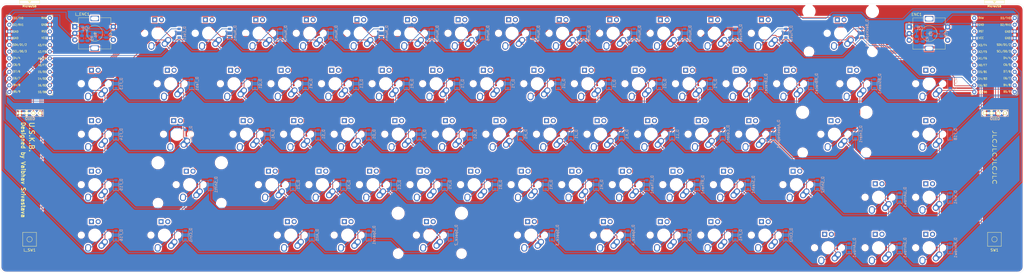
<source format=kicad_pcb>
(kicad_pcb (version 20171130) (host pcbnew "(5.1.9)-1")
  (layers (0 F.Cu signal) (31 B.Cu signal) (34 B.Paste user) (35 F.Paste user) (36 B.SilkS user) (37 F.SilkS user) (38 B.Mask user) (39 F.Mask user) (44 Edge.Cuts user))
  (net 0 "")
  (net 1 ROT_A)
  (net 2 GND)
  (net 3 ROT_B)
  (net 4 K_ENC)
  (net 5 L_ROT_A)
  (net 6 L_ROT_B)
  (net 7 L_K_ENC)
  (net 8 "Net-(D_A1-Pad2)")
  (net 9 L_ROW2)
  (net 10 "Net-(D_Alt1-Pad2)")
  (net 11 L_ROW4)
  (net 12 "Net-(D_Alt2-Pad2)")
  (net 13 ROW4)
  (net 14 "Net-(D_Apostrophe1-Pad2)")
  (net 15 ROW2)
  (net 16 "Net-(D_B1-Pad2)")
  (net 17 L_ROW3)
  (net 18 "Net-(D_Backspace1-Pad2)")
  (net 19 ROW0)
  (net 20 "Net-(D_BSlash1-Pad2)")
  (net 21 ROW1)
  (net 22 "Net-(D_C1-Pad2)")
  (net 23 "Net-(D_Caps1-Pad2)")
  (net 24 "Net-(D_Colon1-Pad2)")
  (net 25 "Net-(D_Ctrl1-Pad2)")
  (net 26 "Net-(D_Ctrl2-Pad2)")
  (net 27 "Net-(D_D1-Pad2)")
  (net 28 "Net-(D_DArrow1-Pad2)")
  (net 29 "Net-(D_E1-Pad2)")
  (net 30 L_ROW1)
  (net 31 "Net-(D_Enter1-Pad2)")
  (net 32 "Net-(D_Esc1-Pad2)")
  (net 33 L_ROW0)
  (net 34 "Net-(D_F1-Pad2)")
  (net 35 "Net-(D_F13-Pad2)")
  (net 36 "Net-(D_F14-Pad2)")
  (net 37 "Net-(D_F15-Pad2)")
  (net 38 "Net-(D_F16-Pad2)")
  (net 39 "Net-(D_F17-Pad2)")
  (net 40 "Net-(D_F18-Pad2)")
  (net 41 "Net-(D_Fn1-Pad2)")
  (net 42 "Net-(D_G1-Pad2)")
  (net 43 "Net-(D_H1-Pad2)")
  (net 44 "Net-(D_I1-Pad2)")
  (net 45 "Net-(D_J1-Pad2)")
  (net 46 "Net-(D_K1-Pad2)")
  (net 47 "Net-(D_L1-Pad2)")
  (net 48 "Net-(D_LArrow1-Pad2)")
  (net 49 "Net-(D_LBrace1-Pad2)")
  (net 50 "Net-(D_LThan1-Pad2)")
  (net 51 ROW3)
  (net 52 "Net-(D_M1-Pad2)")
  (net 53 "Net-(D_Minus1-Pad2)")
  (net 54 "Net-(D_N1-Pad2)")
  (net 55 "Net-(D_Num0-Pad2)")
  (net 56 "Net-(D_Num1-Pad2)")
  (net 57 "Net-(D_Num2-Pad2)")
  (net 58 "Net-(D_Num3-Pad2)")
  (net 59 "Net-(D_Num4-Pad2)")
  (net 60 "Net-(D_Num5-Pad2)")
  (net 61 "Net-(D_Num6-Pad2)")
  (net 62 "Net-(D_Num7-Pad2)")
  (net 63 "Net-(D_Num8-Pad2)")
  (net 64 "Net-(D_Num9-Pad2)")
  (net 65 "Net-(D_O1-Pad2)")
  (net 66 "Net-(D_P1-Pad2)")
  (net 67 "Net-(D_Plus1-Pad2)")
  (net 68 "Net-(D_Q1-Pad2)")
  (net 69 "Net-(D_R1-Pad2)")
  (net 70 "Net-(D_RArrow1-Pad2)")
  (net 71 "Net-(D_RBrace1-Pad2)")
  (net 72 "Net-(D_RThan1-Pad2)")
  (net 73 "Net-(D_S1-Pad2)")
  (net 74 "Net-(D_Shift1-Pad2)")
  (net 75 "Net-(D_Shift2-Pad2)")
  (net 76 "Net-(D_Slash1-Pad2)")
  (net 77 "Net-(D_Space1-Pad2)")
  (net 78 "Net-(D_Space_2-Pad2)")
  (net 79 "Net-(D_Space_3-Pad2)")
  (net 80 "Net-(D_Space_4-Pad2)")
  (net 81 "Net-(D_T1-Pad2)")
  (net 82 "Net-(D_Tab1-Pad2)")
  (net 83 "Net-(D_U1-Pad2)")
  (net 84 "Net-(D_UArrow1-Pad2)")
  (net 85 "Net-(D_V1-Pad2)")
  (net 86 "Net-(D_W1-Pad2)")
  (net 87 "Net-(D_Win1-Pad2)")
  (net 88 "Net-(D_X1-Pad2)")
  (net 89 "Net-(D_Y1-Pad2)")
  (net 90 "Net-(D_Z1-Pad2)")
  (net 91 L_COL2)
  (net 92 COL2)
  (net 93 COL5)
  (net 94 L_COL6)
  (net 95 COL6)
  (net 96 L_COL4)
  (net 97 L_COL1)
  (net 98 COL4)
  (net 99 L_COL5)
  (net 100 L_COL0)
  (net 101 COL7)
  (net 102 COL3)
  (net 103 COL0)
  (net 104 COL1)
  (net 105 L_COL3)
  (net 106 L_COL7)
  (net 107 VCC)
  (net 108 L_SCL)
  (net 109 L_SDA)
  (net 110 L_RESET)
  (net 111 "Net-(L_U1-Pad24)")
  (net 112 SCL)
  (net 113 SDA)
  (net 114 RESET)
  (net 115 "Net-(U1-Pad24)")
  (net 116 DATA)
  (module Resistor_SMD:R_0805_2012Metric (layer B.Cu) (at 364.363 34.63925 270)
    (fp_text reference R1 (at 0 1.65 90) (layer B.SilkS) (effects (justify mirror)))
    (fp_text value 10k)
    (pad 2 smd roundrect (at 0.9125 0 270) (size 1.025 1.4) (layers B.Cu B.Paste B.Mask) (roundrect_rratio 0.2439004878048781) (net 107 VCC))
    (pad 1 smd roundrect (at -0.9125 0 270) (size 1.025 1.4) (layers B.Cu B.Paste B.Mask) (roundrect_rratio 0.2439004878048781) (net 1 ROT_A))
  )
  (module Resistor_SMD:R_0805_2012Metric (layer B.Cu) (at 364.363 38.70325 90)
    (fp_text reference R2 (at 0 1.65 90) (layer B.SilkS) (effects (justify mirror)))
    (fp_text value 10k)
    (pad 2 smd roundrect (at 0.9125 0 90) (size 1.025 1.4) (layers B.Cu B.Paste B.Mask) (roundrect_rratio 0.2439004878048781) (net 107 VCC))
    (pad 1 smd roundrect (at -0.9125 0 90) (size 1.025 1.4) (layers B.Cu B.Paste B.Mask) (roundrect_rratio 0.2439004878048781) (net 3 ROT_B))
  )
  (module Resistor_SMD:R_0805_2012Metric (layer B.Cu) (at 369.062 36.69475 270)
    (fp_text reference R3 (at 0 1.65 90) (layer B.SilkS) (effects (justify mirror)))
    (fp_text value 10k)
    (pad 2 smd roundrect (at 0.9125 0 270) (size 1.025 1.4) (layers B.Cu B.Paste B.Mask) (roundrect_rratio 0.2439004878048781) (net 4 K_ENC))
    (pad 1 smd roundrect (at -0.9125 0 270) (size 1.025 1.4) (layers B.Cu B.Paste B.Mask) (roundrect_rratio 0.2439004878048781) (net 107 VCC))
  )
  (module Capacitor_SMD:C_0805_2012Metric (layer B.Cu) (at 371.348 36.73725 90)
    (fp_text reference C3 (at 0 1.68 90) (layer B.SilkS) (effects (justify mirror)))
    (fp_text value 0.1u)
    (pad 2 smd roundrect (at 0.95 0 90) (size 1 1.45) (layers B.Cu B.Paste B.Mask) (net 2 GND))
    (pad 1 smd roundrect (at -0.95 0 90) (size 1 1.45) (layers B.Cu B.Paste B.Mask) (net 4 K_ENC))
  )
  (module Capacitor_SMD:C_0805_2012Metric (layer B.Cu) (at 361.95 38.70325 270)
    (fp_text reference C2 (at 0 1.68 90) (layer B.SilkS) (effects (justify mirror)))
    (fp_text value 0.1u)
    (pad 2 smd roundrect (at 0.95 0 270) (size 1 1.45) (layers B.Cu B.Paste B.Mask) (net 3 ROT_B))
    (pad 1 smd roundrect (at -0.95 0 270) (size 1 1.45) (layers B.Cu B.Paste B.Mask) (net 2 GND))
  )
  (module Capacitor_SMD:C_0805_2012Metric (layer B.Cu) (at 361.95 34.63925 90)
    (fp_text reference C1 (at 0 1.68 90) (layer B.SilkS) (effects (justify mirror)))
    (fp_text value 0.1u)
    (pad 2 smd roundrect (at 0.95 0 90) (size 1 1.45) (layers B.Cu B.Paste B.Mask) (net 1 ROT_A))
    (pad 1 smd roundrect (at -0.95 0 90) (size 1 1.45) (layers B.Cu B.Paste B.Mask) (net 2 GND))
  )
  (module Rotary_Encoder:RotaryEncoder_Alps_EC11E-Switch_Vertical_H20mm (layer F.Cu) (at 359.18775 34.13125)
    (fp_text reference ENC1 (at 2.8 -4.7) (layer F.SilkS))
    (fp_text value Rotary_Encoder_Switch)
    (pad A thru_hole rect (at 0 0) (size 2 2) (drill 1) (layers *.Cu *.Mask) (net 1 ROT_A))
    (pad C thru_hole circle (at 0 2.5) (size 2 2) (drill 1) (layers *.Cu *.Mask) (net 2 GND))
    (pad B thru_hole circle (at 0 5) (size 2 2) (drill 1) (layers *.Cu *.Mask) (net 3 ROT_B))
    (pad MP thru_hole rect (at 7.5 -3.1) (size 3.2 2) (drill oval 2.8 1.5) (layers *.Cu *.Mask))
    (pad MP thru_hole rect (at 7.5 8.1) (size 3.2 2) (drill oval 2.8 1.5) (layers *.Cu *.Mask))
    (pad S2 thru_hole circle (at 14.5 0) (size 2 2) (drill 1) (layers *.Cu *.Mask) (net 2 GND))
    (pad S1 thru_hole circle (at 14.5 5) (size 2 2) (drill 1) (layers *.Cu *.Mask) (net 4 K_ENC))
  )
  (module "Keyboard Master List:MX-2.25U" (layer F.Cu) (at 178.59375 112.7125 180)
    (fp_text reference K_Space_2)
    (fp_text value MX-NoLED)
    (pad "" np_thru_hole circle (at 11.938 8.255 180) (size 3.9878 3.9878) (drill 3.9878) (layers *.Cu *.Mask))
    (pad "" np_thru_hole circle (at -11.938 8.255 180) (size 3.9878 3.9878) (drill 3.9878) (layers *.Cu *.Mask))
    (pad "" np_thru_hole circle (at 11.938 -6.985 180) (size 3.048 3.048) (drill 3.048) (layers *.Cu *.Mask))
    (pad "" np_thru_hole circle (at -11.938 -6.985 180) (size 3.048 3.048) (drill 3.048) (layers *.Cu *.Mask))
    (pad "" np_thru_hole circle (at 5.08 0 228.0996) (size 1.75 1.75) (drill 1.75) (layers *.Cu *.Mask))
    (pad "" np_thru_hole circle (at -5.08 0 228.0996) (size 1.75 1.75) (drill 1.75) (layers *.Cu *.Mask))
    (pad 4 thru_hole rect (at 1.27 5.08 180) (size 1.905 1.905) (drill 1.04) (layers *.Cu B.Mask))
    (pad 3 thru_hole circle (at -1.27 5.08 180) (size 1.905 1.905) (drill 1.04) (layers *.Cu B.Mask))
    (pad 1 thru_hole circle (at -2.5 -4 180) (size 2.25 2.25) (drill 1.47) (layers *.Cu B.Mask) (net 96 L_COL4))
    (pad "" np_thru_hole circle (at 0 0 180) (size 3.9878 3.9878) (drill 3.9878) (layers *.Cu *.Mask))
    (pad 1 thru_hole oval (at -3.81 -2.54 228.0996) (size 4.211556 2.25) (drill 1.47 (offset 0.980778 0)) (layers *.Cu B.Mask) (net 96 L_COL4))
    (pad 2 thru_hole circle (at 2.54 -5.08 180) (size 2.25 2.25) (drill 1.47) (layers *.Cu B.Mask) (net 78 "Net-(D_Space_2-Pad2)"))
    (pad 2 thru_hole oval (at 2.5 -4.5 266.0548) (size 2.831378 2.25) (drill 1.47 (offset 0.290689 0)) (layers *.Cu B.Mask) (net 78 "Net-(D_Space_2-Pad2)"))
  )
  (module "Keyboard Master List:MX-1.25U" (layer F.Cu) (at 245.26875 112.7125 180)
    (fp_text reference K_Space_4)
    (fp_text value MX-NoLED)
    (pad "" np_thru_hole circle (at 5.08 0 228.0996) (size 1.75 1.75) (drill 1.75) (layers *.Cu *.Mask))
    (pad "" np_thru_hole circle (at -5.08 0 228.0996) (size 1.75 1.75) (drill 1.75) (layers *.Cu *.Mask))
    (pad 4 thru_hole rect (at 1.27 5.08 180) (size 1.905 1.905) (drill 1.04) (layers *.Cu B.Mask))
    (pad 3 thru_hole circle (at -1.27 5.08 180) (size 1.905 1.905) (drill 1.04) (layers *.Cu B.Mask))
    (pad 1 thru_hole circle (at -2.5 -4 180) (size 2.25 2.25) (drill 1.47) (layers *.Cu B.Mask) (net 104 COL1))
    (pad "" np_thru_hole circle (at 0 0 180) (size 3.9878 3.9878) (drill 3.9878) (layers *.Cu *.Mask))
    (pad 1 thru_hole oval (at -3.81 -2.54 228.0996) (size 4.211556 2.25) (drill 1.47 (offset 0.980778 0)) (layers *.Cu B.Mask) (net 104 COL1))
    (pad 2 thru_hole circle (at 2.54 -5.08 180) (size 2.25 2.25) (drill 1.47) (layers *.Cu B.Mask) (net 80 "Net-(D_Space_4-Pad2)"))
    (pad 2 thru_hole oval (at 2.5 -4.5 266.0548) (size 2.831378 2.25) (drill 1.47 (offset 0.290689 0)) (layers *.Cu B.Mask) (net 80 "Net-(D_Space_4-Pad2)"))
  )
  (module "Keyboard Master List:MX-1.75U" (layer F.Cu) (at 216.69375 112.7125 180)
    (fp_text reference K_Space_3)
    (fp_text value MX-NoLED)
    (pad "" np_thru_hole circle (at 5.08 0 228.0996) (size 1.75 1.75) (drill 1.75) (layers *.Cu *.Mask))
    (pad "" np_thru_hole circle (at -5.08 0 228.0996) (size 1.75 1.75) (drill 1.75) (layers *.Cu *.Mask))
    (pad 4 thru_hole rect (at 1.27 5.08 180) (size 1.905 1.905) (drill 1.04) (layers *.Cu B.Mask))
    (pad 3 thru_hole circle (at -1.27 5.08 180) (size 1.905 1.905) (drill 1.04) (layers *.Cu B.Mask))
    (pad 1 thru_hole circle (at -2.5 -4 180) (size 2.25 2.25) (drill 1.47) (layers *.Cu B.Mask) (net 103 COL0))
    (pad "" np_thru_hole circle (at 0 0 180) (size 3.9878 3.9878) (drill 3.9878) (layers *.Cu *.Mask))
    (pad 1 thru_hole oval (at -3.81 -2.54 228.0996) (size 4.211556 2.25) (drill 1.47 (offset 0.980778 0)) (layers *.Cu B.Mask) (net 103 COL0))
    (pad 2 thru_hole circle (at 2.54 -5.08 180) (size 2.25 2.25) (drill 1.47) (layers *.Cu B.Mask) (net 79 "Net-(D_Space_3-Pad2)"))
    (pad 2 thru_hole oval (at 2.5 -4.5 266.0548) (size 2.831378 2.25) (drill 1.47 (offset 0.290689 0)) (layers *.Cu B.Mask) (net 79 "Net-(D_Space_3-Pad2)"))
  )
  (module "Keyboard Master List:MX-1U" (layer F.Cu) (at 147.6375 112.7125 180)
    (fp_text reference K_Space1)
    (fp_text value MX-NoLED)
    (pad "" np_thru_hole circle (at 5.08 0 228.0996) (size 1.75 1.75) (drill 1.75) (layers *.Cu *.Mask))
    (pad "" np_thru_hole circle (at -5.08 0 228.0996) (size 1.75 1.75) (drill 1.75) (layers *.Cu *.Mask))
    (pad 4 thru_hole rect (at 1.27 5.08 180) (size 1.905 1.905) (drill 1.04) (layers *.Cu B.Mask))
    (pad 3 thru_hole circle (at -1.27 5.08 180) (size 1.905 1.905) (drill 1.04) (layers *.Cu B.Mask))
    (pad 1 thru_hole circle (at -2.5 -4 180) (size 2.25 2.25) (drill 1.47) (layers *.Cu B.Mask) (net 105 L_COL3))
    (pad "" np_thru_hole circle (at 0 0 180) (size 3.9878 3.9878) (drill 3.9878) (layers *.Cu *.Mask))
    (pad 1 thru_hole oval (at -3.81 -2.54 228.0996) (size 4.211556 2.25) (drill 1.47 (offset 0.980778 0)) (layers *.Cu B.Mask) (net 105 L_COL3))
    (pad 2 thru_hole circle (at 2.54 -5.08 180) (size 2.25 2.25) (drill 1.47) (layers *.Cu B.Mask) (net 77 "Net-(D_Space1-Pad2)"))
    (pad 2 thru_hole oval (at 2.5 -4.5 266.0548) (size 2.831378 2.25) (drill 1.47 (offset 0.290689 0)) (layers *.Cu B.Mask) (net 77 "Net-(D_Space1-Pad2)"))
  )
  (module KeyboardMasterList:ProMicro_v3 (layer F.Cu) (at 391.31875 45.24375)
    (fp_text reference U1 hide)
    (fp_text value ProMicro hide)
    (fp_text user RAW (at -4.995 -14.5 unlocked) (layer F.SilkS) (effects (font (size 0.75 0.67) (thickness 0.125))))
    (fp_text user GND (at -4.995 -11.95 unlocked) (layer F.SilkS) (effects (font (size 0.75 0.67) (thickness 0.125))))
    (fp_text user RST (at -4.995 -9.4 unlocked) (layer F.SilkS) (effects (font (size 0.75 0.67) (thickness 0.125))))
    (fp_text user VCC (at -4.995 -6.95 unlocked) (layer F.SilkS) (effects (font (size 0.75 0.67) (thickness 0.125))))
    (fp_text user A3/F4 (at -4.395 -4.25 unlocked) (layer F.SilkS) (effects (font (size 0.75 0.67) (thickness 0.125))))
    (fp_text user A2/F5 (at -4.395 -1.75 unlocked) (layer F.SilkS) (effects (font (size 0.75 0.67) (thickness 0.125))))
    (fp_text user A1/F6 (at -4.395 0.75 unlocked) (layer F.SilkS) (effects (font (size 0.75 0.67) (thickness 0.125))))
    (fp_text user A0/F7 (at -4.395 3.3 unlocked) (layer F.SilkS) (effects (font (size 0.75 0.67) (thickness 0.125))))
    (fp_text user 15/B1 (at -4.395 5.85 unlocked) (layer F.SilkS) (effects (font (size 0.75 0.67) (thickness 0.125))))
    (fp_text user 14/B3 (at -4.395 8.4 unlocked) (layer F.SilkS) (effects (font (size 0.75 0.67) (thickness 0.125))))
    (fp_text user 10/B6 (at -4.395 13.45 unlocked) (layer F.SilkS) (effects (font (size 0.75 0.67) (thickness 0.125))))
    (fp_text user 16/B2 (at -4.395 10.95 unlocked) (layer F.SilkS) (effects (font (size 0.75 0.67) (thickness 0.125))))
    (fp_text user E6/7 (at 4.705 8.25 unlocked) (layer F.SilkS) (effects (font (size 0.75 0.67) (thickness 0.125))))
    (fp_text user D7/6 (at 4.705 5.7 unlocked) (layer F.SilkS) (effects (font (size 0.75 0.67) (thickness 0.125))))
    (fp_text user GND (at 4.955 -9.35 unlocked) (layer F.SilkS) (effects (font (size 0.75 0.67) (thickness 0.125))))
    (fp_text user GND (at 4.955 -6.9 unlocked) (layer F.SilkS) (effects (font (size 0.75 0.67) (thickness 0.125))))
    (fp_text user D3/TX0 (at 4.155 -14.45 unlocked) (layer F.SilkS) (effects (font (size 0.75 0.67) (thickness 0.125))))
    (fp_text user D4/4 (at 4.705 0.6 unlocked) (layer F.SilkS) (effects (font (size 0.75 0.67) (thickness 0.125))))
    (fp_text user SDA/D1/2 (at 3.455 -4.4 unlocked) (layer F.SilkS) (effects (font (size 0.75 0.67) (thickness 0.125))))
    (fp_text user SCL/D0/3 (at 3.455 -1.9 unlocked) (layer F.SilkS) (effects (font (size 0.75 0.67) (thickness 0.125))))
    (fp_text user C6/5 (at 4.705 3.15 unlocked) (layer F.SilkS) (effects (font (size 0.75 0.67) (thickness 0.125))))
    (fp_text user B5/9 (at 4.705 13.3 unlocked) (layer F.SilkS) (effects (font (size 0.75 0.67) (thickness 0.125))))
    (fp_text user D2/RX1 (at 4.155 -11.9 unlocked) (layer F.SilkS) (effects (font (size 0.75 0.67) (thickness 0.125))))
    (fp_text user B4/8 (at 4.705 10.8 unlocked) (layer F.SilkS) (effects (font (size 0.75 0.67) (thickness 0.125))))
    (fp_text user MicroUSB (at -0.05 -18.95) (layer F.SilkS) (effects (font (size 0.75 0.75) (thickness 0.12))))
    (fp_text user MicroUSB (at -0.05 -18.95) (layer F.SilkS) (effects (font (size 0.75 0.75) (thickness 0.12))))
    (pad 24 thru_hole circle (at -7.6086 -14.478) (size 1.524 1.524) (drill 0.8128) (layers *.Cu B.Mask) (net 115 "Net-(U1-Pad24)"))
    (pad 23 thru_hole circle (at -7.6086 -11.938) (size 1.524 1.524) (drill 0.8128) (layers *.Cu B.Mask) (net 2 GND))
    (pad 22 thru_hole circle (at -7.6086 -9.398) (size 1.524 1.524) (drill 0.8128) (layers *.Cu B.Mask) (net 114 RESET))
    (pad 21 thru_hole circle (at -7.6086 -6.858) (size 1.524 1.524) (drill 0.8128) (layers *.Cu B.Mask) (net 107 VCC))
    (pad 20 thru_hole circle (at -7.6086 -4.318) (size 1.524 1.524) (drill 0.8128) (layers *.Cu B.Mask) (net 103 COL0))
    (pad 19 thru_hole circle (at -7.6086 -1.778) (size 1.524 1.524) (drill 0.8128) (layers *.Cu B.Mask) (net 104 COL1))
    (pad 18 thru_hole circle (at -7.6086 0.762) (size 1.524 1.524) (drill 0.8128) (layers *.Cu B.Mask) (net 92 COL2))
    (pad 17 thru_hole circle (at -7.6086 3.302) (size 1.524 1.524) (drill 0.8128) (layers *.Cu B.Mask) (net 102 COL3))
    (pad 16 thru_hole circle (at -7.6086 5.842) (size 1.524 1.524) (drill 0.8128) (layers *.Cu B.Mask) (net 98 COL4))
    (pad 15 thru_hole circle (at -7.6086 8.382) (size 1.524 1.524) (drill 0.8128) (layers *.Cu B.Mask) (net 93 COL5))
    (pad 14 thru_hole circle (at -7.6086 10.922) (size 1.524 1.524) (drill 0.8128) (layers *.Cu B.Mask) (net 95 COL6))
    (pad 13 thru_hole circle (at -7.6086 13.462) (size 1.524 1.524) (drill 0.8128) (layers *.Cu B.Mask) (net 101 COL7))
    (pad 12 thru_hole circle (at 7.6114 13.462) (size 1.524 1.524) (drill 0.8128) (layers *.Cu B.Mask) (net 19 ROW0))
    (pad 11 thru_hole circle (at 7.6114 10.922) (size 1.524 1.524) (drill 0.8128) (layers *.Cu B.Mask) (net 21 ROW1))
    (pad 10 thru_hole circle (at 7.6114 8.382) (size 1.524 1.524) (drill 0.8128) (layers *.Cu B.Mask) (net 15 ROW2))
    (pad 9 thru_hole circle (at 7.6114 5.842) (size 1.524 1.524) (drill 0.8128) (layers *.Cu B.Mask) (net 51 ROW3))
    (pad 8 thru_hole circle (at 7.6114 3.302) (size 1.524 1.524) (drill 0.8128) (layers *.Cu B.Mask) (net 13 ROW4))
    (pad 7 thru_hole circle (at 7.6114 0.762) (size 1.524 1.524) (drill 0.8128) (layers *.Cu B.Mask) (net 116 DATA))
    (pad 6 thru_hole circle (at 7.6114 -1.778) (size 1.524 1.524) (drill 0.8128) (layers *.Cu B.Mask) (net 112 SCL))
    (pad 5 thru_hole circle (at 7.6114 -4.318) (size 1.524 1.524) (drill 0.8128) (layers *.Cu B.Mask) (net 113 SDA))
    (pad 4 thru_hole circle (at 7.6114 -6.858) (size 1.524 1.524) (drill 0.8128) (layers *.Cu B.Mask) (net 2 GND))
    (pad 3 thru_hole circle (at 7.6114 -9.398) (size 1.524 1.524) (drill 0.8128) (layers *.Cu B.Mask) (net 2 GND))
    (pad 2 thru_hole circle (at 7.6114 -11.938) (size 1.524 1.524) (drill 0.8128) (layers *.Cu B.Mask) (net 3 ROT_B))
    (pad 1 thru_hole circle (at 7.6114 -14.478) (size 1.524 1.524) (drill 0.8128) (layers *.Cu B.Mask) (net 1 ROT_A))
  )
  (module KeyboardMasterList:ProMicro_v3 (layer F.Cu) (at 27.78125 45.24375)
    (fp_text reference L_U1 hide)
    (fp_text value ProMicro hide)
    (fp_text user RAW (at 5.419 -14.5 unlocked) (layer F.SilkS) (effects (font (size 0.75 0.67) (thickness 0.125))))
    (fp_text user GND (at 5.419 -11.95 unlocked) (layer F.SilkS) (effects (font (size 0.75 0.67) (thickness 0.125))))
    (fp_text user RST (at 5.419 -9.4 unlocked) (layer F.SilkS) (effects (font (size 0.75 0.67) (thickness 0.125))))
    (fp_text user VCC (at 5.419 -6.95 unlocked) (layer F.SilkS) (effects (font (size 0.75 0.67) (thickness 0.125))))
    (fp_text user A3/F4 (at 4.749 -4.25 unlocked) (layer F.SilkS) (effects (font (size 0.75 0.67) (thickness 0.125))))
    (fp_text user A2/F5 (at 4.749 -1.75 unlocked) (layer F.SilkS) (effects (font (size 0.75 0.67) (thickness 0.125))))
    (fp_text user A1/F6 (at 4.749 0.75 unlocked) (layer F.SilkS) (effects (font (size 0.75 0.67) (thickness 0.125))))
    (fp_text user A0/F7 (at 4.749 3.3 unlocked) (layer F.SilkS) (effects (font (size 0.75 0.67) (thickness 0.125))))
    (fp_text user 15/B1 (at 4.749 5.85 unlocked) (layer F.SilkS) (effects (font (size 0.75 0.67) (thickness 0.125))))
    (fp_text user 14/B3 (at 4.749 8.4 unlocked) (layer F.SilkS) (effects (font (size 0.75 0.67) (thickness 0.125))))
    (fp_text user 10/B6 (at 4.749 13.45 unlocked) (layer F.SilkS) (effects (font (size 0.75 0.67) (thickness 0.125))))
    (fp_text user 16/B2 (at 4.749 10.95 unlocked) (layer F.SilkS) (effects (font (size 0.75 0.67) (thickness 0.125))))
    (fp_text user E6/7 (at -4.82 8.25 unlocked) (layer F.SilkS) (effects (font (size 0.75 0.67) (thickness 0.125))))
    (fp_text user D7/6 (at -4.82 5.7 unlocked) (layer F.SilkS) (effects (font (size 0.75 0.67) (thickness 0.125))))
    (fp_text user GND (at -5.205 -9.35 unlocked) (layer F.SilkS) (effects (font (size 0.75 0.67) (thickness 0.125))))
    (fp_text user GND (at -5.205 -6.9 unlocked) (layer F.SilkS) (effects (font (size 0.75 0.67) (thickness 0.125))))
    (fp_text user D3/TX0 (at -4.227 -14.45 unlocked) (layer F.SilkS) (effects (font (size 0.75 0.67) (thickness 0.125))))
    (fp_text user D4/4 (at -4.82 0.6 unlocked) (layer F.SilkS) (effects (font (size 0.75 0.67) (thickness 0.125))))
    (fp_text user SDA/D1/2 (at -3.657 -4.4 unlocked) (layer F.SilkS) (effects (font (size 0.75 0.67) (thickness 0.125))))
    (fp_text user SCL/D0/3 (at -3.657 -1.9 unlocked) (layer F.SilkS) (effects (font (size 0.75 0.67) (thickness 0.125))))
    (fp_text user C6/5 (at -4.82 3.15 unlocked) (layer F.SilkS) (effects (font (size 0.75 0.67) (thickness 0.125))))
    (fp_text user B5/9 (at -4.82 13.3 unlocked) (layer F.SilkS) (effects (font (size 0.75 0.67) (thickness 0.125))))
    (fp_text user D2/RX1 (at -4.227 -11.9 unlocked) (layer F.SilkS) (effects (font (size 0.75 0.67) (thickness 0.125))))
    (fp_text user B4/8 (at -4.82 10.8 unlocked) (layer F.SilkS) (effects (font (size 0.75 0.67) (thickness 0.125))))
    (fp_text user MicroUSB (at -0.05 -18.95) (layer F.SilkS) (effects (font (size 0.75 0.75) (thickness 0.12))))
    (fp_text user MicroUSB (at -0.05 -18.95) (layer F.SilkS) (effects (font (size 0.75 0.75) (thickness 0.12))))
    (pad 24 thru_hole circle (at 7.6314 -14.478) (size 1.524 1.524) (drill 0.8128) (layers *.Cu B.Mask) (net 111 "Net-(L_U1-Pad24)"))
    (pad 23 thru_hole circle (at 7.6314 -11.938) (size 1.524 1.524) (drill 0.8128) (layers *.Cu B.Mask) (net 2 GND))
    (pad 22 thru_hole circle (at 7.6314 -9.398) (size 1.524 1.524) (drill 0.8128) (layers *.Cu B.Mask) (net 110 L_RESET))
    (pad 21 thru_hole circle (at 7.6314 -6.858) (size 1.524 1.524) (drill 0.8128) (layers *.Cu B.Mask) (net 107 VCC))
    (pad 20 thru_hole circle (at 7.6314 -4.318) (size 1.524 1.524) (drill 0.8128) (layers *.Cu B.Mask) (net 106 L_COL7))
    (pad 19 thru_hole circle (at 7.6314 -1.778) (size 1.524 1.524) (drill 0.8128) (layers *.Cu B.Mask) (net 94 L_COL6))
    (pad 18 thru_hole circle (at 7.6314 0.762) (size 1.524 1.524) (drill 0.8128) (layers *.Cu B.Mask) (net 99 L_COL5))
    (pad 17 thru_hole circle (at 7.6314 3.302) (size 1.524 1.524) (drill 0.8128) (layers *.Cu B.Mask) (net 96 L_COL4))
    (pad 16 thru_hole circle (at 7.6314 5.842) (size 1.524 1.524) (drill 0.8128) (layers *.Cu B.Mask) (net 105 L_COL3))
    (pad 15 thru_hole circle (at 7.6314 8.382) (size 1.524 1.524) (drill 0.8128) (layers *.Cu B.Mask) (net 91 L_COL2))
    (pad 14 thru_hole circle (at 7.6314 10.922) (size 1.524 1.524) (drill 0.8128) (layers *.Cu B.Mask) (net 97 L_COL1))
    (pad 13 thru_hole circle (at 7.6314 13.462) (size 1.524 1.524) (drill 0.8128) (layers *.Cu B.Mask) (net 100 L_COL0))
    (pad 12 thru_hole circle (at -7.6286 13.462) (size 1.524 1.524) (drill 0.8128) (layers *.Cu B.Mask) (net 33 L_ROW0))
    (pad 11 thru_hole circle (at -7.6286 10.922) (size 1.524 1.524) (drill 0.8128) (layers *.Cu B.Mask) (net 30 L_ROW1))
    (pad 10 thru_hole circle (at -7.6286 8.382) (size 1.524 1.524) (drill 0.8128) (layers *.Cu B.Mask) (net 9 L_ROW2))
    (pad 9 thru_hole circle (at -7.6286 5.842) (size 1.524 1.524) (drill 0.8128) (layers *.Cu B.Mask) (net 17 L_ROW3))
    (pad 8 thru_hole circle (at -7.6286 3.302) (size 1.524 1.524) (drill 0.8128) (layers *.Cu B.Mask) (net 11 L_ROW4))
    (pad 7 thru_hole circle (at -7.6286 0.762) (size 1.524 1.524) (drill 0.8128) (layers *.Cu B.Mask) (net 116 DATA))
    (pad 6 thru_hole circle (at -7.6286 -1.778) (size 1.524 1.524) (drill 0.8128) (layers *.Cu B.Mask) (net 108 L_SCL))
    (pad 5 thru_hole circle (at -7.6286 -4.318) (size 1.524 1.524) (drill 0.8128) (layers *.Cu B.Mask) (net 109 L_SDA))
    (pad 4 thru_hole circle (at -7.6286 -6.858) (size 1.524 1.524) (drill 0.8128) (layers *.Cu B.Mask) (net 2 GND))
    (pad 3 thru_hole circle (at -7.6286 -9.398) (size 1.524 1.524) (drill 0.8128) (layers *.Cu B.Mask) (net 2 GND))
    (pad 2 thru_hole circle (at -7.6286 -11.938) (size 1.524 1.524) (drill 0.8128) (layers *.Cu B.Mask) (net 6 L_ROT_B))
    (pad 1 thru_hole circle (at -7.6286 -14.478) (size 1.524 1.524) (drill 0.8128) (layers *.Cu B.Mask) (net 5 L_ROT_A))
  )
  (module KeyboardMasterList:MX-1.75U (layer F.Cu) (at 83.34375 74.6125 180)
    (fp_text reference K_Caps1)
    (fp_text value MX-NoLED)
    (pad "" np_thru_hole circle (at 5.08 0 228.0996) (size 1.75 1.75) (drill 1.75) (layers *.Cu *.Mask))
    (pad "" np_thru_hole circle (at -5.08 0 228.0996) (size 1.75 1.75) (drill 1.75) (layers *.Cu *.Mask))
    (pad 4 thru_hole rect (at 1.27 5.08 180) (size 1.905 1.905) (drill 1.04) (layers *.Cu B.Mask))
    (pad 3 thru_hole circle (at -1.27 5.08 180) (size 1.905 1.905) (drill 1.04) (layers *.Cu B.Mask))
    (pad 1 thru_hole circle (at -2.5 -4 180) (size 2.25 2.25) (drill 1.47) (layers *.Cu B.Mask) (net 97 L_COL1))
    (pad "" np_thru_hole circle (at 0 0 180) (size 3.9878 3.9878) (drill 3.9878) (layers *.Cu *.Mask))
    (pad 1 thru_hole oval (at -3.81 -2.54 228.0996) (size 4.211556 2.25) (drill 1.47 (offset 0.980778 0)) (layers *.Cu B.Mask) (net 97 L_COL1))
    (pad 2 thru_hole circle (at 2.54 -5.08 180) (size 2.25 2.25) (drill 1.47) (layers *.Cu B.Mask) (net 23 "Net-(D_Caps1-Pad2)"))
    (pad 2 thru_hole oval (at 2.5 -4.5 266.0548) (size 2.831378 2.25) (drill 1.47 (offset 0.290689 0)) (layers *.Cu B.Mask) (net 23 "Net-(D_Caps1-Pad2)"))
  )
  (module KeyboardMasterList:MX-1.75U (layer F.Cu) (at 316.70625 93.6625 180)
    (fp_text reference K_Shift2)
    (fp_text value MX-NoLED)
    (pad "" np_thru_hole circle (at 5.08 0 228.0996) (size 1.75 1.75) (drill 1.75) (layers *.Cu *.Mask))
    (pad "" np_thru_hole circle (at -5.08 0 228.0996) (size 1.75 1.75) (drill 1.75) (layers *.Cu *.Mask))
    (pad 4 thru_hole rect (at 1.27 5.08 180) (size 1.905 1.905) (drill 1.04) (layers *.Cu B.Mask))
    (pad 3 thru_hole circle (at -1.27 5.08 180) (size 1.905 1.905) (drill 1.04) (layers *.Cu B.Mask))
    (pad 1 thru_hole circle (at -2.5 -4 180) (size 2.25 2.25) (drill 1.47) (layers *.Cu B.Mask) (net 93 COL5))
    (pad "" np_thru_hole circle (at 0 0 180) (size 3.9878 3.9878) (drill 3.9878) (layers *.Cu *.Mask))
    (pad 1 thru_hole oval (at -3.81 -2.54 228.0996) (size 4.211556 2.25) (drill 1.47 (offset 0.980778 0)) (layers *.Cu B.Mask) (net 93 COL5))
    (pad 2 thru_hole circle (at 2.54 -5.08 180) (size 2.25 2.25) (drill 1.47) (layers *.Cu B.Mask) (net 75 "Net-(D_Shift2-Pad2)"))
    (pad 2 thru_hole oval (at 2.5 -4.5 266.0548) (size 2.831378 2.25) (drill 1.47 (offset 0.290689 0)) (layers *.Cu B.Mask) (net 75 "Net-(D_Shift2-Pad2)"))
  )
  (module KeyboardMasterList:SKQG-1155865 (layer F.Cu) (at 27.78125 114.3)
    (fp_text reference L_SW1 (at 0 4.064) (layer F.SilkS))
    (fp_text value SW_PUSH)
    (pad 1 smd rect (at 3.1 1.85) (size 1.8 1.1) (layers F.Cu F.Paste F.Mask) (net 110 L_RESET))
    (pad 2 smd rect (at -3.1 -1.85) (size 1.8 1.1) (layers F.Cu F.Paste F.Mask) (net 2 GND))
    (pad 3 smd rect (at 3.1 -1.85) (size 1.8 1.1) (layers F.Cu F.Paste F.Mask))
    (pad 4 smd rect (at -3.1 1.85) (size 1.8 1.1) (layers F.Cu F.Paste F.Mask))
  )
  (module KeyboardMasterList:SKQG-1155865 (layer F.Cu) (at 391.31875 114.3)
    (fp_text reference SW1 (at 0 4.064) (layer F.SilkS))
    (fp_text value SW_PUSH)
    (pad 1 smd rect (at 3.1 1.85) (size 1.8 1.1) (layers F.Cu F.Paste F.Mask) (net 114 RESET))
    (pad 2 smd rect (at -3.1 -1.85) (size 1.8 1.1) (layers F.Cu F.Paste F.Mask) (net 2 GND))
    (pad 3 smd rect (at 3.1 -1.85) (size 1.8 1.1) (layers F.Cu F.Paste F.Mask))
    (pad 4 smd rect (at -3.1 1.85) (size 1.8 1.1) (layers F.Cu F.Paste F.Mask))
  )
  (module Resistor_SMD:R_0805_2012Metric (layer B.Cu) (at 54.356 37.17925 270)
    (fp_text reference R6 (at 0 1.65 90) (layer B.SilkS) (effects (justify mirror)))
    (fp_text value 10k)
    (pad 2 smd roundrect (at 0.9125 0 270) (size 1.025 1.4) (layers B.Cu B.Paste B.Mask) (roundrect_rratio 0.2439004878048781) (net 7 L_K_ENC))
    (pad 1 smd roundrect (at -0.9125 0 270) (size 1.025 1.4) (layers B.Cu B.Paste B.Mask) (roundrect_rratio 0.2439004878048781) (net 107 VCC))
  )
  (module Resistor_SMD:R_0805_2012Metric (layer B.Cu) (at 49.65192 38.44417 90)
    (fp_text reference R5 (at 0 1.65 90) (layer B.SilkS) (effects (justify mirror)))
    (fp_text value 10k)
    (pad 2 smd roundrect (at 0.9125 0 90) (size 1.025 1.4) (layers B.Cu B.Paste B.Mask) (roundrect_rratio 0.2439004878048781) (net 107 VCC))
    (pad 1 smd roundrect (at -0.9125 0 90) (size 1.025 1.4) (layers B.Cu B.Paste B.Mask) (roundrect_rratio 0.2439004878048781) (net 6 L_ROT_B))
  )
  (module Resistor_SMD:R_0805_2012Metric (layer B.Cu) (at 49.65192 34.86785 270)
    (fp_text reference R4 (at 0 1.65 90) (layer B.SilkS) (effects (justify mirror)))
    (fp_text value 10k)
    (pad 2 smd roundrect (at 0.9125 0 270) (size 1.025 1.4) (layers B.Cu B.Paste B.Mask) (roundrect_rratio 0.2439004878048781) (net 107 VCC))
    (pad 1 smd roundrect (at -0.9125 0 270) (size 1.025 1.4) (layers B.Cu B.Paste B.Mask) (roundrect_rratio 0.2439004878048781) (net 5 L_ROT_A))
  )
  (module KeyboardMasterList:OLED (layer F.Cu) (at 395.2875 66.675 180)
    (fp_text reference OL1)
    (fp_text value OLED hide)
    (fp_text user OLED (at 3.75 -2.1) (layer B.SilkS) (effects (justify mirror)))
    (fp_text user OLED (at 3.8 -2.1) (layer F.SilkS))
    (pad 4 thru_hole circle (at 7.62 0 180) (size 1.397 1.397) (drill 0.8128) (layers *.Cu *.Mask F.SilkS) (net 2 GND))
    (pad 3 thru_hole circle (at 5.08 0 180) (size 1.397 1.397) (drill 0.8128) (layers *.Cu *.Mask F.SilkS) (net 107 VCC))
    (pad 2 thru_hole circle (at 2.54 0 180) (size 1.397 1.397) (drill 0.8128) (layers *.Cu *.Mask F.SilkS) (net 112 SCL))
    (pad 1 thru_hole circle (at 0 0 180) (size 1.397 1.397) (drill 0.8128) (layers *.Cu *.Mask F.SilkS) (net 113 SDA))
  )
  (module KeyboardMasterList:OLED (layer F.Cu) (at 31.75 66.675 180)
    (fp_text reference L_OL1)
    (fp_text value OLED hide)
    (fp_text user OLED (at 3.75 -2.1) (layer B.SilkS) (effects (justify mirror)))
    (fp_text user OLED (at 3.8 -2.1) (layer F.SilkS))
    (pad 4 thru_hole circle (at 7.62 0 180) (size 1.397 1.397) (drill 0.8128) (layers *.Cu *.Mask F.SilkS) (net 2 GND))
    (pad 3 thru_hole circle (at 5.08 0 180) (size 1.397 1.397) (drill 0.8128) (layers *.Cu *.Mask F.SilkS) (net 107 VCC))
    (pad 2 thru_hole circle (at 2.54 0 180) (size 1.397 1.397) (drill 0.8128) (layers *.Cu *.Mask F.SilkS) (net 108 L_SCL))
    (pad 1 thru_hole circle (at 0 0 180) (size 1.397 1.397) (drill 0.8128) (layers *.Cu *.Mask F.SilkS) (net 109 L_SDA))
  )
  (module Rotary_Encoder:RotaryEncoder_Alps_EC11E-Switch_Vertical_H20mm (layer F.Cu) (at 44.831 34.036)
    (fp_text reference L_ENC1 (at 2.8 -4.7) (layer F.SilkS))
    (fp_text value Rotary_Encoder_Switch)
    (pad A thru_hole rect (at 0 0) (size 2 2) (drill 1) (layers *.Cu *.Mask) (net 5 L_ROT_A))
    (pad C thru_hole circle (at 0 2.5) (size 2 2) (drill 1) (layers *.Cu *.Mask) (net 2 GND))
    (pad B thru_hole circle (at 0 5) (size 2 2) (drill 1) (layers *.Cu *.Mask) (net 6 L_ROT_B))
    (pad MP thru_hole rect (at 7.5 -3.1) (size 3.2 2) (drill oval 2.8 1.5) (layers *.Cu *.Mask))
    (pad MP thru_hole rect (at 7.5 8.1) (size 3.2 2) (drill oval 2.8 1.5) (layers *.Cu *.Mask))
    (pad S2 thru_hole circle (at 14.5 0) (size 2 2) (drill 1) (layers *.Cu *.Mask) (net 2 GND))
    (pad S1 thru_hole circle (at 14.5 5) (size 2 2) (drill 1) (layers *.Cu *.Mask) (net 7 L_K_ENC))
  )
  (module KeyboardMasterList:MX-1U (layer F.Cu) (at 119.0625 93.6625 180)
    (fp_text reference K_Z1)
    (fp_text value MX-NoLED)
    (pad "" np_thru_hole circle (at 5.08 0 228.0996) (size 1.75 1.75) (drill 1.75) (layers *.Cu *.Mask))
    (pad "" np_thru_hole circle (at -5.08 0 228.0996) (size 1.75 1.75) (drill 1.75) (layers *.Cu *.Mask))
    (pad 4 thru_hole rect (at 1.27 5.08 180) (size 1.905 1.905) (drill 1.04) (layers *.Cu B.Mask))
    (pad 3 thru_hole circle (at -1.27 5.08 180) (size 1.905 1.905) (drill 1.04) (layers *.Cu B.Mask))
    (pad 1 thru_hole circle (at -2.5 -4 180) (size 2.25 2.25) (drill 1.47) (layers *.Cu B.Mask) (net 91 L_COL2))
    (pad "" np_thru_hole circle (at 0 0 180) (size 3.9878 3.9878) (drill 3.9878) (layers *.Cu *.Mask))
    (pad 1 thru_hole oval (at -3.81 -2.54 228.0996) (size 4.211556 2.25) (drill 1.47 (offset 0.980778 0)) (layers *.Cu B.Mask) (net 91 L_COL2))
    (pad 2 thru_hole circle (at 2.54 -5.08 180) (size 2.25 2.25) (drill 1.47) (layers *.Cu B.Mask) (net 90 "Net-(D_Z1-Pad2)"))
    (pad 2 thru_hole oval (at 2.5 -4.5 266.0548) (size 2.831378 2.25) (drill 1.47 (offset 0.290689 0)) (layers *.Cu B.Mask) (net 90 "Net-(D_Z1-Pad2)"))
  )
  (module KeyboardMasterList:MX-1U (layer F.Cu) (at 200.025 55.5625 180)
    (fp_text reference K_Y1)
    (fp_text value MX-NoLED)
    (pad "" np_thru_hole circle (at 5.08 0 228.0996) (size 1.75 1.75) (drill 1.75) (layers *.Cu *.Mask))
    (pad "" np_thru_hole circle (at -5.08 0 228.0996) (size 1.75 1.75) (drill 1.75) (layers *.Cu *.Mask))
    (pad 4 thru_hole rect (at 1.27 5.08 180) (size 1.905 1.905) (drill 1.04) (layers *.Cu B.Mask))
    (pad 3 thru_hole circle (at -1.27 5.08 180) (size 1.905 1.905) (drill 1.04) (layers *.Cu B.Mask))
    (pad 1 thru_hole circle (at -2.5 -4 180) (size 2.25 2.25) (drill 1.47) (layers *.Cu B.Mask) (net 106 L_COL7))
    (pad "" np_thru_hole circle (at 0 0 180) (size 3.9878 3.9878) (drill 3.9878) (layers *.Cu *.Mask))
    (pad 1 thru_hole oval (at -3.81 -2.54 228.0996) (size 4.211556 2.25) (drill 1.47 (offset 0.980778 0)) (layers *.Cu B.Mask) (net 106 L_COL7))
    (pad 2 thru_hole circle (at 2.54 -5.08 180) (size 2.25 2.25) (drill 1.47) (layers *.Cu B.Mask) (net 89 "Net-(D_Y1-Pad2)"))
    (pad 2 thru_hole oval (at 2.5 -4.5 266.0548) (size 2.831378 2.25) (drill 1.47 (offset 0.290689 0)) (layers *.Cu B.Mask) (net 89 "Net-(D_Y1-Pad2)"))
  )
  (module KeyboardMasterList:MX-1U (layer F.Cu) (at 138.1125 93.6625 180)
    (fp_text reference K_X1)
    (fp_text value MX-NoLED)
    (pad "" np_thru_hole circle (at 5.08 0 228.0996) (size 1.75 1.75) (drill 1.75) (layers *.Cu *.Mask))
    (pad "" np_thru_hole circle (at -5.08 0 228.0996) (size 1.75 1.75) (drill 1.75) (layers *.Cu *.Mask))
    (pad 4 thru_hole rect (at 1.27 5.08 180) (size 1.905 1.905) (drill 1.04) (layers *.Cu B.Mask))
    (pad 3 thru_hole circle (at -1.27 5.08 180) (size 1.905 1.905) (drill 1.04) (layers *.Cu B.Mask))
    (pad 1 thru_hole circle (at -2.5 -4 180) (size 2.25 2.25) (drill 1.47) (layers *.Cu B.Mask) (net 105 L_COL3))
    (pad "" np_thru_hole circle (at 0 0 180) (size 3.9878 3.9878) (drill 3.9878) (layers *.Cu *.Mask))
    (pad 1 thru_hole oval (at -3.81 -2.54 228.0996) (size 4.211556 2.25) (drill 1.47 (offset 0.980778 0)) (layers *.Cu B.Mask) (net 105 L_COL3))
    (pad 2 thru_hole circle (at 2.54 -5.08 180) (size 2.25 2.25) (drill 1.47) (layers *.Cu B.Mask) (net 88 "Net-(D_X1-Pad2)"))
    (pad 2 thru_hole oval (at 2.5 -4.5 266.0548) (size 2.831378 2.25) (drill 1.47 (offset 0.290689 0)) (layers *.Cu B.Mask) (net 88 "Net-(D_X1-Pad2)"))
  )
  (module KeyboardMasterList:MX-1U (layer F.Cu) (at 366.7125 98.425 180)
    (fp_text reference K_Win1)
    (fp_text value MX-NoLED)
    (pad "" np_thru_hole circle (at 5.08 0 228.0996) (size 1.75 1.75) (drill 1.75) (layers *.Cu *.Mask))
    (pad "" np_thru_hole circle (at -5.08 0 228.0996) (size 1.75 1.75) (drill 1.75) (layers *.Cu *.Mask))
    (pad 4 thru_hole rect (at 1.27 5.08 180) (size 1.905 1.905) (drill 1.04) (layers *.Cu B.Mask))
    (pad 3 thru_hole circle (at -1.27 5.08 180) (size 1.905 1.905) (drill 1.04) (layers *.Cu B.Mask))
    (pad 1 thru_hole circle (at -2.5 -4 180) (size 2.25 2.25) (drill 1.47) (layers *.Cu B.Mask) (net 101 COL7))
    (pad "" np_thru_hole circle (at 0 0 180) (size 3.9878 3.9878) (drill 3.9878) (layers *.Cu *.Mask))
    (pad 1 thru_hole oval (at -3.81 -2.54 228.0996) (size 4.211556 2.25) (drill 1.47 (offset 0.980778 0)) (layers *.Cu B.Mask) (net 101 COL7))
    (pad 2 thru_hole circle (at 2.54 -5.08 180) (size 2.25 2.25) (drill 1.47) (layers *.Cu B.Mask) (net 87 "Net-(D_Win1-Pad2)"))
    (pad 2 thru_hole oval (at 2.5 -4.5 266.0548) (size 2.831378 2.25) (drill 1.47 (offset 0.290689 0)) (layers *.Cu B.Mask) (net 87 "Net-(D_Win1-Pad2)"))
  )
  (module KeyboardMasterList:MX-1U (layer F.Cu) (at 123.825 55.5625 180)
    (fp_text reference K_W1)
    (fp_text value MX-NoLED)
    (pad "" np_thru_hole circle (at 5.08 0 228.0996) (size 1.75 1.75) (drill 1.75) (layers *.Cu *.Mask))
    (pad "" np_thru_hole circle (at -5.08 0 228.0996) (size 1.75 1.75) (drill 1.75) (layers *.Cu *.Mask))
    (pad 4 thru_hole rect (at 1.27 5.08 180) (size 1.905 1.905) (drill 1.04) (layers *.Cu B.Mask))
    (pad 3 thru_hole circle (at -1.27 5.08 180) (size 1.905 1.905) (drill 1.04) (layers *.Cu B.Mask))
    (pad 1 thru_hole circle (at -2.5 -4 180) (size 2.25 2.25) (drill 1.47) (layers *.Cu B.Mask) (net 105 L_COL3))
    (pad "" np_thru_hole circle (at 0 0 180) (size 3.9878 3.9878) (drill 3.9878) (layers *.Cu *.Mask))
    (pad 1 thru_hole oval (at -3.81 -2.54 228.0996) (size 4.211556 2.25) (drill 1.47 (offset 0.980778 0)) (layers *.Cu B.Mask) (net 105 L_COL3))
    (pad 2 thru_hole circle (at 2.54 -5.08 180) (size 2.25 2.25) (drill 1.47) (layers *.Cu B.Mask) (net 86 "Net-(D_W1-Pad2)"))
    (pad 2 thru_hole oval (at 2.5 -4.5 266.0548) (size 2.831378 2.25) (drill 1.47 (offset 0.290689 0)) (layers *.Cu B.Mask) (net 86 "Net-(D_W1-Pad2)"))
  )
  (module KeyboardMasterList:MX-1U (layer F.Cu) (at 176.2125 93.6625 180)
    (fp_text reference K_V1)
    (fp_text value MX-NoLED)
    (pad "" np_thru_hole circle (at 5.08 0 228.0996) (size 1.75 1.75) (drill 1.75) (layers *.Cu *.Mask))
    (pad "" np_thru_hole circle (at -5.08 0 228.0996) (size 1.75 1.75) (drill 1.75) (layers *.Cu *.Mask))
    (pad 4 thru_hole rect (at 1.27 5.08 180) (size 1.905 1.905) (drill 1.04) (layers *.Cu B.Mask))
    (pad 3 thru_hole circle (at -1.27 5.08 180) (size 1.905 1.905) (drill 1.04) (layers *.Cu B.Mask))
    (pad 1 thru_hole circle (at -2.5 -4 180) (size 2.25 2.25) (drill 1.47) (layers *.Cu B.Mask) (net 99 L_COL5))
    (pad "" np_thru_hole circle (at 0 0 180) (size 3.9878 3.9878) (drill 3.9878) (layers *.Cu *.Mask))
    (pad 1 thru_hole oval (at -3.81 -2.54 228.0996) (size 4.211556 2.25) (drill 1.47 (offset 0.980778 0)) (layers *.Cu B.Mask) (net 99 L_COL5))
    (pad 2 thru_hole circle (at 2.54 -5.08 180) (size 2.25 2.25) (drill 1.47) (layers *.Cu B.Mask) (net 85 "Net-(D_V1-Pad2)"))
    (pad 2 thru_hole oval (at 2.5 -4.5 266.0548) (size 2.831378 2.25) (drill 1.47 (offset 0.290689 0)) (layers *.Cu B.Mask) (net 85 "Net-(D_V1-Pad2)"))
  )
  (module KeyboardMasterList:MX-1U (layer F.Cu) (at 347.6625 98.425 180)
    (fp_text reference K_UArrow1)
    (fp_text value MX-NoLED)
    (pad "" np_thru_hole circle (at 5.08 0 228.0996) (size 1.75 1.75) (drill 1.75) (layers *.Cu *.Mask))
    (pad "" np_thru_hole circle (at -5.08 0 228.0996) (size 1.75 1.75) (drill 1.75) (layers *.Cu *.Mask))
    (pad 4 thru_hole rect (at 1.27 5.08 180) (size 1.905 1.905) (drill 1.04) (layers *.Cu B.Mask))
    (pad 3 thru_hole circle (at -1.27 5.08 180) (size 1.905 1.905) (drill 1.04) (layers *.Cu B.Mask))
    (pad 1 thru_hole circle (at -2.5 -4 180) (size 2.25 2.25) (drill 1.47) (layers *.Cu B.Mask) (net 95 COL6))
    (pad "" np_thru_hole circle (at 0 0 180) (size 3.9878 3.9878) (drill 3.9878) (layers *.Cu *.Mask))
    (pad 1 thru_hole oval (at -3.81 -2.54 228.0996) (size 4.211556 2.25) (drill 1.47 (offset 0.980778 0)) (layers *.Cu B.Mask) (net 95 COL6))
    (pad 2 thru_hole circle (at 2.54 -5.08 180) (size 2.25 2.25) (drill 1.47) (layers *.Cu B.Mask) (net 84 "Net-(D_UArrow1-Pad2)"))
    (pad 2 thru_hole oval (at 2.5 -4.5 266.0548) (size 2.831378 2.25) (drill 1.47 (offset 0.290689 0)) (layers *.Cu B.Mask) (net 84 "Net-(D_UArrow1-Pad2)"))
  )
  (module KeyboardMasterList:MX-1U (layer F.Cu) (at 219.075 55.5625 180)
    (fp_text reference K_U1)
    (fp_text value MX-NoLED)
    (pad "" np_thru_hole circle (at 5.08 0 228.0996) (size 1.75 1.75) (drill 1.75) (layers *.Cu *.Mask))
    (pad "" np_thru_hole circle (at -5.08 0 228.0996) (size 1.75 1.75) (drill 1.75) (layers *.Cu *.Mask))
    (pad 4 thru_hole rect (at 1.27 5.08 180) (size 1.905 1.905) (drill 1.04) (layers *.Cu B.Mask))
    (pad 3 thru_hole circle (at -1.27 5.08 180) (size 1.905 1.905) (drill 1.04) (layers *.Cu B.Mask))
    (pad 1 thru_hole circle (at -2.5 -4 180) (size 2.25 2.25) (drill 1.47) (layers *.Cu B.Mask) (net 103 COL0))
    (pad "" np_thru_hole circle (at 0 0 180) (size 3.9878 3.9878) (drill 3.9878) (layers *.Cu *.Mask))
    (pad 1 thru_hole oval (at -3.81 -2.54 228.0996) (size 4.211556 2.25) (drill 1.47 (offset 0.980778 0)) (layers *.Cu B.Mask) (net 103 COL0))
    (pad 2 thru_hole circle (at 2.54 -5.08 180) (size 2.25 2.25) (drill 1.47) (layers *.Cu B.Mask) (net 83 "Net-(D_U1-Pad2)"))
    (pad 2 thru_hole oval (at 2.5 -4.5 266.0548) (size 2.831378 2.25) (drill 1.47 (offset 0.290689 0)) (layers *.Cu B.Mask) (net 83 "Net-(D_U1-Pad2)"))
  )
  (module KeyboardMasterList:MX-1.5U (layer F.Cu) (at 80.9625 55.5625 180)
    (fp_text reference K_Tab1)
    (fp_text value MX-NoLED)
    (pad "" np_thru_hole circle (at 5.08 0 228.0996) (size 1.75 1.75) (drill 1.75) (layers *.Cu *.Mask))
    (pad "" np_thru_hole circle (at -5.08 0 228.0996) (size 1.75 1.75) (drill 1.75) (layers *.Cu *.Mask))
    (pad 4 thru_hole rect (at 1.27 5.08 180) (size 1.905 1.905) (drill 1.04) (layers *.Cu B.Mask))
    (pad 3 thru_hole circle (at -1.27 5.08 180) (size 1.905 1.905) (drill 1.04) (layers *.Cu B.Mask))
    (pad 1 thru_hole circle (at -2.5 -4 180) (size 2.25 2.25) (drill 1.47) (layers *.Cu B.Mask) (net 97 L_COL1))
    (pad "" np_thru_hole circle (at 0 0 180) (size 3.9878 3.9878) (drill 3.9878) (layers *.Cu *.Mask))
    (pad 1 thru_hole oval (at -3.81 -2.54 228.0996) (size 4.211556 2.25) (drill 1.47 (offset 0.980778 0)) (layers *.Cu B.Mask) (net 97 L_COL1))
    (pad 2 thru_hole circle (at 2.54 -5.08 180) (size 2.25 2.25) (drill 1.47) (layers *.Cu B.Mask) (net 82 "Net-(D_Tab1-Pad2)"))
    (pad 2 thru_hole oval (at 2.5 -4.5 266.0548) (size 2.831378 2.25) (drill 1.47 (offset 0.290689 0)) (layers *.Cu B.Mask) (net 82 "Net-(D_Tab1-Pad2)"))
  )
  (module KeyboardMasterList:MX-1U (layer F.Cu) (at 180.975 55.5625 180)
    (fp_text reference K_T1)
    (fp_text value MX-NoLED)
    (pad "" np_thru_hole circle (at 5.08 0 228.0996) (size 1.75 1.75) (drill 1.75) (layers *.Cu *.Mask))
    (pad "" np_thru_hole circle (at -5.08 0 228.0996) (size 1.75 1.75) (drill 1.75) (layers *.Cu *.Mask))
    (pad 4 thru_hole rect (at 1.27 5.08 180) (size 1.905 1.905) (drill 1.04) (layers *.Cu B.Mask))
    (pad 3 thru_hole circle (at -1.27 5.08 180) (size 1.905 1.905) (drill 1.04) (layers *.Cu B.Mask))
    (pad 1 thru_hole circle (at -2.5 -4 180) (size 2.25 2.25) (drill 1.47) (layers *.Cu B.Mask) (net 94 L_COL6))
    (pad "" np_thru_hole circle (at 0 0 180) (size 3.9878 3.9878) (drill 3.9878) (layers *.Cu *.Mask))
    (pad 1 thru_hole oval (at -3.81 -2.54 228.0996) (size 4.211556 2.25) (drill 1.47 (offset 0.980778 0)) (layers *.Cu B.Mask) (net 94 L_COL6))
    (pad 2 thru_hole circle (at 2.54 -5.08 180) (size 2.25 2.25) (drill 1.47) (layers *.Cu B.Mask) (net 81 "Net-(D_T1-Pad2)"))
    (pad 2 thru_hole oval (at 2.5 -4.5 266.0548) (size 2.831378 2.25) (drill 1.47 (offset 0.290689 0)) (layers *.Cu B.Mask) (net 81 "Net-(D_T1-Pad2)"))
  )
  (module KeyboardMasterList:MX-1U (layer F.Cu) (at 290.5125 93.6625 180)
    (fp_text reference K_Slash1)
    (fp_text value MX-NoLED)
    (pad "" np_thru_hole circle (at 5.08 0 228.0996) (size 1.75 1.75) (drill 1.75) (layers *.Cu *.Mask))
    (pad "" np_thru_hole circle (at -5.08 0 228.0996) (size 1.75 1.75) (drill 1.75) (layers *.Cu *.Mask))
    (pad 4 thru_hole rect (at 1.27 5.08 180) (size 1.905 1.905) (drill 1.04) (layers *.Cu B.Mask))
    (pad 3 thru_hole circle (at -1.27 5.08 180) (size 1.905 1.905) (drill 1.04) (layers *.Cu B.Mask))
    (pad 1 thru_hole circle (at -2.5 -4 180) (size 2.25 2.25) (drill 1.47) (layers *.Cu B.Mask) (net 98 COL4))
    (pad "" np_thru_hole circle (at 0 0 180) (size 3.9878 3.9878) (drill 3.9878) (layers *.Cu *.Mask))
    (pad 1 thru_hole oval (at -3.81 -2.54 228.0996) (size 4.211556 2.25) (drill 1.47 (offset 0.980778 0)) (layers *.Cu B.Mask) (net 98 COL4))
    (pad 2 thru_hole circle (at 2.54 -5.08 180) (size 2.25 2.25) (drill 1.47) (layers *.Cu B.Mask) (net 76 "Net-(D_Slash1-Pad2)"))
    (pad 2 thru_hole oval (at 2.5 -4.5 266.0548) (size 2.831378 2.25) (drill 1.47 (offset 0.290689 0)) (layers *.Cu B.Mask) (net 76 "Net-(D_Slash1-Pad2)"))
  )
  (module KeyboardMasterList:MX-2.25U (layer F.Cu) (at 88.10625 93.6625 180)
    (fp_text reference K_Shift1)
    (fp_text value MX-NoLED)
    (pad "" np_thru_hole circle (at 11.938 8.255 180) (size 3.9878 3.9878) (drill 3.9878) (layers *.Cu *.Mask))
    (pad "" np_thru_hole circle (at -11.938 8.255 180) (size 3.9878 3.9878) (drill 3.9878) (layers *.Cu *.Mask))
    (pad "" np_thru_hole circle (at 11.938 -6.985 180) (size 3.048 3.048) (drill 3.048) (layers *.Cu *.Mask))
    (pad "" np_thru_hole circle (at -11.938 -6.985 180) (size 3.048 3.048) (drill 3.048) (layers *.Cu *.Mask))
    (pad "" np_thru_hole circle (at 5.08 0 228.0996) (size 1.75 1.75) (drill 1.75) (layers *.Cu *.Mask))
    (pad "" np_thru_hole circle (at -5.08 0 228.0996) (size 1.75 1.75) (drill 1.75) (layers *.Cu *.Mask))
    (pad 4 thru_hole rect (at 1.27 5.08 180) (size 1.905 1.905) (drill 1.04) (layers *.Cu B.Mask))
    (pad 3 thru_hole circle (at -1.27 5.08 180) (size 1.905 1.905) (drill 1.04) (layers *.Cu B.Mask))
    (pad 1 thru_hole circle (at -2.5 -4 180) (size 2.25 2.25) (drill 1.47) (layers *.Cu B.Mask) (net 97 L_COL1))
    (pad "" np_thru_hole circle (at 0 0 180) (size 3.9878 3.9878) (drill 3.9878) (layers *.Cu *.Mask))
    (pad 1 thru_hole oval (at -3.81 -2.54 228.0996) (size 4.211556 2.25) (drill 1.47 (offset 0.980778 0)) (layers *.Cu B.Mask) (net 97 L_COL1))
    (pad 2 thru_hole circle (at 2.54 -5.08 180) (size 2.25 2.25) (drill 1.47) (layers *.Cu B.Mask) (net 74 "Net-(D_Shift1-Pad2)"))
    (pad 2 thru_hole oval (at 2.5 -4.5 266.0548) (size 2.831378 2.25) (drill 1.47 (offset 0.290689 0)) (layers *.Cu B.Mask) (net 74 "Net-(D_Shift1-Pad2)"))
  )
  (module KeyboardMasterList:MX-1U (layer F.Cu) (at 128.5875 74.6125 180)
    (fp_text reference K_S1)
    (fp_text value MX-NoLED)
    (pad "" np_thru_hole circle (at 5.08 0 228.0996) (size 1.75 1.75) (drill 1.75) (layers *.Cu *.Mask))
    (pad "" np_thru_hole circle (at -5.08 0 228.0996) (size 1.75 1.75) (drill 1.75) (layers *.Cu *.Mask))
    (pad 4 thru_hole rect (at 1.27 5.08 180) (size 1.905 1.905) (drill 1.04) (layers *.Cu B.Mask))
    (pad 3 thru_hole circle (at -1.27 5.08 180) (size 1.905 1.905) (drill 1.04) (layers *.Cu B.Mask))
    (pad 1 thru_hole circle (at -2.5 -4 180) (size 2.25 2.25) (drill 1.47) (layers *.Cu B.Mask) (net 105 L_COL3))
    (pad "" np_thru_hole circle (at 0 0 180) (size 3.9878 3.9878) (drill 3.9878) (layers *.Cu *.Mask))
    (pad 1 thru_hole oval (at -3.81 -2.54 228.0996) (size 4.211556 2.25) (drill 1.47 (offset 0.980778 0)) (layers *.Cu B.Mask) (net 105 L_COL3))
    (pad 2 thru_hole circle (at 2.54 -5.08 180) (size 2.25 2.25) (drill 1.47) (layers *.Cu B.Mask) (net 73 "Net-(D_S1-Pad2)"))
    (pad 2 thru_hole oval (at 2.5 -4.5 266.0548) (size 2.831378 2.25) (drill 1.47 (offset 0.290689 0)) (layers *.Cu B.Mask) (net 73 "Net-(D_S1-Pad2)"))
  )
  (module KeyboardMasterList:MX-1U (layer F.Cu) (at 271.4625 93.6625 180)
    (fp_text reference K_RThan1)
    (fp_text value MX-NoLED)
    (pad "" np_thru_hole circle (at 5.08 0 228.0996) (size 1.75 1.75) (drill 1.75) (layers *.Cu *.Mask))
    (pad "" np_thru_hole circle (at -5.08 0 228.0996) (size 1.75 1.75) (drill 1.75) (layers *.Cu *.Mask))
    (pad 4 thru_hole rect (at 1.27 5.08 180) (size 1.905 1.905) (drill 1.04) (layers *.Cu B.Mask))
    (pad 3 thru_hole circle (at -1.27 5.08 180) (size 1.905 1.905) (drill 1.04) (layers *.Cu B.Mask))
    (pad 1 thru_hole circle (at -2.5 -4 180) (size 2.25 2.25) (drill 1.47) (layers *.Cu B.Mask) (net 102 COL3))
    (pad "" np_thru_hole circle (at 0 0 180) (size 3.9878 3.9878) (drill 3.9878) (layers *.Cu *.Mask))
    (pad 1 thru_hole oval (at -3.81 -2.54 228.0996) (size 4.211556 2.25) (drill 1.47 (offset 0.980778 0)) (layers *.Cu B.Mask) (net 102 COL3))
    (pad 2 thru_hole circle (at 2.54 -5.08 180) (size 2.25 2.25) (drill 1.47) (layers *.Cu B.Mask) (net 72 "Net-(D_RThan1-Pad2)"))
    (pad 2 thru_hole oval (at 2.5 -4.5 266.0548) (size 2.831378 2.25) (drill 1.47 (offset 0.290689 0)) (layers *.Cu B.Mask) (net 72 "Net-(D_RThan1-Pad2)"))
  )
  (module KeyboardMasterList:MX-1U (layer F.Cu) (at 314.325 55.5625 180)
    (fp_text reference K_RBrace1)
    (fp_text value MX-NoLED)
    (pad "" np_thru_hole circle (at 5.08 0 228.0996) (size 1.75 1.75) (drill 1.75) (layers *.Cu *.Mask))
    (pad "" np_thru_hole circle (at -5.08 0 228.0996) (size 1.75 1.75) (drill 1.75) (layers *.Cu *.Mask))
    (pad 4 thru_hole rect (at 1.27 5.08 180) (size 1.905 1.905) (drill 1.04) (layers *.Cu B.Mask))
    (pad 3 thru_hole circle (at -1.27 5.08 180) (size 1.905 1.905) (drill 1.04) (layers *.Cu B.Mask))
    (pad 1 thru_hole circle (at -2.5 -4 180) (size 2.25 2.25) (drill 1.47) (layers *.Cu B.Mask) (net 93 COL5))
    (pad "" np_thru_hole circle (at 0 0 180) (size 3.9878 3.9878) (drill 3.9878) (layers *.Cu *.Mask))
    (pad 1 thru_hole oval (at -3.81 -2.54 228.0996) (size 4.211556 2.25) (drill 1.47 (offset 0.980778 0)) (layers *.Cu B.Mask) (net 93 COL5))
    (pad 2 thru_hole circle (at 2.54 -5.08 180) (size 2.25 2.25) (drill 1.47) (layers *.Cu B.Mask) (net 71 "Net-(D_RBrace1-Pad2)"))
    (pad 2 thru_hole oval (at 2.5 -4.5 266.0548) (size 2.831378 2.25) (drill 1.47 (offset 0.290689 0)) (layers *.Cu B.Mask) (net 71 "Net-(D_RBrace1-Pad2)"))
  )
  (module KeyboardMasterList:MX-1U (layer F.Cu) (at 366.7125 117.475 180)
    (fp_text reference K_RArrow1)
    (fp_text value MX-NoLED)
    (pad "" np_thru_hole circle (at 5.08 0 228.0996) (size 1.75 1.75) (drill 1.75) (layers *.Cu *.Mask))
    (pad "" np_thru_hole circle (at -5.08 0 228.0996) (size 1.75 1.75) (drill 1.75) (layers *.Cu *.Mask))
    (pad 4 thru_hole rect (at 1.27 5.08 180) (size 1.905 1.905) (drill 1.04) (layers *.Cu B.Mask))
    (pad 3 thru_hole circle (at -1.27 5.08 180) (size 1.905 1.905) (drill 1.04) (layers *.Cu B.Mask))
    (pad 1 thru_hole circle (at -2.5 -4 180) (size 2.25 2.25) (drill 1.47) (layers *.Cu B.Mask) (net 101 COL7))
    (pad "" np_thru_hole circle (at 0 0 180) (size 3.9878 3.9878) (drill 3.9878) (layers *.Cu *.Mask))
    (pad 1 thru_hole oval (at -3.81 -2.54 228.0996) (size 4.211556 2.25) (drill 1.47 (offset 0.980778 0)) (layers *.Cu B.Mask) (net 101 COL7))
    (pad 2 thru_hole circle (at 2.54 -5.08 180) (size 2.25 2.25) (drill 1.47) (layers *.Cu B.Mask) (net 70 "Net-(D_RArrow1-Pad2)"))
    (pad 2 thru_hole oval (at 2.5 -4.5 266.0548) (size 2.831378 2.25) (drill 1.47 (offset 0.290689 0)) (layers *.Cu B.Mask) (net 70 "Net-(D_RArrow1-Pad2)"))
  )
  (module KeyboardMasterList:MX-1U (layer F.Cu) (at 161.925 55.5625 180)
    (fp_text reference K_R1)
    (fp_text value MX-NoLED)
    (pad "" np_thru_hole circle (at 5.08 0 228.0996) (size 1.75 1.75) (drill 1.75) (layers *.Cu *.Mask))
    (pad "" np_thru_hole circle (at -5.08 0 228.0996) (size 1.75 1.75) (drill 1.75) (layers *.Cu *.Mask))
    (pad 4 thru_hole rect (at 1.27 5.08 180) (size 1.905 1.905) (drill 1.04) (layers *.Cu B.Mask))
    (pad 3 thru_hole circle (at -1.27 5.08 180) (size 1.905 1.905) (drill 1.04) (layers *.Cu B.Mask))
    (pad 1 thru_hole circle (at -2.5 -4 180) (size 2.25 2.25) (drill 1.47) (layers *.Cu B.Mask) (net 99 L_COL5))
    (pad "" np_thru_hole circle (at 0 0 180) (size 3.9878 3.9878) (drill 3.9878) (layers *.Cu *.Mask))
    (pad 1 thru_hole oval (at -3.81 -2.54 228.0996) (size 4.211556 2.25) (drill 1.47 (offset 0.980778 0)) (layers *.Cu B.Mask) (net 99 L_COL5))
    (pad 2 thru_hole circle (at 2.54 -5.08 180) (size 2.25 2.25) (drill 1.47) (layers *.Cu B.Mask) (net 69 "Net-(D_R1-Pad2)"))
    (pad 2 thru_hole oval (at 2.5 -4.5 266.0548) (size 2.831378 2.25) (drill 1.47 (offset 0.290689 0)) (layers *.Cu B.Mask) (net 69 "Net-(D_R1-Pad2)"))
  )
  (module KeyboardMasterList:MX-1U (layer F.Cu) (at 104.775 55.5625 180)
    (fp_text reference K_Q1)
    (fp_text value MX-NoLED)
    (pad "" np_thru_hole circle (at 5.08 0 228.0996) (size 1.75 1.75) (drill 1.75) (layers *.Cu *.Mask))
    (pad "" np_thru_hole circle (at -5.08 0 228.0996) (size 1.75 1.75) (drill 1.75) (layers *.Cu *.Mask))
    (pad 4 thru_hole rect (at 1.27 5.08 180) (size 1.905 1.905) (drill 1.04) (layers *.Cu B.Mask))
    (pad 3 thru_hole circle (at -1.27 5.08 180) (size 1.905 1.905) (drill 1.04) (layers *.Cu B.Mask))
    (pad 1 thru_hole circle (at -2.5 -4 180) (size 2.25 2.25) (drill 1.47) (layers *.Cu B.Mask) (net 91 L_COL2))
    (pad "" np_thru_hole circle (at 0 0 180) (size 3.9878 3.9878) (drill 3.9878) (layers *.Cu *.Mask))
    (pad 1 thru_hole oval (at -3.81 -2.54 228.0996) (size 4.211556 2.25) (drill 1.47 (offset 0.980778 0)) (layers *.Cu B.Mask) (net 91 L_COL2))
    (pad 2 thru_hole circle (at 2.54 -5.08 180) (size 2.25 2.25) (drill 1.47) (layers *.Cu B.Mask) (net 68 "Net-(D_Q1-Pad2)"))
    (pad 2 thru_hole oval (at 2.5 -4.5 266.0548) (size 2.831378 2.25) (drill 1.47 (offset 0.290689 0)) (layers *.Cu B.Mask) (net 68 "Net-(D_Q1-Pad2)"))
  )
  (module KeyboardMasterList:MX-1U (layer F.Cu) (at 304.8 36.5125 180)
    (fp_text reference K_Plus1)
    (fp_text value MX-NoLED)
    (pad "" np_thru_hole circle (at 5.08 0 228.0996) (size 1.75 1.75) (drill 1.75) (layers *.Cu *.Mask))
    (pad "" np_thru_hole circle (at -5.08 0 228.0996) (size 1.75 1.75) (drill 1.75) (layers *.Cu *.Mask))
    (pad 4 thru_hole rect (at 1.27 5.08 180) (size 1.905 1.905) (drill 1.04) (layers *.Cu B.Mask))
    (pad 3 thru_hole circle (at -1.27 5.08 180) (size 1.905 1.905) (drill 1.04) (layers *.Cu B.Mask))
    (pad 1 thru_hole circle (at -2.5 -4 180) (size 2.25 2.25) (drill 1.47) (layers *.Cu B.Mask) (net 93 COL5))
    (pad "" np_thru_hole circle (at 0 0 180) (size 3.9878 3.9878) (drill 3.9878) (layers *.Cu *.Mask))
    (pad 1 thru_hole oval (at -3.81 -2.54 228.0996) (size 4.211556 2.25) (drill 1.47 (offset 0.980778 0)) (layers *.Cu B.Mask) (net 93 COL5))
    (pad 2 thru_hole circle (at 2.54 -5.08 180) (size 2.25 2.25) (drill 1.47) (layers *.Cu B.Mask) (net 67 "Net-(D_Plus1-Pad2)"))
    (pad 2 thru_hole oval (at 2.5 -4.5 266.0548) (size 2.831378 2.25) (drill 1.47 (offset 0.290689 0)) (layers *.Cu B.Mask) (net 67 "Net-(D_Plus1-Pad2)"))
  )
  (module KeyboardMasterList:MX-1U (layer F.Cu) (at 276.225 55.5625 180)
    (fp_text reference K_P1)
    (fp_text value MX-NoLED)
    (pad "" np_thru_hole circle (at 5.08 0 228.0996) (size 1.75 1.75) (drill 1.75) (layers *.Cu *.Mask))
    (pad "" np_thru_hole circle (at -5.08 0 228.0996) (size 1.75 1.75) (drill 1.75) (layers *.Cu *.Mask))
    (pad 4 thru_hole rect (at 1.27 5.08 180) (size 1.905 1.905) (drill 1.04) (layers *.Cu B.Mask))
    (pad 3 thru_hole circle (at -1.27 5.08 180) (size 1.905 1.905) (drill 1.04) (layers *.Cu B.Mask))
    (pad 1 thru_hole circle (at -2.5 -4 180) (size 2.25 2.25) (drill 1.47) (layers *.Cu B.Mask) (net 102 COL3))
    (pad "" np_thru_hole circle (at 0 0 180) (size 3.9878 3.9878) (drill 3.9878) (layers *.Cu *.Mask))
    (pad 1 thru_hole oval (at -3.81 -2.54 228.0996) (size 4.211556 2.25) (drill 1.47 (offset 0.980778 0)) (layers *.Cu B.Mask) (net 102 COL3))
    (pad 2 thru_hole circle (at 2.54 -5.08 180) (size 2.25 2.25) (drill 1.47) (layers *.Cu B.Mask) (net 66 "Net-(D_P1-Pad2)"))
    (pad 2 thru_hole oval (at 2.5 -4.5 266.0548) (size 2.831378 2.25) (drill 1.47 (offset 0.290689 0)) (layers *.Cu B.Mask) (net 66 "Net-(D_P1-Pad2)"))
  )
  (module KeyboardMasterList:MX-1U (layer F.Cu) (at 257.175 55.5625 180)
    (fp_text reference K_O1)
    (fp_text value MX-NoLED)
    (pad "" np_thru_hole circle (at 5.08 0 228.0996) (size 1.75 1.75) (drill 1.75) (layers *.Cu *.Mask))
    (pad "" np_thru_hole circle (at -5.08 0 228.0996) (size 1.75 1.75) (drill 1.75) (layers *.Cu *.Mask))
    (pad 4 thru_hole rect (at 1.27 5.08 180) (size 1.905 1.905) (drill 1.04) (layers *.Cu B.Mask))
    (pad 3 thru_hole circle (at -1.27 5.08 180) (size 1.905 1.905) (drill 1.04) (layers *.Cu B.Mask))
    (pad 1 thru_hole circle (at -2.5 -4 180) (size 2.25 2.25) (drill 1.47) (layers *.Cu B.Mask) (net 92 COL2))
    (pad "" np_thru_hole circle (at 0 0 180) (size 3.9878 3.9878) (drill 3.9878) (layers *.Cu *.Mask))
    (pad 1 thru_hole oval (at -3.81 -2.54 228.0996) (size 4.211556 2.25) (drill 1.47 (offset 0.980778 0)) (layers *.Cu B.Mask) (net 92 COL2))
    (pad 2 thru_hole circle (at 2.54 -5.08 180) (size 2.25 2.25) (drill 1.47) (layers *.Cu B.Mask) (net 65 "Net-(D_O1-Pad2)"))
    (pad 2 thru_hole oval (at 2.5 -4.5 266.0548) (size 2.831378 2.25) (drill 1.47 (offset 0.290689 0)) (layers *.Cu B.Mask) (net 65 "Net-(D_O1-Pad2)"))
  )
  (module KeyboardMasterList:MX-1U (layer F.Cu) (at 247.65 36.5125 180)
    (fp_text reference K_Num9)
    (fp_text value MX-NoLED)
    (pad "" np_thru_hole circle (at 5.08 0 228.0996) (size 1.75 1.75) (drill 1.75) (layers *.Cu *.Mask))
    (pad "" np_thru_hole circle (at -5.08 0 228.0996) (size 1.75 1.75) (drill 1.75) (layers *.Cu *.Mask))
    (pad 4 thru_hole rect (at 1.27 5.08 180) (size 1.905 1.905) (drill 1.04) (layers *.Cu B.Mask))
    (pad 3 thru_hole circle (at -1.27 5.08 180) (size 1.905 1.905) (drill 1.04) (layers *.Cu B.Mask))
    (pad 1 thru_hole circle (at -2.5 -4 180) (size 2.25 2.25) (drill 1.47) (layers *.Cu B.Mask) (net 92 COL2))
    (pad "" np_thru_hole circle (at 0 0 180) (size 3.9878 3.9878) (drill 3.9878) (layers *.Cu *.Mask))
    (pad 1 thru_hole oval (at -3.81 -2.54 228.0996) (size 4.211556 2.25) (drill 1.47 (offset 0.980778 0)) (layers *.Cu B.Mask) (net 92 COL2))
    (pad 2 thru_hole circle (at 2.54 -5.08 180) (size 2.25 2.25) (drill 1.47) (layers *.Cu B.Mask) (net 64 "Net-(D_Num9-Pad2)"))
    (pad 2 thru_hole oval (at 2.5 -4.5 266.0548) (size 2.831378 2.25) (drill 1.47 (offset 0.290689 0)) (layers *.Cu B.Mask) (net 64 "Net-(D_Num9-Pad2)"))
  )
  (module KeyboardMasterList:MX-1U (layer F.Cu) (at 228.6 36.5125 180)
    (fp_text reference K_Num8)
    (fp_text value MX-NoLED)
    (pad "" np_thru_hole circle (at 5.08 0 228.0996) (size 1.75 1.75) (drill 1.75) (layers *.Cu *.Mask))
    (pad "" np_thru_hole circle (at -5.08 0 228.0996) (size 1.75 1.75) (drill 1.75) (layers *.Cu *.Mask))
    (pad 4 thru_hole rect (at 1.27 5.08 180) (size 1.905 1.905) (drill 1.04) (layers *.Cu B.Mask))
    (pad 3 thru_hole circle (at -1.27 5.08 180) (size 1.905 1.905) (drill 1.04) (layers *.Cu B.Mask))
    (pad 1 thru_hole circle (at -2.5 -4 180) (size 2.25 2.25) (drill 1.47) (layers *.Cu B.Mask) (net 104 COL1))
    (pad "" np_thru_hole circle (at 0 0 180) (size 3.9878 3.9878) (drill 3.9878) (layers *.Cu *.Mask))
    (pad 1 thru_hole oval (at -3.81 -2.54 228.0996) (size 4.211556 2.25) (drill 1.47 (offset 0.980778 0)) (layers *.Cu B.Mask) (net 104 COL1))
    (pad 2 thru_hole circle (at 2.54 -5.08 180) (size 2.25 2.25) (drill 1.47) (layers *.Cu B.Mask) (net 63 "Net-(D_Num8-Pad2)"))
    (pad 2 thru_hole oval (at 2.5 -4.5 266.0548) (size 2.831378 2.25) (drill 1.47 (offset 0.290689 0)) (layers *.Cu B.Mask) (net 63 "Net-(D_Num8-Pad2)"))
  )
  (module KeyboardMasterList:MX-1U (layer F.Cu) (at 209.55 36.5125 180)
    (fp_text reference K_Num7)
    (fp_text value MX-NoLED)
    (pad "" np_thru_hole circle (at 5.08 0 228.0996) (size 1.75 1.75) (drill 1.75) (layers *.Cu *.Mask))
    (pad "" np_thru_hole circle (at -5.08 0 228.0996) (size 1.75 1.75) (drill 1.75) (layers *.Cu *.Mask))
    (pad 4 thru_hole rect (at 1.27 5.08 180) (size 1.905 1.905) (drill 1.04) (layers *.Cu B.Mask))
    (pad 3 thru_hole circle (at -1.27 5.08 180) (size 1.905 1.905) (drill 1.04) (layers *.Cu B.Mask))
    (pad 1 thru_hole circle (at -2.5 -4 180) (size 2.25 2.25) (drill 1.47) (layers *.Cu B.Mask) (net 103 COL0))
    (pad "" np_thru_hole circle (at 0 0 180) (size 3.9878 3.9878) (drill 3.9878) (layers *.Cu *.Mask))
    (pad 1 thru_hole oval (at -3.81 -2.54 228.0996) (size 4.211556 2.25) (drill 1.47 (offset 0.980778 0)) (layers *.Cu B.Mask) (net 103 COL0))
    (pad 2 thru_hole circle (at 2.54 -5.08 180) (size 2.25 2.25) (drill 1.47) (layers *.Cu B.Mask) (net 62 "Net-(D_Num7-Pad2)"))
    (pad 2 thru_hole oval (at 2.5 -4.5 266.0548) (size 2.831378 2.25) (drill 1.47 (offset 0.290689 0)) (layers *.Cu B.Mask) (net 62 "Net-(D_Num7-Pad2)"))
  )
  (module KeyboardMasterList:MX-1U (layer F.Cu) (at 190.5 36.5125 180)
    (fp_text reference K_Num6)
    (fp_text value MX-NoLED)
    (pad "" np_thru_hole circle (at 5.08 0 228.0996) (size 1.75 1.75) (drill 1.75) (layers *.Cu *.Mask))
    (pad "" np_thru_hole circle (at -5.08 0 228.0996) (size 1.75 1.75) (drill 1.75) (layers *.Cu *.Mask))
    (pad 4 thru_hole rect (at 1.27 5.08 180) (size 1.905 1.905) (drill 1.04) (layers *.Cu B.Mask))
    (pad 3 thru_hole circle (at -1.27 5.08 180) (size 1.905 1.905) (drill 1.04) (layers *.Cu B.Mask))
    (pad 1 thru_hole circle (at -2.5 -4 180) (size 2.25 2.25) (drill 1.47) (layers *.Cu B.Mask) (net 106 L_COL7))
    (pad "" np_thru_hole circle (at 0 0 180) (size 3.9878 3.9878) (drill 3.9878) (layers *.Cu *.Mask))
    (pad 1 thru_hole oval (at -3.81 -2.54 228.0996) (size 4.211556 2.25) (drill 1.47 (offset 0.980778 0)) (layers *.Cu B.Mask) (net 106 L_COL7))
    (pad 2 thru_hole circle (at 2.54 -5.08 180) (size 2.25 2.25) (drill 1.47) (layers *.Cu B.Mask) (net 61 "Net-(D_Num6-Pad2)"))
    (pad 2 thru_hole oval (at 2.5 -4.5 266.0548) (size 2.831378 2.25) (drill 1.47 (offset 0.290689 0)) (layers *.Cu B.Mask) (net 61 "Net-(D_Num6-Pad2)"))
  )
  (module KeyboardMasterList:MX-1U (layer F.Cu) (at 171.45 36.5125 180)
    (fp_text reference K_Num5)
    (fp_text value MX-NoLED)
    (pad "" np_thru_hole circle (at 5.08 0 228.0996) (size 1.75 1.75) (drill 1.75) (layers *.Cu *.Mask))
    (pad "" np_thru_hole circle (at -5.08 0 228.0996) (size 1.75 1.75) (drill 1.75) (layers *.Cu *.Mask))
    (pad 4 thru_hole rect (at 1.27 5.08 180) (size 1.905 1.905) (drill 1.04) (layers *.Cu B.Mask))
    (pad 3 thru_hole circle (at -1.27 5.08 180) (size 1.905 1.905) (drill 1.04) (layers *.Cu B.Mask))
    (pad 1 thru_hole circle (at -2.5 -4 180) (size 2.25 2.25) (drill 1.47) (layers *.Cu B.Mask) (net 94 L_COL6))
    (pad "" np_thru_hole circle (at 0 0 180) (size 3.9878 3.9878) (drill 3.9878) (layers *.Cu *.Mask))
    (pad 1 thru_hole oval (at -3.81 -2.54 228.0996) (size 4.211556 2.25) (drill 1.47 (offset 0.980778 0)) (layers *.Cu B.Mask) (net 94 L_COL6))
    (pad 2 thru_hole circle (at 2.54 -5.08 180) (size 2.25 2.25) (drill 1.47) (layers *.Cu B.Mask) (net 60 "Net-(D_Num5-Pad2)"))
    (pad 2 thru_hole oval (at 2.5 -4.5 266.0548) (size 2.831378 2.25) (drill 1.47 (offset 0.290689 0)) (layers *.Cu B.Mask) (net 60 "Net-(D_Num5-Pad2)"))
  )
  (module KeyboardMasterList:MX-1U (layer F.Cu) (at 152.4 36.5125 180)
    (fp_text reference K_Num4)
    (fp_text value MX-NoLED)
    (pad "" np_thru_hole circle (at 5.08 0 228.0996) (size 1.75 1.75) (drill 1.75) (layers *.Cu *.Mask))
    (pad "" np_thru_hole circle (at -5.08 0 228.0996) (size 1.75 1.75) (drill 1.75) (layers *.Cu *.Mask))
    (pad 4 thru_hole rect (at 1.27 5.08 180) (size 1.905 1.905) (drill 1.04) (layers *.Cu B.Mask))
    (pad 3 thru_hole circle (at -1.27 5.08 180) (size 1.905 1.905) (drill 1.04) (layers *.Cu B.Mask))
    (pad 1 thru_hole circle (at -2.5 -4 180) (size 2.25 2.25) (drill 1.47) (layers *.Cu B.Mask) (net 99 L_COL5))
    (pad "" np_thru_hole circle (at 0 0 180) (size 3.9878 3.9878) (drill 3.9878) (layers *.Cu *.Mask))
    (pad 1 thru_hole oval (at -3.81 -2.54 228.0996) (size 4.211556 2.25) (drill 1.47 (offset 0.980778 0)) (layers *.Cu B.Mask) (net 99 L_COL5))
    (pad 2 thru_hole circle (at 2.54 -5.08 180) (size 2.25 2.25) (drill 1.47) (layers *.Cu B.Mask) (net 59 "Net-(D_Num4-Pad2)"))
    (pad 2 thru_hole oval (at 2.5 -4.5 266.0548) (size 2.831378 2.25) (drill 1.47 (offset 0.290689 0)) (layers *.Cu B.Mask) (net 59 "Net-(D_Num4-Pad2)"))
  )
  (module KeyboardMasterList:MX-1U (layer F.Cu) (at 133.35 36.5125 180)
    (fp_text reference K_Num3)
    (fp_text value MX-NoLED)
    (pad "" np_thru_hole circle (at 5.08 0 228.0996) (size 1.75 1.75) (drill 1.75) (layers *.Cu *.Mask))
    (pad "" np_thru_hole circle (at -5.08 0 228.0996) (size 1.75 1.75) (drill 1.75) (layers *.Cu *.Mask))
    (pad 4 thru_hole rect (at 1.27 5.08 180) (size 1.905 1.905) (drill 1.04) (layers *.Cu B.Mask))
    (pad 3 thru_hole circle (at -1.27 5.08 180) (size 1.905 1.905) (drill 1.04) (layers *.Cu B.Mask))
    (pad 1 thru_hole circle (at -2.5 -4 180) (size 2.25 2.25) (drill 1.47) (layers *.Cu B.Mask) (net 96 L_COL4))
    (pad "" np_thru_hole circle (at 0 0 180) (size 3.9878 3.9878) (drill 3.9878) (layers *.Cu *.Mask))
    (pad 1 thru_hole oval (at -3.81 -2.54 228.0996) (size 4.211556 2.25) (drill 1.47 (offset 0.980778 0)) (layers *.Cu B.Mask) (net 96 L_COL4))
    (pad 2 thru_hole circle (at 2.54 -5.08 180) (size 2.25 2.25) (drill 1.47) (layers *.Cu B.Mask) (net 58 "Net-(D_Num3-Pad2)"))
    (pad 2 thru_hole oval (at 2.5 -4.5 266.0548) (size 2.831378 2.25) (drill 1.47 (offset 0.290689 0)) (layers *.Cu B.Mask) (net 58 "Net-(D_Num3-Pad2)"))
  )
  (module KeyboardMasterList:MX-1U (layer F.Cu) (at 114.3 36.5125 180)
    (fp_text reference K_Num2)
    (fp_text value MX-NoLED)
    (pad "" np_thru_hole circle (at 5.08 0 228.0996) (size 1.75 1.75) (drill 1.75) (layers *.Cu *.Mask))
    (pad "" np_thru_hole circle (at -5.08 0 228.0996) (size 1.75 1.75) (drill 1.75) (layers *.Cu *.Mask))
    (pad 4 thru_hole rect (at 1.27 5.08 180) (size 1.905 1.905) (drill 1.04) (layers *.Cu B.Mask))
    (pad 3 thru_hole circle (at -1.27 5.08 180) (size 1.905 1.905) (drill 1.04) (layers *.Cu B.Mask))
    (pad 1 thru_hole circle (at -2.5 -4 180) (size 2.25 2.25) (drill 1.47) (layers *.Cu B.Mask) (net 105 L_COL3))
    (pad "" np_thru_hole circle (at 0 0 180) (size 3.9878 3.9878) (drill 3.9878) (layers *.Cu *.Mask))
    (pad 1 thru_hole oval (at -3.81 -2.54 228.0996) (size 4.211556 2.25) (drill 1.47 (offset 0.980778 0)) (layers *.Cu B.Mask) (net 105 L_COL3))
    (pad 2 thru_hole circle (at 2.54 -5.08 180) (size 2.25 2.25) (drill 1.47) (layers *.Cu B.Mask) (net 57 "Net-(D_Num2-Pad2)"))
    (pad 2 thru_hole oval (at 2.5 -4.5 266.0548) (size 2.831378 2.25) (drill 1.47 (offset 0.290689 0)) (layers *.Cu B.Mask) (net 57 "Net-(D_Num2-Pad2)"))
  )
  (module KeyboardMasterList:MX-1U (layer F.Cu) (at 95.28175 36.5125 180)
    (fp_text reference K_Num1)
    (fp_text value MX-NoLED)
    (pad "" np_thru_hole circle (at 5.08 0 228.0996) (size 1.75 1.75) (drill 1.75) (layers *.Cu *.Mask))
    (pad "" np_thru_hole circle (at -5.08 0 228.0996) (size 1.75 1.75) (drill 1.75) (layers *.Cu *.Mask))
    (pad 4 thru_hole rect (at 1.27 5.08 180) (size 1.905 1.905) (drill 1.04) (layers *.Cu B.Mask))
    (pad 3 thru_hole circle (at -1.27 5.08 180) (size 1.905 1.905) (drill 1.04) (layers *.Cu B.Mask))
    (pad 1 thru_hole circle (at -2.5 -4 180) (size 2.25 2.25) (drill 1.47) (layers *.Cu B.Mask) (net 91 L_COL2))
    (pad "" np_thru_hole circle (at 0 0 180) (size 3.9878 3.9878) (drill 3.9878) (layers *.Cu *.Mask))
    (pad 1 thru_hole oval (at -3.81 -2.54 228.0996) (size 4.211556 2.25) (drill 1.47 (offset 0.980778 0)) (layers *.Cu B.Mask) (net 91 L_COL2))
    (pad 2 thru_hole circle (at 2.54 -5.08 180) (size 2.25 2.25) (drill 1.47) (layers *.Cu B.Mask) (net 56 "Net-(D_Num1-Pad2)"))
    (pad 2 thru_hole oval (at 2.5 -4.5 266.0548) (size 2.831378 2.25) (drill 1.47 (offset 0.290689 0)) (layers *.Cu B.Mask) (net 56 "Net-(D_Num1-Pad2)"))
  )
  (module KeyboardMasterList:MX-1U (layer F.Cu) (at 266.7 36.5125 180)
    (fp_text reference K_Num0)
    (fp_text value MX-NoLED)
    (pad "" np_thru_hole circle (at 5.08 0 228.0996) (size 1.75 1.75) (drill 1.75) (layers *.Cu *.Mask))
    (pad "" np_thru_hole circle (at -5.08 0 228.0996) (size 1.75 1.75) (drill 1.75) (layers *.Cu *.Mask))
    (pad 4 thru_hole rect (at 1.27 5.08 180) (size 1.905 1.905) (drill 1.04) (layers *.Cu B.Mask))
    (pad 3 thru_hole circle (at -1.27 5.08 180) (size 1.905 1.905) (drill 1.04) (layers *.Cu B.Mask))
    (pad 1 thru_hole circle (at -2.5 -4 180) (size 2.25 2.25) (drill 1.47) (layers *.Cu B.Mask) (net 102 COL3))
    (pad "" np_thru_hole circle (at 0 0 180) (size 3.9878 3.9878) (drill 3.9878) (layers *.Cu *.Mask))
    (pad 1 thru_hole oval (at -3.81 -2.54 228.0996) (size 4.211556 2.25) (drill 1.47 (offset 0.980778 0)) (layers *.Cu B.Mask) (net 102 COL3))
    (pad 2 thru_hole circle (at 2.54 -5.08 180) (size 2.25 2.25) (drill 1.47) (layers *.Cu B.Mask) (net 55 "Net-(D_Num0-Pad2)"))
    (pad 2 thru_hole oval (at 2.5 -4.5 266.0548) (size 2.831378 2.25) (drill 1.47 (offset 0.290689 0)) (layers *.Cu B.Mask) (net 55 "Net-(D_Num0-Pad2)"))
  )
  (module KeyboardMasterList:MX-1U (layer F.Cu) (at 214.3125 93.6625 180)
    (fp_text reference K_N1)
    (fp_text value MX-NoLED)
    (pad "" np_thru_hole circle (at 5.08 0 228.0996) (size 1.75 1.75) (drill 1.75) (layers *.Cu *.Mask))
    (pad "" np_thru_hole circle (at -5.08 0 228.0996) (size 1.75 1.75) (drill 1.75) (layers *.Cu *.Mask))
    (pad 4 thru_hole rect (at 1.27 5.08 180) (size 1.905 1.905) (drill 1.04) (layers *.Cu B.Mask))
    (pad 3 thru_hole circle (at -1.27 5.08 180) (size 1.905 1.905) (drill 1.04) (layers *.Cu B.Mask))
    (pad 1 thru_hole circle (at -2.5 -4 180) (size 2.25 2.25) (drill 1.47) (layers *.Cu B.Mask) (net 103 COL0))
    (pad "" np_thru_hole circle (at 0 0 180) (size 3.9878 3.9878) (drill 3.9878) (layers *.Cu *.Mask))
    (pad 1 thru_hole oval (at -3.81 -2.54 228.0996) (size 4.211556 2.25) (drill 1.47 (offset 0.980778 0)) (layers *.Cu B.Mask) (net 103 COL0))
    (pad 2 thru_hole circle (at 2.54 -5.08 180) (size 2.25 2.25) (drill 1.47) (layers *.Cu B.Mask) (net 54 "Net-(D_N1-Pad2)"))
    (pad 2 thru_hole oval (at 2.5 -4.5 266.0548) (size 2.831378 2.25) (drill 1.47 (offset 0.290689 0)) (layers *.Cu B.Mask) (net 54 "Net-(D_N1-Pad2)"))
  )
  (module KeyboardMasterList:MX-1U (layer F.Cu) (at 285.75 36.5125 180)
    (fp_text reference K_Minus1)
    (fp_text value MX-NoLED)
    (pad "" np_thru_hole circle (at 5.08 0 228.0996) (size 1.75 1.75) (drill 1.75) (layers *.Cu *.Mask))
    (pad "" np_thru_hole circle (at -5.08 0 228.0996) (size 1.75 1.75) (drill 1.75) (layers *.Cu *.Mask))
    (pad 4 thru_hole rect (at 1.27 5.08 180) (size 1.905 1.905) (drill 1.04) (layers *.Cu B.Mask))
    (pad 3 thru_hole circle (at -1.27 5.08 180) (size 1.905 1.905) (drill 1.04) (layers *.Cu B.Mask))
    (pad 1 thru_hole circle (at -2.5 -4 180) (size 2.25 2.25) (drill 1.47) (layers *.Cu B.Mask) (net 98 COL4))
    (pad "" np_thru_hole circle (at 0 0 180) (size 3.9878 3.9878) (drill 3.9878) (layers *.Cu *.Mask))
    (pad 1 thru_hole oval (at -3.81 -2.54 228.0996) (size 4.211556 2.25) (drill 1.47 (offset 0.980778 0)) (layers *.Cu B.Mask) (net 98 COL4))
    (pad 2 thru_hole circle (at 2.54 -5.08 180) (size 2.25 2.25) (drill 1.47) (layers *.Cu B.Mask) (net 53 "Net-(D_Minus1-Pad2)"))
    (pad 2 thru_hole oval (at 2.5 -4.5 266.0548) (size 2.831378 2.25) (drill 1.47 (offset 0.290689 0)) (layers *.Cu B.Mask) (net 53 "Net-(D_Minus1-Pad2)"))
  )
  (module KeyboardMasterList:MX-1U (layer F.Cu) (at 233.3625 93.6625 180)
    (fp_text reference K_M1)
    (fp_text value MX-NoLED)
    (pad "" np_thru_hole circle (at 5.08 0 228.0996) (size 1.75 1.75) (drill 1.75) (layers *.Cu *.Mask))
    (pad "" np_thru_hole circle (at -5.08 0 228.0996) (size 1.75 1.75) (drill 1.75) (layers *.Cu *.Mask))
    (pad 4 thru_hole rect (at 1.27 5.08 180) (size 1.905 1.905) (drill 1.04) (layers *.Cu B.Mask))
    (pad 3 thru_hole circle (at -1.27 5.08 180) (size 1.905 1.905) (drill 1.04) (layers *.Cu B.Mask))
    (pad 1 thru_hole circle (at -2.5 -4 180) (size 2.25 2.25) (drill 1.47) (layers *.Cu B.Mask) (net 104 COL1))
    (pad "" np_thru_hole circle (at 0 0 180) (size 3.9878 3.9878) (drill 3.9878) (layers *.Cu *.Mask))
    (pad 1 thru_hole oval (at -3.81 -2.54 228.0996) (size 4.211556 2.25) (drill 1.47 (offset 0.980778 0)) (layers *.Cu B.Mask) (net 104 COL1))
    (pad 2 thru_hole circle (at 2.54 -5.08 180) (size 2.25 2.25) (drill 1.47) (layers *.Cu B.Mask) (net 52 "Net-(D_M1-Pad2)"))
    (pad 2 thru_hole oval (at 2.5 -4.5 266.0548) (size 2.831378 2.25) (drill 1.47 (offset 0.290689 0)) (layers *.Cu B.Mask) (net 52 "Net-(D_M1-Pad2)"))
  )
  (module KeyboardMasterList:MX-1U (layer F.Cu) (at 252.4125 93.6625 180)
    (fp_text reference K_LThan1)
    (fp_text value MX-NoLED)
    (pad "" np_thru_hole circle (at 5.08 0 228.0996) (size 1.75 1.75) (drill 1.75) (layers *.Cu *.Mask))
    (pad "" np_thru_hole circle (at -5.08 0 228.0996) (size 1.75 1.75) (drill 1.75) (layers *.Cu *.Mask))
    (pad 4 thru_hole rect (at 1.27 5.08 180) (size 1.905 1.905) (drill 1.04) (layers *.Cu B.Mask))
    (pad 3 thru_hole circle (at -1.27 5.08 180) (size 1.905 1.905) (drill 1.04) (layers *.Cu B.Mask))
    (pad 1 thru_hole circle (at -2.5 -4 180) (size 2.25 2.25) (drill 1.47) (layers *.Cu B.Mask) (net 92 COL2))
    (pad "" np_thru_hole circle (at 0 0 180) (size 3.9878 3.9878) (drill 3.9878) (layers *.Cu *.Mask))
    (pad 1 thru_hole oval (at -3.81 -2.54 228.0996) (size 4.211556 2.25) (drill 1.47 (offset 0.980778 0)) (layers *.Cu B.Mask) (net 92 COL2))
    (pad 2 thru_hole circle (at 2.54 -5.08 180) (size 2.25 2.25) (drill 1.47) (layers *.Cu B.Mask) (net 50 "Net-(D_LThan1-Pad2)"))
    (pad 2 thru_hole oval (at 2.5 -4.5 266.0548) (size 2.831378 2.25) (drill 1.47 (offset 0.290689 0)) (layers *.Cu B.Mask) (net 50 "Net-(D_LThan1-Pad2)"))
  )
  (module KeyboardMasterList:MX-1U (layer F.Cu) (at 295.275 55.5625 180)
    (fp_text reference K_LBrace1)
    (fp_text value MX-NoLED)
    (pad "" np_thru_hole circle (at 5.08 0 228.0996) (size 1.75 1.75) (drill 1.75) (layers *.Cu *.Mask))
    (pad "" np_thru_hole circle (at -5.08 0 228.0996) (size 1.75 1.75) (drill 1.75) (layers *.Cu *.Mask))
    (pad 4 thru_hole rect (at 1.27 5.08 180) (size 1.905 1.905) (drill 1.04) (layers *.Cu B.Mask))
    (pad 3 thru_hole circle (at -1.27 5.08 180) (size 1.905 1.905) (drill 1.04) (layers *.Cu B.Mask))
    (pad 1 thru_hole circle (at -2.5 -4 180) (size 2.25 2.25) (drill 1.47) (layers *.Cu B.Mask) (net 98 COL4))
    (pad "" np_thru_hole circle (at 0 0 180) (size 3.9878 3.9878) (drill 3.9878) (layers *.Cu *.Mask))
    (pad 1 thru_hole oval (at -3.81 -2.54 228.0996) (size 4.211556 2.25) (drill 1.47 (offset 0.980778 0)) (layers *.Cu B.Mask) (net 98 COL4))
    (pad 2 thru_hole circle (at 2.54 -5.08 180) (size 2.25 2.25) (drill 1.47) (layers *.Cu B.Mask) (net 49 "Net-(D_LBrace1-Pad2)"))
    (pad 2 thru_hole oval (at 2.5 -4.5 266.0548) (size 2.831378 2.25) (drill 1.47 (offset 0.290689 0)) (layers *.Cu B.Mask) (net 49 "Net-(D_LBrace1-Pad2)"))
  )
  (module KeyboardMasterList:MX-1U (layer F.Cu) (at 328.6125 117.475 180)
    (fp_text reference K_LArrow1)
    (fp_text value MX-NoLED)
    (pad "" np_thru_hole circle (at 5.08 0 228.0996) (size 1.75 1.75) (drill 1.75) (layers *.Cu *.Mask))
    (pad "" np_thru_hole circle (at -5.08 0 228.0996) (size 1.75 1.75) (drill 1.75) (layers *.Cu *.Mask))
    (pad 4 thru_hole rect (at 1.27 5.08 180) (size 1.905 1.905) (drill 1.04) (layers *.Cu B.Mask))
    (pad 3 thru_hole circle (at -1.27 5.08 180) (size 1.905 1.905) (drill 1.04) (layers *.Cu B.Mask))
    (pad 1 thru_hole circle (at -2.5 -4 180) (size 2.25 2.25) (drill 1.47) (layers *.Cu B.Mask) (net 93 COL5))
    (pad "" np_thru_hole circle (at 0 0 180) (size 3.9878 3.9878) (drill 3.9878) (layers *.Cu *.Mask))
    (pad 1 thru_hole oval (at -3.81 -2.54 228.0996) (size 4.211556 2.25) (drill 1.47 (offset 0.980778 0)) (layers *.Cu B.Mask) (net 93 COL5))
    (pad 2 thru_hole circle (at 2.54 -5.08 180) (size 2.25 2.25) (drill 1.47) (layers *.Cu B.Mask) (net 48 "Net-(D_LArrow1-Pad2)"))
    (pad 2 thru_hole oval (at 2.5 -4.5 266.0548) (size 2.831378 2.25) (drill 1.47 (offset 0.290689 0)) (layers *.Cu B.Mask) (net 48 "Net-(D_LArrow1-Pad2)"))
  )
  (module KeyboardMasterList:MX-1U (layer F.Cu) (at 261.9375 74.6125 180)
    (fp_text reference K_L1)
    (fp_text value MX-NoLED)
    (pad "" np_thru_hole circle (at 5.08 0 228.0996) (size 1.75 1.75) (drill 1.75) (layers *.Cu *.Mask))
    (pad "" np_thru_hole circle (at -5.08 0 228.0996) (size 1.75 1.75) (drill 1.75) (layers *.Cu *.Mask))
    (pad 4 thru_hole rect (at 1.27 5.08 180) (size 1.905 1.905) (drill 1.04) (layers *.Cu B.Mask))
    (pad 3 thru_hole circle (at -1.27 5.08 180) (size 1.905 1.905) (drill 1.04) (layers *.Cu B.Mask))
    (pad 1 thru_hole circle (at -2.5 -4 180) (size 2.25 2.25) (drill 1.47) (layers *.Cu B.Mask) (net 102 COL3))
    (pad "" np_thru_hole circle (at 0 0 180) (size 3.9878 3.9878) (drill 3.9878) (layers *.Cu *.Mask))
    (pad 1 thru_hole oval (at -3.81 -2.54 228.0996) (size 4.211556 2.25) (drill 1.47 (offset 0.980778 0)) (layers *.Cu B.Mask) (net 102 COL3))
    (pad 2 thru_hole circle (at 2.54 -5.08 180) (size 2.25 2.25) (drill 1.47) (layers *.Cu B.Mask) (net 47 "Net-(D_L1-Pad2)"))
    (pad 2 thru_hole oval (at 2.5 -4.5 266.0548) (size 2.831378 2.25) (drill 1.47 (offset 0.290689 0)) (layers *.Cu B.Mask) (net 47 "Net-(D_L1-Pad2)"))
  )
  (module KeyboardMasterList:MX-1U (layer F.Cu) (at 242.8875 74.6125 180)
    (fp_text reference K_K1)
    (fp_text value MX-NoLED)
    (pad "" np_thru_hole circle (at 5.08 0 228.0996) (size 1.75 1.75) (drill 1.75) (layers *.Cu *.Mask))
    (pad "" np_thru_hole circle (at -5.08 0 228.0996) (size 1.75 1.75) (drill 1.75) (layers *.Cu *.Mask))
    (pad 4 thru_hole rect (at 1.27 5.08 180) (size 1.905 1.905) (drill 1.04) (layers *.Cu B.Mask))
    (pad 3 thru_hole circle (at -1.27 5.08 180) (size 1.905 1.905) (drill 1.04) (layers *.Cu B.Mask))
    (pad 1 thru_hole circle (at -2.5 -4 180) (size 2.25 2.25) (drill 1.47) (layers *.Cu B.Mask) (net 92 COL2))
    (pad "" np_thru_hole circle (at 0 0 180) (size 3.9878 3.9878) (drill 3.9878) (layers *.Cu *.Mask))
    (pad 1 thru_hole oval (at -3.81 -2.54 228.0996) (size 4.211556 2.25) (drill 1.47 (offset 0.980778 0)) (layers *.Cu B.Mask) (net 92 COL2))
    (pad 2 thru_hole circle (at 2.54 -5.08 180) (size 2.25 2.25) (drill 1.47) (layers *.Cu B.Mask) (net 46 "Net-(D_K1-Pad2)"))
    (pad 2 thru_hole oval (at 2.5 -4.5 266.0548) (size 2.831378 2.25) (drill 1.47 (offset 0.290689 0)) (layers *.Cu B.Mask) (net 46 "Net-(D_K1-Pad2)"))
  )
  (module KeyboardMasterList:MX-1U (layer F.Cu) (at 223.8375 74.6125 180)
    (fp_text reference K_J1)
    (fp_text value MX-NoLED)
    (pad "" np_thru_hole circle (at 5.08 0 228.0996) (size 1.75 1.75) (drill 1.75) (layers *.Cu *.Mask))
    (pad "" np_thru_hole circle (at -5.08 0 228.0996) (size 1.75 1.75) (drill 1.75) (layers *.Cu *.Mask))
    (pad 4 thru_hole rect (at 1.27 5.08 180) (size 1.905 1.905) (drill 1.04) (layers *.Cu B.Mask))
    (pad 3 thru_hole circle (at -1.27 5.08 180) (size 1.905 1.905) (drill 1.04) (layers *.Cu B.Mask))
    (pad 1 thru_hole circle (at -2.5 -4 180) (size 2.25 2.25) (drill 1.47) (layers *.Cu B.Mask) (net 104 COL1))
    (pad "" np_thru_hole circle (at 0 0 180) (size 3.9878 3.9878) (drill 3.9878) (layers *.Cu *.Mask))
    (pad 1 thru_hole oval (at -3.81 -2.54 228.0996) (size 4.211556 2.25) (drill 1.47 (offset 0.980778 0)) (layers *.Cu B.Mask) (net 104 COL1))
    (pad 2 thru_hole circle (at 2.54 -5.08 180) (size 2.25 2.25) (drill 1.47) (layers *.Cu B.Mask) (net 45 "Net-(D_J1-Pad2)"))
    (pad 2 thru_hole oval (at 2.5 -4.5 266.0548) (size 2.831378 2.25) (drill 1.47 (offset 0.290689 0)) (layers *.Cu B.Mask) (net 45 "Net-(D_J1-Pad2)"))
  )
  (module KeyboardMasterList:MX-1U (layer F.Cu) (at 238.125 55.5625 180)
    (fp_text reference K_I1)
    (fp_text value MX-NoLED)
    (pad "" np_thru_hole circle (at 5.08 0 228.0996) (size 1.75 1.75) (drill 1.75) (layers *.Cu *.Mask))
    (pad "" np_thru_hole circle (at -5.08 0 228.0996) (size 1.75 1.75) (drill 1.75) (layers *.Cu *.Mask))
    (pad 4 thru_hole rect (at 1.27 5.08 180) (size 1.905 1.905) (drill 1.04) (layers *.Cu B.Mask))
    (pad 3 thru_hole circle (at -1.27 5.08 180) (size 1.905 1.905) (drill 1.04) (layers *.Cu B.Mask))
    (pad 1 thru_hole circle (at -2.5 -4 180) (size 2.25 2.25) (drill 1.47) (layers *.Cu B.Mask) (net 104 COL1))
    (pad "" np_thru_hole circle (at 0 0 180) (size 3.9878 3.9878) (drill 3.9878) (layers *.Cu *.Mask))
    (pad 1 thru_hole oval (at -3.81 -2.54 228.0996) (size 4.211556 2.25) (drill 1.47 (offset 0.980778 0)) (layers *.Cu B.Mask) (net 104 COL1))
    (pad 2 thru_hole circle (at 2.54 -5.08 180) (size 2.25 2.25) (drill 1.47) (layers *.Cu B.Mask) (net 44 "Net-(D_I1-Pad2)"))
    (pad 2 thru_hole oval (at 2.5 -4.5 266.0548) (size 2.831378 2.25) (drill 1.47 (offset 0.290689 0)) (layers *.Cu B.Mask) (net 44 "Net-(D_I1-Pad2)"))
  )
  (module KeyboardMasterList:MX-1U (layer F.Cu) (at 204.7875 74.6125 180)
    (fp_text reference K_H1)
    (fp_text value MX-NoLED)
    (pad "" np_thru_hole circle (at 5.08 0 228.0996) (size 1.75 1.75) (drill 1.75) (layers *.Cu *.Mask))
    (pad "" np_thru_hole circle (at -5.08 0 228.0996) (size 1.75 1.75) (drill 1.75) (layers *.Cu *.Mask))
    (pad 4 thru_hole rect (at 1.27 5.08 180) (size 1.905 1.905) (drill 1.04) (layers *.Cu B.Mask))
    (pad 3 thru_hole circle (at -1.27 5.08 180) (size 1.905 1.905) (drill 1.04) (layers *.Cu B.Mask))
    (pad 1 thru_hole circle (at -2.5 -4 180) (size 2.25 2.25) (drill 1.47) (layers *.Cu B.Mask) (net 103 COL0))
    (pad "" np_thru_hole circle (at 0 0 180) (size 3.9878 3.9878) (drill 3.9878) (layers *.Cu *.Mask))
    (pad 1 thru_hole oval (at -3.81 -2.54 228.0996) (size 4.211556 2.25) (drill 1.47 (offset 0.980778 0)) (layers *.Cu B.Mask) (net 103 COL0))
    (pad 2 thru_hole circle (at 2.54 -5.08 180) (size 2.25 2.25) (drill 1.47) (layers *.Cu B.Mask) (net 43 "Net-(D_H1-Pad2)"))
    (pad 2 thru_hole oval (at 2.5 -4.5 266.0548) (size 2.831378 2.25) (drill 1.47 (offset 0.290689 0)) (layers *.Cu B.Mask) (net 43 "Net-(D_H1-Pad2)"))
  )
  (module KeyboardMasterList:MX-1U (layer F.Cu) (at 185.7375 74.6125 180)
    (fp_text reference K_G1)
    (fp_text value MX-NoLED)
    (pad "" np_thru_hole circle (at 5.08 0 228.0996) (size 1.75 1.75) (drill 1.75) (layers *.Cu *.Mask))
    (pad "" np_thru_hole circle (at -5.08 0 228.0996) (size 1.75 1.75) (drill 1.75) (layers *.Cu *.Mask))
    (pad 4 thru_hole rect (at 1.27 5.08 180) (size 1.905 1.905) (drill 1.04) (layers *.Cu B.Mask))
    (pad 3 thru_hole circle (at -1.27 5.08 180) (size 1.905 1.905) (drill 1.04) (layers *.Cu B.Mask))
    (pad 1 thru_hole circle (at -2.5 -4 180) (size 2.25 2.25) (drill 1.47) (layers *.Cu B.Mask) (net 94 L_COL6))
    (pad "" np_thru_hole circle (at 0 0 180) (size 3.9878 3.9878) (drill 3.9878) (layers *.Cu *.Mask))
    (pad 1 thru_hole oval (at -3.81 -2.54 228.0996) (size 4.211556 2.25) (drill 1.47 (offset 0.980778 0)) (layers *.Cu B.Mask) (net 94 L_COL6))
    (pad 2 thru_hole circle (at 2.54 -5.08 180) (size 2.25 2.25) (drill 1.47) (layers *.Cu B.Mask) (net 42 "Net-(D_G1-Pad2)"))
    (pad 2 thru_hole oval (at 2.5 -4.5 266.0548) (size 2.831378 2.25) (drill 1.47 (offset 0.290689 0)) (layers *.Cu B.Mask) (net 42 "Net-(D_G1-Pad2)"))
  )
  (module KeyboardMasterList:MX-1U (layer F.Cu) (at 285.75 112.7125 180)
    (fp_text reference K_Fn1)
    (fp_text value MX-NoLED)
    (pad "" np_thru_hole circle (at 5.08 0 228.0996) (size 1.75 1.75) (drill 1.75) (layers *.Cu *.Mask))
    (pad "" np_thru_hole circle (at -5.08 0 228.0996) (size 1.75 1.75) (drill 1.75) (layers *.Cu *.Mask))
    (pad 4 thru_hole rect (at 1.27 5.08 180) (size 1.905 1.905) (drill 1.04) (layers *.Cu B.Mask))
    (pad 3 thru_hole circle (at -1.27 5.08 180) (size 1.905 1.905) (drill 1.04) (layers *.Cu B.Mask))
    (pad 1 thru_hole circle (at -2.5 -4 180) (size 2.25 2.25) (drill 1.47) (layers *.Cu B.Mask) (net 102 COL3))
    (pad "" np_thru_hole circle (at 0 0 180) (size 3.9878 3.9878) (drill 3.9878) (layers *.Cu *.Mask))
    (pad 1 thru_hole oval (at -3.81 -2.54 228.0996) (size 4.211556 2.25) (drill 1.47 (offset 0.980778 0)) (layers *.Cu B.Mask) (net 102 COL3))
    (pad 2 thru_hole circle (at 2.54 -5.08 180) (size 2.25 2.25) (drill 1.47) (layers *.Cu B.Mask) (net 41 "Net-(D_Fn1-Pad2)"))
    (pad 2 thru_hole oval (at 2.5 -4.5 266.0548) (size 2.831378 2.25) (drill 1.47 (offset 0.290689 0)) (layers *.Cu B.Mask) (net 41 "Net-(D_Fn1-Pad2)"))
  )
  (module KeyboardMasterList:MX-1U (layer F.Cu) (at 366.7125 74.6125 180)
    (fp_text reference K_F18)
    (fp_text value MX-NoLED)
    (pad 2 thru_hole oval (at 2.5 -4.5 266.0548) (size 2.831378 2.25) (drill 1.47 (offset 0.290689 0)) (layers *.Cu B.Mask) (net 40 "Net-(D_F18-Pad2)"))
    (pad 2 thru_hole circle (at 2.54 -5.08 180) (size 2.25 2.25) (drill 1.47) (layers *.Cu B.Mask) (net 40 "Net-(D_F18-Pad2)"))
    (pad 1 thru_hole oval (at -3.81 -2.54 228.0996) (size 4.211556 2.25) (drill 1.47 (offset 0.980778 0)) (layers *.Cu B.Mask) (net 101 COL7))
    (pad "" np_thru_hole circle (at 0 0 180) (size 3.9878 3.9878) (drill 3.9878) (layers *.Cu *.Mask))
    (pad 1 thru_hole circle (at -2.5 -4 180) (size 2.25 2.25) (drill 1.47) (layers *.Cu B.Mask) (net 101 COL7))
    (pad 3 thru_hole circle (at -1.27 5.08 180) (size 1.905 1.905) (drill 1.04) (layers *.Cu B.Mask))
    (pad 4 thru_hole rect (at 1.27 5.08 180) (size 1.905 1.905) (drill 1.04) (layers *.Cu B.Mask))
    (pad "" np_thru_hole circle (at -5.08 0 228.0996) (size 1.75 1.75) (drill 1.75) (layers *.Cu *.Mask))
    (pad "" np_thru_hole circle (at 5.08 0 228.0996) (size 1.75 1.75) (drill 1.75) (layers *.Cu *.Mask))
  )
  (module KeyboardMasterList:MX-1U (layer F.Cu) (at 366.7125 55.5625 180)
    (fp_text reference K_F17)
    (fp_text value MX-NoLED)
    (pad "" np_thru_hole circle (at 5.08 0 228.0996) (size 1.75 1.75) (drill 1.75) (layers *.Cu *.Mask))
    (pad "" np_thru_hole circle (at -5.08 0 228.0996) (size 1.75 1.75) (drill 1.75) (layers *.Cu *.Mask))
    (pad 4 thru_hole rect (at 1.27 5.08 180) (size 1.905 1.905) (drill 1.04) (layers *.Cu B.Mask))
    (pad 3 thru_hole circle (at -1.27 5.08 180) (size 1.905 1.905) (drill 1.04) (layers *.Cu B.Mask))
    (pad 1 thru_hole circle (at -2.5 -4 180) (size 2.25 2.25) (drill 1.47) (layers *.Cu B.Mask) (net 101 COL7))
    (pad "" np_thru_hole circle (at 0 0 180) (size 3.9878 3.9878) (drill 3.9878) (layers *.Cu *.Mask))
    (pad 1 thru_hole oval (at -3.81 -2.54 228.0996) (size 4.211556 2.25) (drill 1.47 (offset 0.980778 0)) (layers *.Cu B.Mask) (net 101 COL7))
    (pad 2 thru_hole circle (at 2.54 -5.08 180) (size 2.25 2.25) (drill 1.47) (layers *.Cu B.Mask) (net 39 "Net-(D_F17-Pad2)"))
    (pad 2 thru_hole oval (at 2.5 -4.5 266.0548) (size 2.831378 2.25) (drill 1.47 (offset 0.290689 0)) (layers *.Cu B.Mask) (net 39 "Net-(D_F17-Pad2)"))
  )
  (module KeyboardMasterList:MX-1U (layer F.Cu) (at 52.35575 112.7125 180)
    (fp_text reference K_F16)
    (fp_text value MX-NoLED)
    (pad "" np_thru_hole circle (at 5.08 0 228.0996) (size 1.75 1.75) (drill 1.75) (layers *.Cu *.Mask))
    (pad "" np_thru_hole circle (at -5.08 0 228.0996) (size 1.75 1.75) (drill 1.75) (layers *.Cu *.Mask))
    (pad 4 thru_hole rect (at 1.27 5.08 180) (size 1.905 1.905) (drill 1.04) (layers *.Cu B.Mask))
    (pad 3 thru_hole circle (at -1.27 5.08 180) (size 1.905 1.905) (drill 1.04) (layers *.Cu B.Mask))
    (pad 1 thru_hole circle (at -2.5 -4 180) (size 2.25 2.25) (drill 1.47) (layers *.Cu B.Mask) (net 100 L_COL0))
    (pad "" np_thru_hole circle (at 0 0 180) (size 3.9878 3.9878) (drill 3.9878) (layers *.Cu *.Mask))
    (pad 1 thru_hole oval (at -3.81 -2.54 228.0996) (size 4.211556 2.25) (drill 1.47 (offset 0.980778 0)) (layers *.Cu B.Mask) (net 100 L_COL0))
    (pad 2 thru_hole circle (at 2.54 -5.08 180) (size 2.25 2.25) (drill 1.47) (layers *.Cu B.Mask) (net 38 "Net-(D_F16-Pad2)"))
    (pad 2 thru_hole oval (at 2.5 -4.5 266.0548) (size 2.831378 2.25) (drill 1.47 (offset 0.290689 0)) (layers *.Cu B.Mask) (net 38 "Net-(D_F16-Pad2)"))
  )
  (module KeyboardMasterList:MX-1U (layer F.Cu) (at 52.35575 93.6625 180)
    (fp_text reference K_F15)
    (fp_text value MX-NoLED)
    (pad "" np_thru_hole circle (at 5.08 0 228.0996) (size 1.75 1.75) (drill 1.75) (layers *.Cu *.Mask))
    (pad "" np_thru_hole circle (at -5.08 0 228.0996) (size 1.75 1.75) (drill 1.75) (layers *.Cu *.Mask))
    (pad 4 thru_hole rect (at 1.27 5.08 180) (size 1.905 1.905) (drill 1.04) (layers *.Cu B.Mask))
    (pad 3 thru_hole circle (at -1.27 5.08 180) (size 1.905 1.905) (drill 1.04) (layers *.Cu B.Mask))
    (pad 1 thru_hole circle (at -2.5 -4 180) (size 2.25 2.25) (drill 1.47) (layers *.Cu B.Mask) (net 100 L_COL0))
    (pad "" np_thru_hole circle (at 0 0 180) (size 3.9878 3.9878) (drill 3.9878) (layers *.Cu *.Mask))
    (pad 1 thru_hole oval (at -3.81 -2.54 228.0996) (size 4.211556 2.25) (drill 1.47 (offset 0.980778 0)) (layers *.Cu B.Mask) (net 100 L_COL0))
    (pad 2 thru_hole circle (at 2.54 -5.08 180) (size 2.25 2.25) (drill 1.47) (layers *.Cu B.Mask) (net 37 "Net-(D_F15-Pad2)"))
    (pad 2 thru_hole oval (at 2.5 -4.5 266.0548) (size 2.831378 2.25) (drill 1.47 (offset 0.290689 0)) (layers *.Cu B.Mask) (net 37 "Net-(D_F15-Pad2)"))
  )
  (module KeyboardMasterList:MX-1U (layer F.Cu) (at 52.3875 74.6125 180)
    (fp_text reference K_F14)
    (fp_text value MX-NoLED)
    (pad "" np_thru_hole circle (at 5.08 0 228.0996) (size 1.75 1.75) (drill 1.75) (layers *.Cu *.Mask))
    (pad "" np_thru_hole circle (at -5.08 0 228.0996) (size 1.75 1.75) (drill 1.75) (layers *.Cu *.Mask))
    (pad 4 thru_hole rect (at 1.27 5.08 180) (size 1.905 1.905) (drill 1.04) (layers *.Cu B.Mask))
    (pad 3 thru_hole circle (at -1.27 5.08 180) (size 1.905 1.905) (drill 1.04) (layers *.Cu B.Mask))
    (pad 1 thru_hole circle (at -2.5 -4 180) (size 2.25 2.25) (drill 1.47) (layers *.Cu B.Mask) (net 100 L_COL0))
    (pad "" np_thru_hole circle (at 0 0 180) (size 3.9878 3.9878) (drill 3.9878) (layers *.Cu *.Mask))
    (pad 1 thru_hole oval (at -3.81 -2.54 228.0996) (size 4.211556 2.25) (drill 1.47 (offset 0.980778 0)) (layers *.Cu B.Mask) (net 100 L_COL0))
    (pad 2 thru_hole circle (at 2.54 -5.08 180) (size 2.25 2.25) (drill 1.47) (layers *.Cu B.Mask) (net 36 "Net-(D_F14-Pad2)"))
    (pad 2 thru_hole oval (at 2.5 -4.5 266.0548) (size 2.831378 2.25) (drill 1.47 (offset 0.290689 0)) (layers *.Cu B.Mask) (net 36 "Net-(D_F14-Pad2)"))
  )
  (module KeyboardMasterList:MX-1U (layer F.Cu) (at 52.35575 55.5625 180)
    (fp_text reference K_F13)
    (fp_text value MX-NoLED)
    (pad "" np_thru_hole circle (at 5.08 0 228.0996) (size 1.75 1.75) (drill 1.75) (layers *.Cu *.Mask))
    (pad "" np_thru_hole circle (at -5.08 0 228.0996) (size 1.75 1.75) (drill 1.75) (layers *.Cu *.Mask))
    (pad 4 thru_hole rect (at 1.27 5.08 180) (size 1.905 1.905) (drill 1.04) (layers *.Cu B.Mask))
    (pad 3 thru_hole circle (at -1.27 5.08 180) (size 1.905 1.905) (drill 1.04) (layers *.Cu B.Mask))
    (pad 1 thru_hole circle (at -2.5 -4 180) (size 2.25 2.25) (drill 1.47) (layers *.Cu B.Mask) (net 100 L_COL0))
    (pad "" np_thru_hole circle (at 0 0 180) (size 3.9878 3.9878) (drill 3.9878) (layers *.Cu *.Mask))
    (pad 1 thru_hole oval (at -3.81 -2.54 228.0996) (size 4.211556 2.25) (drill 1.47 (offset 0.980778 0)) (layers *.Cu B.Mask) (net 100 L_COL0))
    (pad 2 thru_hole circle (at 2.54 -5.08 180) (size 2.25 2.25) (drill 1.47) (layers *.Cu B.Mask) (net 35 "Net-(D_F13-Pad2)"))
    (pad 2 thru_hole oval (at 2.5 -4.5 266.0548) (size 2.831378 2.25) (drill 1.47 (offset 0.290689 0)) (layers *.Cu B.Mask) (net 35 "Net-(D_F13-Pad2)"))
  )
  (module KeyboardMasterList:MX-1U (layer F.Cu) (at 166.6875 74.6125 180)
    (fp_text reference K_F1)
    (fp_text value MX-NoLED)
    (pad "" np_thru_hole circle (at 5.08 0 228.0996) (size 1.75 1.75) (drill 1.75) (layers *.Cu *.Mask))
    (pad "" np_thru_hole circle (at -5.08 0 228.0996) (size 1.75 1.75) (drill 1.75) (layers *.Cu *.Mask))
    (pad 4 thru_hole rect (at 1.27 5.08 180) (size 1.905 1.905) (drill 1.04) (layers *.Cu B.Mask))
    (pad 3 thru_hole circle (at -1.27 5.08 180) (size 1.905 1.905) (drill 1.04) (layers *.Cu B.Mask))
    (pad 1 thru_hole circle (at -2.5 -4 180) (size 2.25 2.25) (drill 1.47) (layers *.Cu B.Mask) (net 99 L_COL5))
    (pad "" np_thru_hole circle (at 0 0 180) (size 3.9878 3.9878) (drill 3.9878) (layers *.Cu *.Mask))
    (pad 1 thru_hole oval (at -3.81 -2.54 228.0996) (size 4.211556 2.25) (drill 1.47 (offset 0.980778 0)) (layers *.Cu B.Mask) (net 99 L_COL5))
    (pad 2 thru_hole circle (at 2.54 -5.08 180) (size 2.25 2.25) (drill 1.47) (layers *.Cu B.Mask) (net 34 "Net-(D_F1-Pad2)"))
    (pad 2 thru_hole oval (at 2.5 -4.5 266.0548) (size 2.831378 2.25) (drill 1.47 (offset 0.290689 0)) (layers *.Cu B.Mask) (net 34 "Net-(D_F1-Pad2)"))
  )
  (module KeyboardMasterList:MX-1U (layer F.Cu) (at 76.2 36.5125 180)
    (fp_text reference K_Esc1)
    (fp_text value MX-NoLED)
    (pad "" np_thru_hole circle (at 5.08 0 228.0996) (size 1.75 1.75) (drill 1.75) (layers *.Cu *.Mask))
    (pad "" np_thru_hole circle (at -5.08 0 228.0996) (size 1.75 1.75) (drill 1.75) (layers *.Cu *.Mask))
    (pad 4 thru_hole rect (at 1.27 5.08 180) (size 1.905 1.905) (drill 1.04) (layers *.Cu B.Mask))
    (pad 3 thru_hole circle (at -1.27 5.08 180) (size 1.905 1.905) (drill 1.04) (layers *.Cu B.Mask))
    (pad 1 thru_hole circle (at -2.5 -4 180) (size 2.25 2.25) (drill 1.47) (layers *.Cu B.Mask) (net 97 L_COL1))
    (pad "" np_thru_hole circle (at 0 0 180) (size 3.9878 3.9878) (drill 3.9878) (layers *.Cu *.Mask))
    (pad 1 thru_hole oval (at -3.81 -2.54 228.0996) (size 4.211556 2.25) (drill 1.47 (offset 0.980778 0)) (layers *.Cu B.Mask) (net 97 L_COL1))
    (pad 2 thru_hole circle (at 2.54 -5.08 180) (size 2.25 2.25) (drill 1.47) (layers *.Cu B.Mask) (net 32 "Net-(D_Esc1-Pad2)"))
    (pad 2 thru_hole oval (at 2.5 -4.5 266.0548) (size 2.831378 2.25) (drill 1.47 (offset 0.290689 0)) (layers *.Cu B.Mask) (net 32 "Net-(D_Esc1-Pad2)"))
  )
  (module KeyboardMasterList:MX-2.25U (layer F.Cu) (at 330.99375 74.6125 180)
    (fp_text reference K_Enter1)
    (fp_text value MX-NoLED)
    (pad "" np_thru_hole circle (at 11.938 8.255 180) (size 3.9878 3.9878) (drill 3.9878) (layers *.Cu *.Mask))
    (pad "" np_thru_hole circle (at -11.938 8.255 180) (size 3.9878 3.9878) (drill 3.9878) (layers *.Cu *.Mask))
    (pad "" np_thru_hole circle (at 11.938 -6.985 180) (size 3.048 3.048) (drill 3.048) (layers *.Cu *.Mask))
    (pad "" np_thru_hole circle (at -11.938 -6.985 180) (size 3.048 3.048) (drill 3.048) (layers *.Cu *.Mask))
    (pad "" np_thru_hole circle (at 5.08 0 228.0996) (size 1.75 1.75) (drill 1.75) (layers *.Cu *.Mask))
    (pad "" np_thru_hole circle (at -5.08 0 228.0996) (size 1.75 1.75) (drill 1.75) (layers *.Cu *.Mask))
    (pad 4 thru_hole rect (at 1.27 5.08 180) (size 1.905 1.905) (drill 1.04) (layers *.Cu B.Mask))
    (pad 3 thru_hole circle (at -1.27 5.08 180) (size 1.905 1.905) (drill 1.04) (layers *.Cu B.Mask))
    (pad 1 thru_hole circle (at -2.5 -4 180) (size 2.25 2.25) (drill 1.47) (layers *.Cu B.Mask) (net 95 COL6))
    (pad "" np_thru_hole circle (at 0 0 180) (size 3.9878 3.9878) (drill 3.9878) (layers *.Cu *.Mask))
    (pad 1 thru_hole oval (at -3.81 -2.54 228.0996) (size 4.211556 2.25) (drill 1.47 (offset 0.980778 0)) (layers *.Cu B.Mask) (net 95 COL6))
    (pad 2 thru_hole circle (at 2.54 -5.08 180) (size 2.25 2.25) (drill 1.47) (layers *.Cu B.Mask) (net 31 "Net-(D_Enter1-Pad2)"))
    (pad 2 thru_hole oval (at 2.5 -4.5 266.0548) (size 2.831378 2.25) (drill 1.47 (offset 0.290689 0)) (layers *.Cu B.Mask) (net 31 "Net-(D_Enter1-Pad2)"))
  )
  (module KeyboardMasterList:MX-1U (layer F.Cu) (at 142.875 55.5625 180)
    (fp_text reference K_E1)
    (fp_text value MX-NoLED)
    (pad "" np_thru_hole circle (at 5.08 0 228.0996) (size 1.75 1.75) (drill 1.75) (layers *.Cu *.Mask))
    (pad "" np_thru_hole circle (at -5.08 0 228.0996) (size 1.75 1.75) (drill 1.75) (layers *.Cu *.Mask))
    (pad 4 thru_hole rect (at 1.27 5.08 180) (size 1.905 1.905) (drill 1.04) (layers *.Cu B.Mask))
    (pad 3 thru_hole circle (at -1.27 5.08 180) (size 1.905 1.905) (drill 1.04) (layers *.Cu B.Mask))
    (pad 1 thru_hole circle (at -2.5 -4 180) (size 2.25 2.25) (drill 1.47) (layers *.Cu B.Mask) (net 96 L_COL4))
    (pad "" np_thru_hole circle (at 0 0 180) (size 3.9878 3.9878) (drill 3.9878) (layers *.Cu *.Mask))
    (pad 1 thru_hole oval (at -3.81 -2.54 228.0996) (size 4.211556 2.25) (drill 1.47 (offset 0.980778 0)) (layers *.Cu B.Mask) (net 96 L_COL4))
    (pad 2 thru_hole circle (at 2.54 -5.08 180) (size 2.25 2.25) (drill 1.47) (layers *.Cu B.Mask) (net 29 "Net-(D_E1-Pad2)"))
    (pad 2 thru_hole oval (at 2.5 -4.5 266.0548) (size 2.831378 2.25) (drill 1.47 (offset 0.290689 0)) (layers *.Cu B.Mask) (net 29 "Net-(D_E1-Pad2)"))
  )
  (module KeyboardMasterList:MX-1U (layer F.Cu) (at 347.6625 117.475 180)
    (fp_text reference K_DArrow1)
    (fp_text value MX-NoLED)
    (pad "" np_thru_hole circle (at 5.08 0 228.0996) (size 1.75 1.75) (drill 1.75) (layers *.Cu *.Mask))
    (pad "" np_thru_hole circle (at -5.08 0 228.0996) (size 1.75 1.75) (drill 1.75) (layers *.Cu *.Mask))
    (pad 4 thru_hole rect (at 1.27 5.08 180) (size 1.905 1.905) (drill 1.04) (layers *.Cu B.Mask))
    (pad 3 thru_hole circle (at -1.27 5.08 180) (size 1.905 1.905) (drill 1.04) (layers *.Cu B.Mask))
    (pad 1 thru_hole circle (at -2.5 -4 180) (size 2.25 2.25) (drill 1.47) (layers *.Cu B.Mask) (net 95 COL6))
    (pad "" np_thru_hole circle (at 0 0 180) (size 3.9878 3.9878) (drill 3.9878) (layers *.Cu *.Mask))
    (pad 1 thru_hole oval (at -3.81 -2.54 228.0996) (size 4.211556 2.25) (drill 1.47 (offset 0.980778 0)) (layers *.Cu B.Mask) (net 95 COL6))
    (pad 2 thru_hole circle (at 2.54 -5.08 180) (size 2.25 2.25) (drill 1.47) (layers *.Cu B.Mask) (net 28 "Net-(D_DArrow1-Pad2)"))
    (pad 2 thru_hole oval (at 2.5 -4.5 266.0548) (size 2.831378 2.25) (drill 1.47 (offset 0.290689 0)) (layers *.Cu B.Mask) (net 28 "Net-(D_DArrow1-Pad2)"))
  )
  (module KeyboardMasterList:MX-1U (layer F.Cu) (at 147.6375 74.6125 180)
    (fp_text reference K_D1)
    (fp_text value MX-NoLED)
    (pad "" np_thru_hole circle (at 5.08 0 228.0996) (size 1.75 1.75) (drill 1.75) (layers *.Cu *.Mask))
    (pad "" np_thru_hole circle (at -5.08 0 228.0996) (size 1.75 1.75) (drill 1.75) (layers *.Cu *.Mask))
    (pad 4 thru_hole rect (at 1.27 5.08 180) (size 1.905 1.905) (drill 1.04) (layers *.Cu B.Mask))
    (pad 3 thru_hole circle (at -1.27 5.08 180) (size 1.905 1.905) (drill 1.04) (layers *.Cu B.Mask))
    (pad 1 thru_hole circle (at -2.5 -4 180) (size 2.25 2.25) (drill 1.47) (layers *.Cu B.Mask) (net 96 L_COL4))
    (pad "" np_thru_hole circle (at 0 0 180) (size 3.9878 3.9878) (drill 3.9878) (layers *.Cu *.Mask))
    (pad 1 thru_hole oval (at -3.81 -2.54 228.0996) (size 4.211556 2.25) (drill 1.47 (offset 0.980778 0)) (layers *.Cu B.Mask) (net 96 L_COL4))
    (pad 2 thru_hole circle (at 2.54 -5.08 180) (size 2.25 2.25) (drill 1.47) (layers *.Cu B.Mask) (net 27 "Net-(D_D1-Pad2)"))
    (pad 2 thru_hole oval (at 2.5 -4.5 266.0548) (size 2.831378 2.25) (drill 1.47 (offset 0.290689 0)) (layers *.Cu B.Mask) (net 27 "Net-(D_D1-Pad2)"))
  )
  (module KeyboardMasterList:MX-1U (layer F.Cu) (at 304.8 112.7125 180)
    (fp_text reference K_Ctrl2)
    (fp_text value MX-NoLED)
    (pad "" np_thru_hole circle (at 5.08 0 228.0996) (size 1.75 1.75) (drill 1.75) (layers *.Cu *.Mask))
    (pad "" np_thru_hole circle (at -5.08 0 228.0996) (size 1.75 1.75) (drill 1.75) (layers *.Cu *.Mask))
    (pad 4 thru_hole rect (at 1.27 5.08 180) (size 1.905 1.905) (drill 1.04) (layers *.Cu B.Mask))
    (pad 3 thru_hole circle (at -1.27 5.08 180) (size 1.905 1.905) (drill 1.04) (layers *.Cu B.Mask))
    (pad 1 thru_hole circle (at -2.5 -4 180) (size 2.25 2.25) (drill 1.47) (layers *.Cu B.Mask) (net 98 COL4))
    (pad "" np_thru_hole circle (at 0 0 180) (size 3.9878 3.9878) (drill 3.9878) (layers *.Cu *.Mask))
    (pad 1 thru_hole oval (at -3.81 -2.54 228.0996) (size 4.211556 2.25) (drill 1.47 (offset 0.980778 0)) (layers *.Cu B.Mask) (net 98 COL4))
    (pad 2 thru_hole circle (at 2.54 -5.08 180) (size 2.25 2.25) (drill 1.47) (layers *.Cu B.Mask) (net 26 "Net-(D_Ctrl2-Pad2)"))
    (pad 2 thru_hole oval (at 2.5 -4.5 266.0548) (size 2.831378 2.25) (drill 1.47 (offset 0.290689 0)) (layers *.Cu B.Mask) (net 26 "Net-(D_Ctrl2-Pad2)"))
  )
  (module KeyboardMasterList:MX-1.25U (layer F.Cu) (at 78.58125 112.7125 180)
    (fp_text reference K_Ctrl1)
    (fp_text value MX-NoLED)
    (pad "" np_thru_hole circle (at 5.08 0 228.0996) (size 1.75 1.75) (drill 1.75) (layers *.Cu *.Mask))
    (pad "" np_thru_hole circle (at -5.08 0 228.0996) (size 1.75 1.75) (drill 1.75) (layers *.Cu *.Mask))
    (pad 4 thru_hole rect (at 1.27 5.08 180) (size 1.905 1.905) (drill 1.04) (layers *.Cu B.Mask))
    (pad 3 thru_hole circle (at -1.27 5.08 180) (size 1.905 1.905) (drill 1.04) (layers *.Cu B.Mask))
    (pad 1 thru_hole circle (at -2.5 -4 180) (size 2.25 2.25) (drill 1.47) (layers *.Cu B.Mask) (net 97 L_COL1))
    (pad "" np_thru_hole circle (at 0 0 180) (size 3.9878 3.9878) (drill 3.9878) (layers *.Cu *.Mask))
    (pad 1 thru_hole oval (at -3.81 -2.54 228.0996) (size 4.211556 2.25) (drill 1.47 (offset 0.980778 0)) (layers *.Cu B.Mask) (net 97 L_COL1))
    (pad 2 thru_hole circle (at 2.54 -5.08 180) (size 2.25 2.25) (drill 1.47) (layers *.Cu B.Mask) (net 25 "Net-(D_Ctrl1-Pad2)"))
    (pad 2 thru_hole oval (at 2.5 -4.5 266.0548) (size 2.831378 2.25) (drill 1.47 (offset 0.290689 0)) (layers *.Cu B.Mask) (net 25 "Net-(D_Ctrl1-Pad2)"))
  )
  (module KeyboardMasterList:MX-1U (layer F.Cu) (at 280.9875 74.6125 180)
    (fp_text reference K_Colon1)
    (fp_text value MX-NoLED)
    (pad "" np_thru_hole circle (at 5.08 0 228.0996) (size 1.75 1.75) (drill 1.75) (layers *.Cu *.Mask))
    (pad "" np_thru_hole circle (at -5.08 0 228.0996) (size 1.75 1.75) (drill 1.75) (layers *.Cu *.Mask))
    (pad 4 thru_hole rect (at 1.27 5.08 180) (size 1.905 1.905) (drill 1.04) (layers *.Cu B.Mask))
    (pad 3 thru_hole circle (at -1.27 5.08 180) (size 1.905 1.905) (drill 1.04) (layers *.Cu B.Mask))
    (pad 1 thru_hole circle (at -2.5 -4 180) (size 2.25 2.25) (drill 1.47) (layers *.Cu B.Mask) (net 98 COL4))
    (pad "" np_thru_hole circle (at 0 0 180) (size 3.9878 3.9878) (drill 3.9878) (layers *.Cu *.Mask))
    (pad 1 thru_hole oval (at -3.81 -2.54 228.0996) (size 4.211556 2.25) (drill 1.47 (offset 0.980778 0)) (layers *.Cu B.Mask) (net 98 COL4))
    (pad 2 thru_hole circle (at 2.54 -5.08 180) (size 2.25 2.25) (drill 1.47) (layers *.Cu B.Mask) (net 24 "Net-(D_Colon1-Pad2)"))
    (pad 2 thru_hole oval (at 2.5 -4.5 266.0548) (size 2.831378 2.25) (drill 1.47 (offset 0.290689 0)) (layers *.Cu B.Mask) (net 24 "Net-(D_Colon1-Pad2)"))
  )
  (module KeyboardMasterList:MX-1U (layer F.Cu) (at 157.1625 93.6625 180)
    (fp_text reference K_C1)
    (fp_text value MX-NoLED)
    (pad "" np_thru_hole circle (at 5.08 0 228.0996) (size 1.75 1.75) (drill 1.75) (layers *.Cu *.Mask))
    (pad "" np_thru_hole circle (at -5.08 0 228.0996) (size 1.75 1.75) (drill 1.75) (layers *.Cu *.Mask))
    (pad 4 thru_hole rect (at 1.27 5.08 180) (size 1.905 1.905) (drill 1.04) (layers *.Cu B.Mask))
    (pad 3 thru_hole circle (at -1.27 5.08 180) (size 1.905 1.905) (drill 1.04) (layers *.Cu B.Mask))
    (pad 1 thru_hole circle (at -2.5 -4 180) (size 2.25 2.25) (drill 1.47) (layers *.Cu B.Mask) (net 96 L_COL4))
    (pad "" np_thru_hole circle (at 0 0 180) (size 3.9878 3.9878) (drill 3.9878) (layers *.Cu *.Mask))
    (pad 1 thru_hole oval (at -3.81 -2.54 228.0996) (size 4.211556 2.25) (drill 1.47 (offset 0.980778 0)) (layers *.Cu B.Mask) (net 96 L_COL4))
    (pad 2 thru_hole circle (at 2.54 -5.08 180) (size 2.25 2.25) (drill 1.47) (layers *.Cu B.Mask) (net 22 "Net-(D_C1-Pad2)"))
    (pad 2 thru_hole oval (at 2.5 -4.5 266.0548) (size 2.831378 2.25) (drill 1.47 (offset 0.290689 0)) (layers *.Cu B.Mask) (net 22 "Net-(D_C1-Pad2)"))
  )
  (module KeyboardMasterList:MX-1.5U (layer F.Cu) (at 338.1375 55.5625 180)
    (fp_text reference K_BSlash1)
    (fp_text value MX-NoLED)
    (pad "" np_thru_hole circle (at 5.08 0 228.0996) (size 1.75 1.75) (drill 1.75) (layers *.Cu *.Mask))
    (pad "" np_thru_hole circle (at -5.08 0 228.0996) (size 1.75 1.75) (drill 1.75) (layers *.Cu *.Mask))
    (pad 4 thru_hole rect (at 1.27 5.08 180) (size 1.905 1.905) (drill 1.04) (layers *.Cu B.Mask))
    (pad 3 thru_hole circle (at -1.27 5.08 180) (size 1.905 1.905) (drill 1.04) (layers *.Cu B.Mask))
    (pad 1 thru_hole circle (at -2.5 -4 180) (size 2.25 2.25) (drill 1.47) (layers *.Cu B.Mask) (net 95 COL6))
    (pad "" np_thru_hole circle (at 0 0 180) (size 3.9878 3.9878) (drill 3.9878) (layers *.Cu *.Mask))
    (pad 1 thru_hole oval (at -3.81 -2.54 228.0996) (size 4.211556 2.25) (drill 1.47 (offset 0.980778 0)) (layers *.Cu B.Mask) (net 95 COL6))
    (pad 2 thru_hole circle (at 2.54 -5.08 180) (size 2.25 2.25) (drill 1.47) (layers *.Cu B.Mask) (net 20 "Net-(D_BSlash1-Pad2)"))
    (pad 2 thru_hole oval (at 2.5 -4.5 266.0548) (size 2.831378 2.25) (drill 1.47 (offset 0.290689 0)) (layers *.Cu B.Mask) (net 20 "Net-(D_BSlash1-Pad2)"))
  )
  (module KeyboardMasterList:MX-2U (layer F.Cu) (at 333.375 36.5125 180)
    (fp_text reference K_Backspace1)
    (fp_text value MX-NoLED)
    (pad "" np_thru_hole circle (at 11.938 8.255 180) (size 3.9878 3.9878) (drill 3.9878) (layers *.Cu *.Mask))
    (pad "" np_thru_hole circle (at -11.938 8.255 180) (size 3.9878 3.9878) (drill 3.9878) (layers *.Cu *.Mask))
    (pad "" np_thru_hole circle (at 11.938 -6.985 180) (size 3.048 3.048) (drill 3.048) (layers *.Cu *.Mask))
    (pad "" np_thru_hole circle (at -11.938 -6.985 180) (size 3.048 3.048) (drill 3.048) (layers *.Cu *.Mask))
    (pad "" np_thru_hole circle (at 5.08 0 228.0996) (size 1.75 1.75) (drill 1.75) (layers *.Cu *.Mask))
    (pad "" np_thru_hole circle (at -5.08 0 228.0996) (size 1.75 1.75) (drill 1.75) (layers *.Cu *.Mask))
    (pad 4 thru_hole rect (at 1.27 5.08 180) (size 1.905 1.905) (drill 1.04) (layers *.Cu B.Mask))
    (pad 3 thru_hole circle (at -1.27 5.08 180) (size 1.905 1.905) (drill 1.04) (layers *.Cu B.Mask))
    (pad 1 thru_hole circle (at -2.5 -4 180) (size 2.25 2.25) (drill 1.47) (layers *.Cu B.Mask) (net 95 COL6))
    (pad "" np_thru_hole circle (at 0 0 180) (size 3.9878 3.9878) (drill 3.9878) (layers *.Cu *.Mask))
    (pad 1 thru_hole oval (at -3.81 -2.54 228.0996) (size 4.211556 2.25) (drill 1.47 (offset 0.980778 0)) (layers *.Cu B.Mask) (net 95 COL6))
    (pad 2 thru_hole circle (at 2.54 -5.08 180) (size 2.25 2.25) (drill 1.47) (layers *.Cu B.Mask) (net 18 "Net-(D_Backspace1-Pad2)"))
    (pad 2 thru_hole oval (at 2.5 -4.5 266.0548) (size 2.831378 2.25) (drill 1.47 (offset 0.290689 0)) (layers *.Cu B.Mask) (net 18 "Net-(D_Backspace1-Pad2)"))
  )
  (module KeyboardMasterList:MX-1U (layer F.Cu) (at 195.2625 93.6625 180)
    (fp_text reference K_B1)
    (fp_text value MX-NoLED)
    (pad "" np_thru_hole circle (at 5.08 0 228.0996) (size 1.75 1.75) (drill 1.75) (layers *.Cu *.Mask))
    (pad "" np_thru_hole circle (at -5.08 0 228.0996) (size 1.75 1.75) (drill 1.75) (layers *.Cu *.Mask))
    (pad 4 thru_hole rect (at 1.27 5.08 180) (size 1.905 1.905) (drill 1.04) (layers *.Cu B.Mask))
    (pad 3 thru_hole circle (at -1.27 5.08 180) (size 1.905 1.905) (drill 1.04) (layers *.Cu B.Mask))
    (pad 1 thru_hole circle (at -2.5 -4 180) (size 2.25 2.25) (drill 1.47) (layers *.Cu B.Mask) (net 94 L_COL6))
    (pad "" np_thru_hole circle (at 0 0 180) (size 3.9878 3.9878) (drill 3.9878) (layers *.Cu *.Mask))
    (pad 1 thru_hole oval (at -3.81 -2.54 228.0996) (size 4.211556 2.25) (drill 1.47 (offset 0.980778 0)) (layers *.Cu B.Mask) (net 94 L_COL6))
    (pad 2 thru_hole circle (at 2.54 -5.08 180) (size 2.25 2.25) (drill 1.47) (layers *.Cu B.Mask) (net 16 "Net-(D_B1-Pad2)"))
    (pad 2 thru_hole oval (at 2.5 -4.5 266.0548) (size 2.831378 2.25) (drill 1.47 (offset 0.290689 0)) (layers *.Cu B.Mask) (net 16 "Net-(D_B1-Pad2)"))
  )
  (module KeyboardMasterList:MX-1U (layer F.Cu) (at 300.0375 74.6125 180)
    (fp_text reference K_Apostrophe1)
    (fp_text value MX-NoLED)
    (pad "" np_thru_hole circle (at 5.08 0 228.0996) (size 1.75 1.75) (drill 1.75) (layers *.Cu *.Mask))
    (pad "" np_thru_hole circle (at -5.08 0 228.0996) (size 1.75 1.75) (drill 1.75) (layers *.Cu *.Mask))
    (pad 4 thru_hole rect (at 1.27 5.08 180) (size 1.905 1.905) (drill 1.04) (layers *.Cu B.Mask))
    (pad 3 thru_hole circle (at -1.27 5.08 180) (size 1.905 1.905) (drill 1.04) (layers *.Cu B.Mask))
    (pad 1 thru_hole circle (at -2.5 -4 180) (size 2.25 2.25) (drill 1.47) (layers *.Cu B.Mask) (net 93 COL5))
    (pad "" np_thru_hole circle (at 0 0 180) (size 3.9878 3.9878) (drill 3.9878) (layers *.Cu *.Mask))
    (pad 1 thru_hole oval (at -3.81 -2.54 228.0996) (size 4.211556 2.25) (drill 1.47 (offset 0.980778 0)) (layers *.Cu B.Mask) (net 93 COL5))
    (pad 2 thru_hole circle (at 2.54 -5.08 180) (size 2.25 2.25) (drill 1.47) (layers *.Cu B.Mask) (net 14 "Net-(D_Apostrophe1-Pad2)"))
    (pad 2 thru_hole oval (at 2.5 -4.5 266.0548) (size 2.831378 2.25) (drill 1.47 (offset 0.290689 0)) (layers *.Cu B.Mask) (net 14 "Net-(D_Apostrophe1-Pad2)"))
  )
  (module KeyboardMasterList:MX-1U (layer F.Cu) (at 266.7 112.7125 180)
    (fp_text reference K_Alt2)
    (fp_text value MX-NoLED)
    (pad "" np_thru_hole circle (at 5.08 0 228.0996) (size 1.75 1.75) (drill 1.75) (layers *.Cu *.Mask))
    (pad "" np_thru_hole circle (at -5.08 0 228.0996) (size 1.75 1.75) (drill 1.75) (layers *.Cu *.Mask))
    (pad 4 thru_hole rect (at 1.27 5.08 180) (size 1.905 1.905) (drill 1.04) (layers *.Cu B.Mask))
    (pad 3 thru_hole circle (at -1.27 5.08 180) (size 1.905 1.905) (drill 1.04) (layers *.Cu B.Mask))
    (pad 1 thru_hole circle (at -2.5 -4 180) (size 2.25 2.25) (drill 1.47) (layers *.Cu B.Mask) (net 92 COL2))
    (pad "" np_thru_hole circle (at 0 0 180) (size 3.9878 3.9878) (drill 3.9878) (layers *.Cu *.Mask))
    (pad 1 thru_hole oval (at -3.81 -2.54 228.0996) (size 4.211556 2.25) (drill 1.47 (offset 0.980778 0)) (layers *.Cu B.Mask) (net 92 COL2))
    (pad 2 thru_hole circle (at 2.54 -5.08 180) (size 2.25 2.25) (drill 1.47) (layers *.Cu B.Mask) (net 12 "Net-(D_Alt2-Pad2)"))
    (pad 2 thru_hole oval (at 2.5 -4.5 266.0548) (size 2.831378 2.25) (drill 1.47 (offset 0.290689 0)) (layers *.Cu B.Mask) (net 12 "Net-(D_Alt2-Pad2)"))
  )
  (module KeyboardMasterList:MX-1.25U (layer F.Cu) (at 126.20625 112.7125 180)
    (fp_text reference K_Alt1)
    (fp_text value MX-NoLED)
    (pad "" np_thru_hole circle (at 5.08 0 228.0996) (size 1.75 1.75) (drill 1.75) (layers *.Cu *.Mask))
    (pad "" np_thru_hole circle (at -5.08 0 228.0996) (size 1.75 1.75) (drill 1.75) (layers *.Cu *.Mask))
    (pad 4 thru_hole rect (at 1.27 5.08 180) (size 1.905 1.905) (drill 1.04) (layers *.Cu B.Mask))
    (pad 3 thru_hole circle (at -1.27 5.08 180) (size 1.905 1.905) (drill 1.04) (layers *.Cu B.Mask))
    (pad 1 thru_hole circle (at -2.5 -4 180) (size 2.25 2.25) (drill 1.47) (layers *.Cu B.Mask) (net 91 L_COL2))
    (pad "" np_thru_hole circle (at 0 0 180) (size 3.9878 3.9878) (drill 3.9878) (layers *.Cu *.Mask))
    (pad 1 thru_hole oval (at -3.81 -2.54 228.0996) (size 4.211556 2.25) (drill 1.47 (offset 0.980778 0)) (layers *.Cu B.Mask) (net 91 L_COL2))
    (pad 2 thru_hole circle (at 2.54 -5.08 180) (size 2.25 2.25) (drill 1.47) (layers *.Cu B.Mask) (net 10 "Net-(D_Alt1-Pad2)"))
    (pad 2 thru_hole oval (at 2.5 -4.5 266.0548) (size 2.831378 2.25) (drill 1.47 (offset 0.290689 0)) (layers *.Cu B.Mask) (net 10 "Net-(D_Alt1-Pad2)"))
  )
  (module KeyboardMasterList:MX-1U (layer F.Cu) (at 109.5375 74.6125 180)
    (fp_text reference K_A1)
    (fp_text value MX-NoLED)
    (pad "" np_thru_hole circle (at 5.08 0 228.0996) (size 1.75 1.75) (drill 1.75) (layers *.Cu *.Mask))
    (pad "" np_thru_hole circle (at -5.08 0 228.0996) (size 1.75 1.75) (drill 1.75) (layers *.Cu *.Mask))
    (pad 4 thru_hole rect (at 1.27 5.08 180) (size 1.905 1.905) (drill 1.04) (layers *.Cu B.Mask))
    (pad 3 thru_hole circle (at -1.27 5.08 180) (size 1.905 1.905) (drill 1.04) (layers *.Cu B.Mask))
    (pad 1 thru_hole circle (at -2.5 -4 180) (size 2.25 2.25) (drill 1.47) (layers *.Cu B.Mask) (net 91 L_COL2))
    (pad "" np_thru_hole circle (at 0 0 180) (size 3.9878 3.9878) (drill 3.9878) (layers *.Cu *.Mask))
    (pad 1 thru_hole oval (at -3.81 -2.54 228.0996) (size 4.211556 2.25) (drill 1.47 (offset 0.980778 0)) (layers *.Cu B.Mask) (net 91 L_COL2))
    (pad 2 thru_hole circle (at 2.54 -5.08 180) (size 2.25 2.25) (drill 1.47) (layers *.Cu B.Mask) (net 8 "Net-(D_A1-Pad2)"))
    (pad 2 thru_hole oval (at 2.5 -4.5 266.0548) (size 2.831378 2.25) (drill 1.47 (offset 0.290689 0)) (layers *.Cu B.Mask) (net 8 "Net-(D_A1-Pad2)"))
  )
  (module Diode_SMD:D_SOD-123 (layer B.Cu) (at 127 93.6625 90)
    (fp_text reference D_Z1 (at 0 2 90) (layer B.SilkS) (effects (justify mirror)))
    (fp_text value SMD_123)
    (pad 2 smd rect (at 1.65 0 90) (size 0.9 1.2) (layers B.Cu B.Paste B.Mask) (net 90 "Net-(D_Z1-Pad2)"))
    (pad 1 smd rect (at -1.65 0 90) (size 0.9 1.2) (layers B.Cu B.Paste B.Mask) (net 17 L_ROW3))
  )
  (module Diode_SMD:D_SOD-123 (layer B.Cu) (at 207.9625 55.5625 90)
    (fp_text reference D_Y1 (at 0 2 90) (layer B.SilkS) (effects (justify mirror)))
    (fp_text value SMD_123)
    (pad 2 smd rect (at 1.65 0 90) (size 0.9 1.2) (layers B.Cu B.Paste B.Mask) (net 89 "Net-(D_Y1-Pad2)"))
    (pad 1 smd rect (at -1.65 0 90) (size 0.9 1.2) (layers B.Cu B.Paste B.Mask) (net 30 L_ROW1))
  )
  (module Diode_SMD:D_SOD-123 (layer B.Cu) (at 146.05 93.6625 90)
    (fp_text reference D_X1 (at 0 2 90) (layer B.SilkS) (effects (justify mirror)))
    (fp_text value SMD_123)
    (pad 2 smd rect (at 1.65 0 90) (size 0.9 1.2) (layers B.Cu B.Paste B.Mask) (net 88 "Net-(D_X1-Pad2)"))
    (pad 1 smd rect (at -1.65 0 90) (size 0.9 1.2) (layers B.Cu B.Paste B.Mask) (net 17 L_ROW3))
  )
  (module Diode_SMD:D_SOD-123 (layer B.Cu) (at 374.65 98.425 90)
    (fp_text reference D_Win1 (at 0 2 90) (layer B.SilkS) (effects (justify mirror)))
    (fp_text value SMD_123)
    (pad 2 smd rect (at 1.65 0 90) (size 0.9 1.2) (layers B.Cu B.Paste B.Mask) (net 87 "Net-(D_Win1-Pad2)"))
    (pad 1 smd rect (at -1.65 0 90) (size 0.9 1.2) (layers B.Cu B.Paste B.Mask) (net 51 ROW3))
  )
  (module Diode_SMD:D_SOD-123 (layer B.Cu) (at 131.7625 55.5625 90)
    (fp_text reference D_W1 (at 0 2 90) (layer B.SilkS) (effects (justify mirror)))
    (fp_text value SMD_123)
    (pad 2 smd rect (at 1.65 0 90) (size 0.9 1.2) (layers B.Cu B.Paste B.Mask) (net 86 "Net-(D_W1-Pad2)"))
    (pad 1 smd rect (at -1.65 0 90) (size 0.9 1.2) (layers B.Cu B.Paste B.Mask) (net 30 L_ROW1))
  )
  (module Diode_SMD:D_SOD-123 (layer B.Cu) (at 184.15 93.6625 90)
    (fp_text reference D_V1 (at 0 2 270) (layer B.SilkS) (effects (justify mirror)))
    (fp_text value SMD_123)
    (pad 2 smd rect (at 1.65 0 90) (size 0.9 1.2) (layers B.Cu B.Paste B.Mask) (net 85 "Net-(D_V1-Pad2)"))
    (pad 1 smd rect (at -1.65 0 90) (size 0.9 1.2) (layers B.Cu B.Paste B.Mask) (net 17 L_ROW3))
  )
  (module Diode_SMD:D_SOD-123 (layer B.Cu) (at 355.6 98.425 90)
    (fp_text reference D_UArrow1 (at 0 2 90) (layer B.SilkS) (effects (justify mirror)))
    (fp_text value SMD_123)
    (pad 2 smd rect (at 1.65 0 90) (size 0.9 1.2) (layers B.Cu B.Paste B.Mask) (net 84 "Net-(D_UArrow1-Pad2)"))
    (pad 1 smd rect (at -1.65 0 90) (size 0.9 1.2) (layers B.Cu B.Paste B.Mask) (net 51 ROW3))
  )
  (module Diode_SMD:D_SOD-123 (layer B.Cu) (at 227.0125 55.5625 90)
    (fp_text reference D_U1 (at 0 2 90) (layer B.SilkS) (effects (justify mirror)))
    (fp_text value SMD_123)
    (pad 2 smd rect (at 1.65 0 90) (size 0.9 1.2) (layers B.Cu B.Paste B.Mask) (net 83 "Net-(D_U1-Pad2)"))
    (pad 1 smd rect (at -1.65 0 90) (size 0.9 1.2) (layers B.Cu B.Paste B.Mask) (net 21 ROW1))
  )
  (module Diode_SMD:D_SOD-123 (layer B.Cu) (at 88.9 55.5625 90)
    (fp_text reference D_Tab1 (at 0 2 90) (layer B.SilkS) (effects (justify mirror)))
    (fp_text value SMD_123)
    (pad 2 smd rect (at 1.65 0 90) (size 0.9 1.2) (layers B.Cu B.Paste B.Mask) (net 82 "Net-(D_Tab1-Pad2)"))
    (pad 1 smd rect (at -1.65 0 90) (size 0.9 1.2) (layers B.Cu B.Paste B.Mask) (net 30 L_ROW1))
  )
  (module Diode_SMD:D_SOD-123 (layer B.Cu) (at 188.9125 55.5625 90)
    (fp_text reference D_T1 (at 0 2 90) (layer B.SilkS) (effects (justify mirror)))
    (fp_text value SMD_123)
    (pad 2 smd rect (at 1.65 0 90) (size 0.9 1.2) (layers B.Cu B.Paste B.Mask) (net 81 "Net-(D_T1-Pad2)"))
    (pad 1 smd rect (at -1.65 0 90) (size 0.9 1.2) (layers B.Cu B.Paste B.Mask) (net 30 L_ROW1))
  )
  (module Diode_SMD:D_SOD-123 (layer B.Cu) (at 253.20625 112.7125 90)
    (fp_text reference D_Space_4 (at 0 2 90) (layer B.SilkS) (effects (justify mirror)))
    (fp_text value SMD_123)
    (pad 2 smd rect (at 1.65 0 90) (size 0.9 1.2) (layers B.Cu B.Paste B.Mask) (net 80 "Net-(D_Space_4-Pad2)"))
    (pad 1 smd rect (at -1.65 0 90) (size 0.9 1.2) (layers B.Cu B.Paste B.Mask) (net 13 ROW4))
  )
  (module Diode_SMD:D_SOD-123 (layer B.Cu) (at 224.63125 112.7125 90)
    (fp_text reference D_Space_3 (at 0 2 90) (layer B.SilkS) (effects (justify mirror)))
    (fp_text value SMD_123)
    (pad 2 smd rect (at 1.65 0 90) (size 0.9 1.2) (layers B.Cu B.Paste B.Mask) (net 79 "Net-(D_Space_3-Pad2)"))
    (pad 1 smd rect (at -1.65 0 90) (size 0.9 1.2) (layers B.Cu B.Paste B.Mask) (net 13 ROW4))
  )
  (module Diode_SMD:D_SOD-123 (layer B.Cu) (at 186.53125 112.7125 90)
    (fp_text reference D_Space_2 (at 0 2 90) (layer B.SilkS) (effects (justify mirror)))
    (fp_text value SMD_123)
    (pad 2 smd rect (at 1.65 0 90) (size 0.9 1.2) (layers B.Cu B.Paste B.Mask) (net 78 "Net-(D_Space_2-Pad2)"))
    (pad 1 smd rect (at -1.65 0 90) (size 0.9 1.2) (layers B.Cu B.Paste B.Mask) (net 11 L_ROW4))
  )
  (module Diode_SMD:D_SOD-123 (layer B.Cu) (at 155.575 112.7125 90)
    (fp_text reference D_Space1 (at 0 2 90) (layer B.SilkS) (effects (justify mirror)))
    (fp_text value SMD_123)
    (pad 2 smd rect (at 1.65 0 90) (size 0.9 1.2) (layers B.Cu B.Paste B.Mask) (net 77 "Net-(D_Space1-Pad2)"))
    (pad 1 smd rect (at -1.65 0 90) (size 0.9 1.2) (layers B.Cu B.Paste B.Mask) (net 11 L_ROW4))
  )
  (module Diode_SMD:D_SOD-123 (layer B.Cu) (at 298.45 93.6625 90)
    (fp_text reference D_Slash1 (at 0 2 270) (layer B.SilkS) (effects (justify mirror)))
    (fp_text value SMD_123)
    (pad 2 smd rect (at 1.65 0 90) (size 0.9 1.2) (layers B.Cu B.Paste B.Mask) (net 76 "Net-(D_Slash1-Pad2)"))
    (pad 1 smd rect (at -1.65 0 90) (size 0.9 1.2) (layers B.Cu B.Paste B.Mask) (net 51 ROW3))
  )
  (module Diode_SMD:D_SOD-123 (layer B.Cu) (at 324.64375 93.6625 90)
    (fp_text reference D_Shift2 (at 0 2 270) (layer B.SilkS) (effects (justify mirror)))
    (fp_text value SMD_123)
    (pad 2 smd rect (at 1.65 0 90) (size 0.9 1.2) (layers B.Cu B.Paste B.Mask) (net 75 "Net-(D_Shift2-Pad2)"))
    (pad 1 smd rect (at -1.65 0 90) (size 0.9 1.2) (layers B.Cu B.Paste B.Mask) (net 51 ROW3))
  )
  (module Diode_SMD:D_SOD-123 (layer B.Cu) (at 96.04375 93.6625 90)
    (fp_text reference D_Shift1 (at 0 2 90) (layer B.SilkS) (effects (justify mirror)))
    (fp_text value SMD_123)
    (pad 2 smd rect (at 1.65 0 90) (size 0.9 1.2) (layers B.Cu B.Paste B.Mask) (net 74 "Net-(D_Shift1-Pad2)"))
    (pad 1 smd rect (at -1.65 0 90) (size 0.9 1.2) (layers B.Cu B.Paste B.Mask) (net 17 L_ROW3))
  )
  (module Diode_SMD:D_SOD-123 (layer B.Cu) (at 136.525 74.6125 90)
    (fp_text reference D_S1 (at 0 2 90) (layer B.SilkS) (effects (justify mirror)))
    (fp_text value SMD_123)
    (pad 2 smd rect (at 1.65 0 90) (size 0.9 1.2) (layers B.Cu B.Paste B.Mask) (net 73 "Net-(D_S1-Pad2)"))
    (pad 1 smd rect (at -1.65 0 90) (size 0.9 1.2) (layers B.Cu B.Paste B.Mask) (net 9 L_ROW2))
  )
  (module Diode_SMD:D_SOD-123 (layer B.Cu) (at 279.4 93.6625 90)
    (fp_text reference D_RThan1 (at 0 2 90) (layer B.SilkS) (effects (justify mirror)))
    (fp_text value SMD_123)
    (pad 2 smd rect (at 1.65 0 90) (size 0.9 1.2) (layers B.Cu B.Paste B.Mask) (net 72 "Net-(D_RThan1-Pad2)"))
    (pad 1 smd rect (at -1.65 0 90) (size 0.9 1.2) (layers B.Cu B.Paste B.Mask) (net 51 ROW3))
  )
  (module Diode_SMD:D_SOD-123 (layer B.Cu) (at 322.2625 55.5625 90)
    (fp_text reference D_RBrace1 (at 0 2 90) (layer B.SilkS) (effects (justify mirror)))
    (fp_text value SMD_123)
    (pad 2 smd rect (at 1.65 0 90) (size 0.9 1.2) (layers B.Cu B.Paste B.Mask) (net 71 "Net-(D_RBrace1-Pad2)"))
    (pad 1 smd rect (at -1.65 0 90) (size 0.9 1.2) (layers B.Cu B.Paste B.Mask) (net 21 ROW1))
  )
  (module Diode_SMD:D_SOD-123 (layer B.Cu) (at 374.65 117.475 90)
    (fp_text reference D_RArrow1 (at 0 2 90) (layer B.SilkS) (effects (justify mirror)))
    (fp_text value SMD_123)
    (pad 2 smd rect (at 1.65 0 90) (size 0.9 1.2) (layers B.Cu B.Paste B.Mask) (net 70 "Net-(D_RArrow1-Pad2)"))
    (pad 1 smd rect (at -1.65 0 90) (size 0.9 1.2) (layers B.Cu B.Paste B.Mask) (net 13 ROW4))
  )
  (module Diode_SMD:D_SOD-123 (layer B.Cu) (at 169.8625 55.5625 90)
    (fp_text reference D_R1 (at 0 2 90) (layer B.SilkS) (effects (justify mirror)))
    (fp_text value SMD_123)
    (pad 2 smd rect (at 1.65 0 90) (size 0.9 1.2) (layers B.Cu B.Paste B.Mask) (net 69 "Net-(D_R1-Pad2)"))
    (pad 1 smd rect (at -1.65 0 90) (size 0.9 1.2) (layers B.Cu B.Paste B.Mask) (net 30 L_ROW1))
  )
  (module Diode_SMD:D_SOD-123 (layer B.Cu) (at 112.7125 55.5625 90)
    (fp_text reference D_Q1 (at 0 2 90) (layer B.SilkS) (effects (justify mirror)))
    (fp_text value SMD_123)
    (pad 2 smd rect (at 1.65 0 90) (size 0.9 1.2) (layers B.Cu B.Paste B.Mask) (net 68 "Net-(D_Q1-Pad2)"))
    (pad 1 smd rect (at -1.65 0 90) (size 0.9 1.2) (layers B.Cu B.Paste B.Mask) (net 30 L_ROW1))
  )
  (module Diode_SMD:D_SOD-123 (layer B.Cu) (at 312.7375 36.5125 90)
    (fp_text reference D_Plus1 (at 0 2 90) (layer B.SilkS) (effects (justify mirror)))
    (fp_text value SMD_123)
    (pad 2 smd rect (at 1.65 0 90) (size 0.9 1.2) (layers B.Cu B.Paste B.Mask) (net 67 "Net-(D_Plus1-Pad2)"))
    (pad 1 smd rect (at -1.65 0 90) (size 0.9 1.2) (layers B.Cu B.Paste B.Mask) (net 19 ROW0))
  )
  (module Diode_SMD:D_SOD-123 (layer B.Cu) (at 284.1625 55.5625 90)
    (fp_text reference D_P1 (at 0 2 90) (layer B.SilkS) (effects (justify mirror)))
    (fp_text value SMD_123)
    (pad 2 smd rect (at 1.65 0 90) (size 0.9 1.2) (layers B.Cu B.Paste B.Mask) (net 66 "Net-(D_P1-Pad2)"))
    (pad 1 smd rect (at -1.65 0 90) (size 0.9 1.2) (layers B.Cu B.Paste B.Mask) (net 21 ROW1))
  )
  (module Diode_SMD:D_SOD-123 (layer B.Cu) (at 265.1125 55.5625 90)
    (fp_text reference D_O1 (at 0 2 90) (layer B.SilkS) (effects (justify mirror)))
    (fp_text value SMD_123)
    (pad 2 smd rect (at 1.65 0 90) (size 0.9 1.2) (layers B.Cu B.Paste B.Mask) (net 65 "Net-(D_O1-Pad2)"))
    (pad 1 smd rect (at -1.65 0 90) (size 0.9 1.2) (layers B.Cu B.Paste B.Mask) (net 21 ROW1))
  )
  (module Diode_SMD:D_SOD-123 (layer B.Cu) (at 255.5875 36.5125 90)
    (fp_text reference D_Num9 (at 0 2 90) (layer B.SilkS) (effects (justify mirror)))
    (fp_text value SMD_123)
    (pad 2 smd rect (at 1.65 0 90) (size 0.9 1.2) (layers B.Cu B.Paste B.Mask) (net 64 "Net-(D_Num9-Pad2)"))
    (pad 1 smd rect (at -1.65 0 90) (size 0.9 1.2) (layers B.Cu B.Paste B.Mask) (net 19 ROW0))
  )
  (module Diode_SMD:D_SOD-123 (layer B.Cu) (at 236.5375 36.5125 90)
    (fp_text reference D_Num8 (at 0 2 90) (layer B.SilkS) (effects (justify mirror)))
    (fp_text value SMD_123)
    (pad 2 smd rect (at 1.65 0 90) (size 0.9 1.2) (layers B.Cu B.Paste B.Mask) (net 63 "Net-(D_Num8-Pad2)"))
    (pad 1 smd rect (at -1.65 0 90) (size 0.9 1.2) (layers B.Cu B.Paste B.Mask) (net 19 ROW0))
  )
  (module Diode_SMD:D_SOD-123 (layer B.Cu) (at 217.4875 36.5125 90)
    (fp_text reference D_Num7 (at 0 2 -90) (layer B.SilkS) (effects (justify mirror)))
    (fp_text value SMD_123)
    (pad 2 smd rect (at 1.65 0 90) (size 0.9 1.2) (layers B.Cu B.Paste B.Mask) (net 62 "Net-(D_Num7-Pad2)"))
    (pad 1 smd rect (at -1.65 0 90) (size 0.9 1.2) (layers B.Cu B.Paste B.Mask) (net 19 ROW0))
  )
  (module Diode_SMD:D_SOD-123 (layer B.Cu) (at 198.4375 36.5125 90)
    (fp_text reference D_Num6 (at 0 2 90) (layer B.SilkS) (effects (justify mirror)))
    (fp_text value SMD_123)
    (pad 2 smd rect (at 1.65 0 90) (size 0.9 1.2) (layers B.Cu B.Paste B.Mask) (net 61 "Net-(D_Num6-Pad2)"))
    (pad 1 smd rect (at -1.65 0 90) (size 0.9 1.2) (layers B.Cu B.Paste B.Mask) (net 33 L_ROW0))
  )
  (module Diode_SMD:D_SOD-123 (layer B.Cu) (at 179.3875 36.5125 90)
    (fp_text reference D_Num5 (at 0 2 90) (layer B.SilkS) (effects (justify mirror)))
    (fp_text value SMD_123)
    (pad 2 smd rect (at 1.65 0 90) (size 0.9 1.2) (layers B.Cu B.Paste B.Mask) (net 60 "Net-(D_Num5-Pad2)"))
    (pad 1 smd rect (at -1.65 0 90) (size 0.9 1.2) (layers B.Cu B.Paste B.Mask) (net 33 L_ROW0))
  )
  (module Diode_SMD:D_SOD-123 (layer B.Cu) (at 160.3375 36.5125 90)
    (fp_text reference D_Num4 (at 0 2 90) (layer B.SilkS) (effects (justify mirror)))
    (fp_text value SMD_123)
    (pad 2 smd rect (at 1.65 0 90) (size 0.9 1.2) (layers B.Cu B.Paste B.Mask) (net 59 "Net-(D_Num4-Pad2)"))
    (pad 1 smd rect (at -1.65 0 90) (size 0.9 1.2) (layers B.Cu B.Paste B.Mask) (net 33 L_ROW0))
  )
  (module Diode_SMD:D_SOD-123 (layer B.Cu) (at 141.2875 36.5125 90)
    (fp_text reference D_Num3 (at 0 2 90) (layer B.SilkS) (effects (justify mirror)))
    (fp_text value SMD_123)
    (pad 2 smd rect (at 1.65 0 90) (size 0.9 1.2) (layers B.Cu B.Paste B.Mask) (net 58 "Net-(D_Num3-Pad2)"))
    (pad 1 smd rect (at -1.65 0 90) (size 0.9 1.2) (layers B.Cu B.Paste B.Mask) (net 33 L_ROW0))
  )
  (module Diode_SMD:D_SOD-123 (layer B.Cu) (at 122.2375 36.5125 90)
    (fp_text reference D_Num2 (at 0 2 90) (layer B.SilkS) (effects (justify mirror)))
    (fp_text value SMD_123)
    (pad 2 smd rect (at 1.65 0 90) (size 0.9 1.2) (layers B.Cu B.Paste B.Mask) (net 57 "Net-(D_Num2-Pad2)"))
    (pad 1 smd rect (at -1.65 0 90) (size 0.9 1.2) (layers B.Cu B.Paste B.Mask) (net 33 L_ROW0))
  )
  (module Diode_SMD:D_SOD-123 (layer B.Cu) (at 103.1875 36.5125 90)
    (fp_text reference D_Num1 (at 0 2 90) (layer B.SilkS) (effects (justify mirror)))
    (fp_text value SMD_123)
    (pad 2 smd rect (at 1.65 0 90) (size 0.9 1.2) (layers B.Cu B.Paste B.Mask) (net 56 "Net-(D_Num1-Pad2)"))
    (pad 1 smd rect (at -1.65 0 90) (size 0.9 1.2) (layers B.Cu B.Paste B.Mask) (net 33 L_ROW0))
  )
  (module Diode_SMD:D_SOD-123 (layer B.Cu) (at 274.6375 36.5125 90)
    (fp_text reference D_Num0 (at 0 2 90) (layer B.SilkS) (effects (justify mirror)))
    (fp_text value SMD_123)
    (pad 2 smd rect (at 1.65 0 90) (size 0.9 1.2) (layers B.Cu B.Paste B.Mask) (net 55 "Net-(D_Num0-Pad2)"))
    (pad 1 smd rect (at -1.65 0 90) (size 0.9 1.2) (layers B.Cu B.Paste B.Mask) (net 19 ROW0))
  )
  (module Diode_SMD:D_SOD-123 (layer B.Cu) (at 222.25 93.6625 90)
    (fp_text reference D_N1 (at 0 2 90) (layer B.SilkS) (effects (justify mirror)))
    (fp_text value SMD_123)
    (pad 2 smd rect (at 1.65 0 90) (size 0.9 1.2) (layers B.Cu B.Paste B.Mask) (net 54 "Net-(D_N1-Pad2)"))
    (pad 1 smd rect (at -1.65 0 90) (size 0.9 1.2) (layers B.Cu B.Paste B.Mask) (net 51 ROW3))
  )
  (module Diode_SMD:D_SOD-123 (layer B.Cu) (at 293.6875 36.5125 90)
    (fp_text reference D_Minus1 (at 0 2 90) (layer B.SilkS) (effects (justify mirror)))
    (fp_text value SMD_123)
    (pad 2 smd rect (at 1.65 0 90) (size 0.9 1.2) (layers B.Cu B.Paste B.Mask) (net 53 "Net-(D_Minus1-Pad2)"))
    (pad 1 smd rect (at -1.65 0 90) (size 0.9 1.2) (layers B.Cu B.Paste B.Mask) (net 19 ROW0))
  )
  (module Diode_SMD:D_SOD-123 (layer B.Cu) (at 241.3 93.6625 90)
    (fp_text reference D_M1 (at 0 2 90) (layer B.SilkS) (effects (justify mirror)))
    (fp_text value SMD_123)
    (pad 2 smd rect (at 1.65 0 90) (size 0.9 1.2) (layers B.Cu B.Paste B.Mask) (net 52 "Net-(D_M1-Pad2)"))
    (pad 1 smd rect (at -1.65 0 90) (size 0.9 1.2) (layers B.Cu B.Paste B.Mask) (net 51 ROW3))
  )
  (module Diode_SMD:D_SOD-123 (layer B.Cu) (at 260.35 93.6625 90)
    (fp_text reference D_LThan1 (at 0 2 90) (layer B.SilkS) (effects (justify mirror)))
    (fp_text value SMD_123)
    (pad 2 smd rect (at 1.65 0 90) (size 0.9 1.2) (layers B.Cu B.Paste B.Mask) (net 50 "Net-(D_LThan1-Pad2)"))
    (pad 1 smd rect (at -1.65 0 90) (size 0.9 1.2) (layers B.Cu B.Paste B.Mask) (net 51 ROW3))
  )
  (module Diode_SMD:D_SOD-123 (layer B.Cu) (at 303.2125 55.5625 90)
    (fp_text reference D_LBrace1 (at 0 2 90) (layer B.SilkS) (effects (justify mirror)))
    (fp_text value SMD_123)
    (pad 2 smd rect (at 1.65 0 90) (size 0.9 1.2) (layers B.Cu B.Paste B.Mask) (net 49 "Net-(D_LBrace1-Pad2)"))
    (pad 1 smd rect (at -1.65 0 90) (size 0.9 1.2) (layers B.Cu B.Paste B.Mask) (net 21 ROW1))
  )
  (module Diode_SMD:D_SOD-123 (layer B.Cu) (at 336.55 117.475 90)
    (fp_text reference D_LArrow1 (at 0 2 90) (layer B.SilkS) (effects (justify mirror)))
    (fp_text value SMD_123)
    (pad 2 smd rect (at 1.65 0 90) (size 0.9 1.2) (layers B.Cu B.Paste B.Mask) (net 48 "Net-(D_LArrow1-Pad2)"))
    (pad 1 smd rect (at -1.65 0 90) (size 0.9 1.2) (layers B.Cu B.Paste B.Mask) (net 13 ROW4))
  )
  (module Diode_SMD:D_SOD-123 (layer B.Cu) (at 269.875 74.6125 90)
    (fp_text reference D_L1 (at 0 2 90) (layer B.SilkS) (effects (justify mirror)))
    (fp_text value SMD_123)
    (pad 2 smd rect (at 1.65 0 90) (size 0.9 1.2) (layers B.Cu B.Paste B.Mask) (net 47 "Net-(D_L1-Pad2)"))
    (pad 1 smd rect (at -1.65 0 90) (size 0.9 1.2) (layers B.Cu B.Paste B.Mask) (net 15 ROW2))
  )
  (module Diode_SMD:D_SOD-123 (layer B.Cu) (at 250.825 74.6125 90)
    (fp_text reference D_K1 (at 0 2 90) (layer B.SilkS) (effects (justify mirror)))
    (fp_text value SMD_123)
    (pad 2 smd rect (at 1.65 0 90) (size 0.9 1.2) (layers B.Cu B.Paste B.Mask) (net 46 "Net-(D_K1-Pad2)"))
    (pad 1 smd rect (at -1.65 0 90) (size 0.9 1.2) (layers B.Cu B.Paste B.Mask) (net 15 ROW2))
  )
  (module Diode_SMD:D_SOD-123 (layer B.Cu) (at 231.775 74.6125 90)
    (fp_text reference D_J1 (at 0 2 90) (layer B.SilkS) (effects (justify mirror)))
    (fp_text value SMD_123)
    (pad 2 smd rect (at 1.65 0 90) (size 0.9 1.2) (layers B.Cu B.Paste B.Mask) (net 45 "Net-(D_J1-Pad2)"))
    (pad 1 smd rect (at -1.65 0 90) (size 0.9 1.2) (layers B.Cu B.Paste B.Mask) (net 15 ROW2))
  )
  (module Diode_SMD:D_SOD-123 (layer B.Cu) (at 246.0625 55.5625 90)
    (fp_text reference D_I1 (at 0 2 90) (layer B.SilkS) (effects (justify mirror)))
    (fp_text value SMD_123)
    (pad 2 smd rect (at 1.65 0 90) (size 0.9 1.2) (layers B.Cu B.Paste B.Mask) (net 44 "Net-(D_I1-Pad2)"))
    (pad 1 smd rect (at -1.65 0 90) (size 0.9 1.2) (layers B.Cu B.Paste B.Mask) (net 21 ROW1))
  )
  (module Diode_SMD:D_SOD-123 (layer B.Cu) (at 212.725 74.6125 90)
    (fp_text reference D_H1 (at 0 2 90) (layer B.SilkS) (effects (justify mirror)))
    (fp_text value SMD_123)
    (pad 2 smd rect (at 1.65 0 90) (size 0.9 1.2) (layers B.Cu B.Paste B.Mask) (net 43 "Net-(D_H1-Pad2)"))
    (pad 1 smd rect (at -1.65 0 90) (size 0.9 1.2) (layers B.Cu B.Paste B.Mask) (net 15 ROW2))
  )
  (module Diode_SMD:D_SOD-123 (layer B.Cu) (at 193.675 74.6125 90)
    (fp_text reference D_G1 (at 0 2 -90) (layer B.SilkS) (effects (justify mirror)))
    (fp_text value SMD_123)
    (pad 2 smd rect (at 1.65 0 90) (size 0.9 1.2) (layers B.Cu B.Paste B.Mask) (net 42 "Net-(D_G1-Pad2)"))
    (pad 1 smd rect (at -1.65 0 90) (size 0.9 1.2) (layers B.Cu B.Paste B.Mask) (net 9 L_ROW2))
  )
  (module Diode_SMD:D_SOD-123 (layer B.Cu) (at 293.6875 112.7125 90)
    (fp_text reference D_Fn1 (at 0 2 90) (layer B.SilkS) (effects (justify mirror)))
    (fp_text value SMD_123)
    (pad 2 smd rect (at 1.65 0 90) (size 0.9 1.2) (layers B.Cu B.Paste B.Mask) (net 41 "Net-(D_Fn1-Pad2)"))
    (pad 1 smd rect (at -1.65 0 90) (size 0.9 1.2) (layers B.Cu B.Paste B.Mask) (net 13 ROW4))
  )
  (module Diode_SMD:D_SOD-123 (layer B.Cu) (at 374.65 74.6125 90)
    (fp_text reference D_F18 (at 0 2 90) (layer B.SilkS) (effects (justify mirror)))
    (fp_text value SMD_123)
    (pad 2 smd rect (at 1.65 0 90) (size 0.9 1.2) (layers B.Cu B.Paste B.Mask) (net 40 "Net-(D_F18-Pad2)"))
    (pad 1 smd rect (at -1.65 0 90) (size 0.9 1.2) (layers B.Cu B.Paste B.Mask) (net 15 ROW2))
  )
  (module Diode_SMD:D_SOD-123 (layer B.Cu) (at 374.65 55.5625 90)
    (fp_text reference D_F17 (at 0 2 90) (layer B.SilkS) (effects (justify mirror)))
    (fp_text value SMD_123)
    (pad 2 smd rect (at 1.65 0 90) (size 0.9 1.2) (layers B.Cu B.Paste B.Mask) (net 39 "Net-(D_F17-Pad2)"))
    (pad 1 smd rect (at -1.65 0 90) (size 0.9 1.2) (layers B.Cu B.Paste B.Mask) (net 21 ROW1))
  )
  (module Diode_SMD:D_SOD-123 (layer B.Cu) (at 60.325 112.7125 90)
    (fp_text reference D_F16 (at 0 2 90) (layer B.SilkS) (effects (justify mirror)))
    (fp_text value SMD_123)
    (pad 2 smd rect (at 1.65 0 90) (size 0.9 1.2) (layers B.Cu B.Paste B.Mask) (net 38 "Net-(D_F16-Pad2)"))
    (pad 1 smd rect (at -1.65 0 90) (size 0.9 1.2) (layers B.Cu B.Paste B.Mask) (net 11 L_ROW4))
  )
  (module Diode_SMD:D_SOD-123 (layer B.Cu) (at 60.325 93.6625 90)
    (fp_text reference D_F15 (at 0 2 90) (layer B.SilkS) (effects (justify mirror)))
    (fp_text value SMD_123)
    (pad 2 smd rect (at 1.65 0 90) (size 0.9 1.2) (layers B.Cu B.Paste B.Mask) (net 37 "Net-(D_F15-Pad2)"))
    (pad 1 smd rect (at -1.65 0 90) (size 0.9 1.2) (layers B.Cu B.Paste B.Mask) (net 17 L_ROW3))
  )
  (module Diode_SMD:D_SOD-123 (layer B.Cu) (at 60.325 74.6125 90)
    (fp_text reference D_F14 (at 0 2 90) (layer B.SilkS) (effects (justify mirror)))
    (fp_text value SMD_123)
    (pad 2 smd rect (at 1.65 0 90) (size 0.9 1.2) (layers B.Cu B.Paste B.Mask) (net 36 "Net-(D_F14-Pad2)"))
    (pad 1 smd rect (at -1.65 0 90) (size 0.9 1.2) (layers B.Cu B.Paste B.Mask) (net 9 L_ROW2))
  )
  (module Diode_SMD:D_SOD-123 (layer B.Cu) (at 60.325 55.5625 90)
    (fp_text reference D_F13 (at 0 2 90) (layer B.SilkS) (effects (justify mirror)))
    (fp_text value SMD_123)
    (pad 2 smd rect (at 1.65 0 90) (size 0.9 1.2) (layers B.Cu B.Paste B.Mask) (net 35 "Net-(D_F13-Pad2)"))
    (pad 1 smd rect (at -1.65 0 90) (size 0.9 1.2) (layers B.Cu B.Paste B.Mask) (net 30 L_ROW1))
  )
  (module Diode_SMD:D_SOD-123 (layer B.Cu) (at 174.625 74.6125 90)
    (fp_text reference D_F1 (at 0 2 90) (layer B.SilkS) (effects (justify mirror)))
    (fp_text value SMD_123)
    (pad 2 smd rect (at 1.65 0 90) (size 0.9 1.2) (layers B.Cu B.Paste B.Mask) (net 34 "Net-(D_F1-Pad2)"))
    (pad 1 smd rect (at -1.65 0 90) (size 0.9 1.2) (layers B.Cu B.Paste B.Mask) (net 9 L_ROW2))
  )
  (module Diode_SMD:D_SOD-123 (layer B.Cu) (at 84.1375 36.5125 90)
    (fp_text reference D_Esc1 (at 0 2 90) (layer B.SilkS) (effects (justify mirror)))
    (fp_text value SMD_123)
    (pad 2 smd rect (at 1.65 0 90) (size 0.9 1.2) (layers B.Cu B.Paste B.Mask) (net 32 "Net-(D_Esc1-Pad2)"))
    (pad 1 smd rect (at -1.65 0 90) (size 0.9 1.2) (layers B.Cu B.Paste B.Mask) (net 33 L_ROW0))
  )
  (module Diode_SMD:D_SOD-123 (layer B.Cu) (at 338.93125 74.6125 90)
    (fp_text reference D_Enter1 (at 0 2 90) (layer B.SilkS) (effects (justify mirror)))
    (fp_text value SMD_123)
    (pad 2 smd rect (at 1.65 0 90) (size 0.9 1.2) (layers B.Cu B.Paste B.Mask) (net 31 "Net-(D_Enter1-Pad2)"))
    (pad 1 smd rect (at -1.65 0 90) (size 0.9 1.2) (layers B.Cu B.Paste B.Mask) (net 15 ROW2))
  )
  (module Diode_SMD:D_SOD-123 (layer B.Cu) (at 150.8125 55.5625 90)
    (fp_text reference D_E1 (at 0 2 90) (layer B.SilkS) (effects (justify mirror)))
    (fp_text value SMD_123)
    (pad 2 smd rect (at 1.65 0 90) (size 0.9 1.2) (layers B.Cu B.Paste B.Mask) (net 29 "Net-(D_E1-Pad2)"))
    (pad 1 smd rect (at -1.65 0 90) (size 0.9 1.2) (layers B.Cu B.Paste B.Mask) (net 30 L_ROW1))
  )
  (module Diode_SMD:D_SOD-123 (layer B.Cu) (at 355.6 117.475 90)
    (fp_text reference D_DArrow1 (at 0 2 -90) (layer B.SilkS) (effects (justify mirror)))
    (fp_text value SMD_123)
    (pad 2 smd rect (at 1.65 0 90) (size 0.9 1.2) (layers B.Cu B.Paste B.Mask) (net 28 "Net-(D_DArrow1-Pad2)"))
    (pad 1 smd rect (at -1.65 0 90) (size 0.9 1.2) (layers B.Cu B.Paste B.Mask) (net 13 ROW4))
  )
  (module Diode_SMD:D_SOD-123 (layer B.Cu) (at 155.575 74.6125 90)
    (fp_text reference D_D1 (at 0 2 90) (layer B.SilkS) (effects (justify mirror)))
    (fp_text value SMD_123)
    (pad 2 smd rect (at 1.65 0 90) (size 0.9 1.2) (layers B.Cu B.Paste B.Mask) (net 27 "Net-(D_D1-Pad2)"))
    (pad 1 smd rect (at -1.65 0 90) (size 0.9 1.2) (layers B.Cu B.Paste B.Mask) (net 9 L_ROW2))
  )
  (module Diode_SMD:D_SOD-123 (layer B.Cu) (at 312.7375 112.7125 90)
    (fp_text reference D_Ctrl2 (at 0 2 90) (layer B.SilkS) (effects (justify mirror)))
    (fp_text value SMD_123)
    (pad 2 smd rect (at 1.65 0 90) (size 0.9 1.2) (layers B.Cu B.Paste B.Mask) (net 26 "Net-(D_Ctrl2-Pad2)"))
    (pad 1 smd rect (at -1.65 0 90) (size 0.9 1.2) (layers B.Cu B.Paste B.Mask) (net 13 ROW4))
  )
  (module Diode_SMD:D_SOD-123 (layer B.Cu) (at 86.51875 112.7125 90)
    (fp_text reference D_Ctrl1 (at 0 2 90) (layer B.SilkS) (effects (justify mirror)))
    (fp_text value SMD_123)
    (pad 2 smd rect (at 1.65 0 90) (size 0.9 1.2) (layers B.Cu B.Paste B.Mask) (net 25 "Net-(D_Ctrl1-Pad2)"))
    (pad 1 smd rect (at -1.65 0 90) (size 0.9 1.2) (layers B.Cu B.Paste B.Mask) (net 11 L_ROW4))
  )
  (module Diode_SMD:D_SOD-123 (layer B.Cu) (at 288.925 74.6125 90)
    (fp_text reference D_Colon1 (at 0 2 90) (layer B.SilkS) (effects (justify mirror)))
    (fp_text value SMD_123)
    (pad 2 smd rect (at 1.65 0 90) (size 0.9 1.2) (layers B.Cu B.Paste B.Mask) (net 24 "Net-(D_Colon1-Pad2)"))
    (pad 1 smd rect (at -1.65 0 90) (size 0.9 1.2) (layers B.Cu B.Paste B.Mask) (net 15 ROW2))
  )
  (module Diode_SMD:D_SOD-123 (layer B.Cu) (at 86.51875 74.6125 90)
    (fp_text reference D_Caps1 (at 0 2 90) (layer B.SilkS) (effects (justify mirror)))
    (fp_text value SMD_123)
    (pad 2 smd rect (at 1.65 0 90) (size 0.9 1.2) (layers B.Cu B.Paste B.Mask) (net 23 "Net-(D_Caps1-Pad2)"))
    (pad 1 smd rect (at -1.65 0 90) (size 0.9 1.2) (layers B.Cu B.Paste B.Mask) (net 9 L_ROW2))
  )
  (module Diode_SMD:D_SOD-123 (layer B.Cu) (at 165.1 93.6625 90)
    (fp_text reference D_C1 (at 0 2 90) (layer B.SilkS) (effects (justify mirror)))
    (fp_text value SMD_123)
    (pad 2 smd rect (at 1.65 0 90) (size 0.9 1.2) (layers B.Cu B.Paste B.Mask) (net 22 "Net-(D_C1-Pad2)"))
    (pad 1 smd rect (at -1.65 0 90) (size 0.9 1.2) (layers B.Cu B.Paste B.Mask) (net 17 L_ROW3))
  )
  (module Diode_SMD:D_SOD-123 (layer B.Cu) (at 346.075 55.5625 90)
    (fp_text reference D_BSlash1 (at 0 2 90) (layer B.SilkS) (effects (justify mirror)))
    (fp_text value SMD_123)
    (pad 2 smd rect (at 1.65 0 90) (size 0.9 1.2) (layers B.Cu B.Paste B.Mask) (net 20 "Net-(D_BSlash1-Pad2)"))
    (pad 1 smd rect (at -1.65 0 90) (size 0.9 1.2) (layers B.Cu B.Paste B.Mask) (net 21 ROW1))
  )
  (module Diode_SMD:D_SOD-123 (layer B.Cu) (at 341.3125 36.5125 90)
    (fp_text reference D_Backspace1 (at 0 2 90) (layer B.SilkS) (effects (justify mirror)))
    (fp_text value SMD_123)
    (pad 2 smd rect (at 1.65 0 90) (size 0.9 1.2) (layers B.Cu B.Paste B.Mask) (net 18 "Net-(D_Backspace1-Pad2)"))
    (pad 1 smd rect (at -1.65 0 90) (size 0.9 1.2) (layers B.Cu B.Paste B.Mask) (net 19 ROW0))
  )
  (module Diode_SMD:D_SOD-123 (layer B.Cu) (at 203.2 93.6625 90)
    (fp_text reference D_B1 (at 0 2 90) (layer B.SilkS) (effects (justify mirror)))
    (fp_text value SMD_123)
    (pad 2 smd rect (at 1.65 0 90) (size 0.9 1.2) (layers B.Cu B.Paste B.Mask) (net 16 "Net-(D_B1-Pad2)"))
    (pad 1 smd rect (at -1.65 0 90) (size 0.9 1.2) (layers B.Cu B.Paste B.Mask) (net 17 L_ROW3))
  )
  (module Diode_SMD:D_SOD-123 (layer B.Cu) (at 307.975 74.6125 90)
    (fp_text reference D_Apostrophe1 (at 0 2 90) (layer B.SilkS) (effects (justify mirror)))
    (fp_text value SMD_123)
    (pad 2 smd rect (at 1.65 0 90) (size 0.9 1.2) (layers B.Cu B.Paste B.Mask) (net 14 "Net-(D_Apostrophe1-Pad2)"))
    (pad 1 smd rect (at -1.65 0 90) (size 0.9 1.2) (layers B.Cu B.Paste B.Mask) (net 15 ROW2))
  )
  (module Diode_SMD:D_SOD-123 (layer B.Cu) (at 274.6375 112.7125 90)
    (fp_text reference D_Alt2 (at 0 2 90) (layer B.SilkS) (effects (justify mirror)))
    (fp_text value SMD_123)
    (pad 2 smd rect (at 1.65 0 90) (size 0.9 1.2) (layers B.Cu B.Paste B.Mask) (net 12 "Net-(D_Alt2-Pad2)"))
    (pad 1 smd rect (at -1.65 0 90) (size 0.9 1.2) (layers B.Cu B.Paste B.Mask) (net 13 ROW4))
  )
  (module Diode_SMD:D_SOD-123 (layer B.Cu) (at 134.14375 112.7125 90)
    (fp_text reference D_Alt1 (at 0 2 90) (layer B.SilkS) (effects (justify mirror)))
    (fp_text value SMD_123)
    (pad 2 smd rect (at 1.65 0 90) (size 0.9 1.2) (layers B.Cu B.Paste B.Mask) (net 10 "Net-(D_Alt1-Pad2)"))
    (pad 1 smd rect (at -1.65 0 90) (size 0.9 1.2) (layers B.Cu B.Paste B.Mask) (net 11 L_ROW4))
  )
  (module Diode_SMD:D_SOD-123 (layer B.Cu) (at 117.475 74.6125 90)
    (fp_text reference D_A1 (at 0 2 90) (layer B.SilkS) (effects (justify mirror)))
    (fp_text value SMD_123)
    (pad 2 smd rect (at 1.65 0 90) (size 0.9 1.2) (layers B.Cu B.Paste B.Mask) (net 8 "Net-(D_A1-Pad2)"))
    (pad 1 smd rect (at -1.65 0 90) (size 0.9 1.2) (layers B.Cu B.Paste B.Mask) (net 9 L_ROW2))
  )
  (module Capacitor_SMD:C_0805_2012Metric (layer B.Cu) (at 56.642 37.17925 90)
    (fp_text reference C6 (at 0 1.68 90) (layer B.SilkS) (effects (justify mirror)))
    (fp_text value 0.1u)
    (pad 2 smd roundrect (at 0.95 0 90) (size 1 1.45) (layers B.Cu B.Paste B.Mask) (net 2 GND))
    (pad 1 smd roundrect (at -0.95 0 90) (size 1 1.45) (layers B.Cu B.Paste B.Mask) (net 7 L_K_ENC))
  )
  (module Capacitor_SMD:C_0805_2012Metric (layer B.Cu) (at 47.50308 38.42385 270)
    (fp_text reference C5 (at 0 1.68 90) (layer B.SilkS) (effects (justify mirror)))
    (fp_text value 0.1u)
    (pad 2 smd roundrect (at 0.95 0 270) (size 1 1.45) (layers B.Cu B.Paste B.Mask) (net 6 L_ROT_B))
    (pad 1 smd roundrect (at -0.95 0 270) (size 1 1.45) (layers B.Cu B.Paste B.Mask) (net 2 GND))
  )
  (module Capacitor_SMD:C_0805_2012Metric (layer B.Cu) (at 47.50308 34.84753 90)
    (fp_text reference C4 (at 0 1.68 90) (layer B.SilkS) (effects (justify mirror)))
    (fp_text value 0.1u)
    (pad 2 smd roundrect (at 0.95 0 90) (size 1 1.45) (layers B.Cu B.Paste B.Mask) (net 5 L_ROT_A))
    (pad 1 smd roundrect (at -0.95 0 90) (size 1 1.45) (layers B.Cu B.Paste B.Mask) (net 2 GND))
  )
  (gr_text JLCJLCJLCJLC (at 391.31875 83.34375 -90) (layer F.SilkS) (effects (font (size 1.5 2) (thickness 0.2))))
  (gr_text U.S.K.B. (at 28.575 75.692 -90) (layer F.SilkS) (effects (font (size 1.905 1.905) (thickness 0.3))))
  (gr_text "Designed by Vaibhav Srivastava" (at 25.4 88.10625 -90) (layer F.SilkS) (effects (font (size 1.5 1.5) (thickness 0.3))))
  (gr_line (start 19.05 25.4) (end 400.05 25.4) (layer Edge.Cuts) (width 0.05))
  (gr_line (start 19.05 127) (end 19.84375 127) (layer Edge.Cuts) (width 0.05))
  (gr_arc (start 19.05 124.61875) (end 16.66875 124.61875) (angle -90) (layer Edge.Cuts) (width 0.05))
  (gr_line (start 16.66875 27.78125) (end 16.66875 124.61875) (layer Edge.Cuts) (width 0.05))
  (gr_arc (start 19.05 27.78125) (end 19.05 25.4) (angle -90) (layer Edge.Cuts) (width 0.05))
  (gr_line (start 400.05 127) (end 19.84375 127) (layer Edge.Cuts) (width 0.05))
  (gr_arc (start 400.05 124.61875) (end 400.05 127) (angle -90) (layer Edge.Cuts) (width 0.05))
  (gr_line (start 402.43125 27.78125) (end 402.43125 124.61875) (layer Edge.Cuts) (width 0.05))
  (gr_arc (start 400.05 27.78125) (end 402.43125 27.78125) (angle -90) (layer Edge.Cuts) (width 0.05))
  (segment (start 364.3255 33.68925) (end 364.363 33.72675) (width 0.254) (layer B.Cu) (net 1))
  (segment (start 359.18775 34.13125) (end 361.508 34.13125) (width 0.254) (layer B.Cu) (net 1))
  (segment (start 361.95 33.68925) (end 364.3255 33.68925) (width 0.254) (layer B.Cu) (net 1))
  (segment (start 361.508 34.13125) (end 361.95 33.68925) (width 0.254) (layer B.Cu) (net 1))
  (segment (start 397.479151 32.216749) (end 398.93015 30.76575) (width 0.254) (layer B.Cu) (net 1))
  (segment (start 382.914501 32.216749) (end 397.479151 32.216749) (width 0.254) (layer B.Cu) (net 1))
  (segment (start 382.327001 32.804249) (end 382.914501 32.216749) (width 0.254) (layer B.Cu) (net 1))
  (segment (start 373.050789 32.804249) (end 382.327001 32.804249) (width 0.254) (layer B.Cu) (net 1))
  (segment (start 371.723788 34.13125) (end 373.050789 32.804249) (width 0.254) (layer B.Cu) (net 1))
  (segment (start 364.7675 34.13125) (end 371.723788 34.13125) (width 0.254) (layer B.Cu) (net 1))
  (segment (start 364.363 33.72675) (end 364.7675 34.13125) (width 0.254) (layer B.Cu) (net 1))
  (segment (start 47.50308 35.79753) (end 47.50308 37.47385) (width 0.381) (layer B.Cu) (net 2))
  (segment (start 45.56947 35.79753) (end 44.831 36.536) (width 0.381) (layer B.Cu) (net 2))
  (segment (start 47.50308 35.79753) (end 45.56947 35.79753) (width 0.381) (layer B.Cu) (net 2))
  (segment (start 57.13775 36.22925) (end 59.331 34.036) (width 0.381) (layer B.Cu) (net 2))
  (segment (start 56.642 36.22925) (end 57.13775 36.22925) (width 0.381) (layer B.Cu) (net 2))
  (segment (start 48.42327 34.87734) (end 47.50308 35.79753) (width 0.381) (layer B.Cu) (net 2))
  (segment (start 55.29009 34.87734) (end 48.42327 34.87734) (width 0.381) (layer B.Cu) (net 2))
  (segment (start 56.642 36.22925) (end 55.29009 34.87734) (width 0.381) (layer B.Cu) (net 2))
  (segment (start 371.348 35.78725) (end 372.03175 35.78725) (width 0.381) (layer B.Cu) (net 2))
  (segment (start 372.03175 35.78725) (end 373.68775 34.13125) (width 0.381) (layer B.Cu) (net 2))
  (segment (start 361.95 35.58925) (end 361.95 37.75325) (width 0.381) (layer B.Cu) (net 2))
  (segment (start 360.908 36.63125) (end 361.95 35.58925) (width 0.381) (layer B.Cu) (net 2))
  (segment (start 359.18775 36.63125) (end 360.908 36.63125) (width 0.381) (layer B.Cu) (net 2))
  (segment (start 361.428 39.13125) (end 361.95 39.65325) (width 0.254) (layer B.Cu) (net 3))
  (segment (start 359.18775 39.13125) (end 361.428 39.13125) (width 0.254) (layer B.Cu) (net 3))
  (segment (start 359.18775 39.13125) (end 362.57823 39.13125) (width 0.254) (layer B.Cu) (net 3))
  (segment (start 364.3255 39.65325) (end 364.363 39.61575) (width 0.254) (layer B.Cu) (net 3))
  (segment (start 361.95 39.65325) (end 364.3255 39.65325) (width 0.254) (layer B.Cu) (net 3))
  (segment (start 357.926149 32.804249) (end 357.860749 32.869649) (width 0.254) (layer B.Cu) (net 3))
  (segment (start 365.39001 33.225242) (end 364.969017 32.804249) (width 0.254) (layer B.Cu) (net 3))
  (segment (start 371.987729 33.225242) (end 365.39001 33.225242) (width 0.254) (layer B.Cu) (net 3))
  (segment (start 357.860749 37.268211) (end 359.172798 38.58026) (width 0.254) (layer B.Cu) (net 3))
  (segment (start 375.536222 29.676749) (end 371.987729 33.225242) (width 0.254) (layer B.Cu) (net 3))
  (segment (start 357.860749 32.869649) (end 357.860749 37.268211) (width 0.254) (layer B.Cu) (net 3))
  (segment (start 364.969017 32.804249) (end 357.926149 32.804249) (width 0.254) (layer B.Cu) (net 3))
  (segment (start 400.019151 30.243029) (end 399.452871 29.676749) (width 0.254) (layer B.Cu) (net 3))
  (segment (start 400.019151 32.216749) (end 400.019151 30.243029) (width 0.254) (layer B.Cu) (net 3))
  (segment (start 399.452871 29.676749) (end 375.536222 29.676749) (width 0.254) (layer B.Cu) (net 3))
  (segment (start 398.93015 33.30575) (end 400.019151 32.216749) (width 0.254) (layer B.Cu) (net 3))
  (segment (start 372.24375 37.68725) (end 373.68775 39.13125) (width 0.254) (layer B.Cu) (net 4))
  (segment (start 369.062 37.60725) (end 371.268 37.60725) (width 0.254) (layer B.Cu) (net 4))
  (segment (start 371.348 37.68725) (end 372.24375 37.68725) (width 0.254) (layer B.Cu) (net 4))
  (segment (start 371.268 37.60725) (end 371.348 37.68725) (width 0.254) (layer B.Cu) (net 4))
  (segment (start 20.15265 30.76575) (end 22.3434 28.575) (width 0.254) (layer B.Cu) (net 5))
  (segment (start 22.3434 28.575) (end 41.56075 28.575) (width 0.254) (layer B.Cu) (net 5))
  (segment (start 47.36461 34.036) (end 47.50308 33.89753) (width 0.254) (layer B.Cu) (net 5))
  (segment (start 44.831 34.036) (end 47.36461 34.036) (width 0.254) (layer B.Cu) (net 5))
  (segment (start 49.5941 33.89753) (end 49.65192 33.95535) (width 0.254) (layer B.Cu) (net 5))
  (segment (start 47.50308 33.89753) (end 49.5941 33.89753) (width 0.254) (layer B.Cu) (net 5))
  (segment (start 41.56075 30.76575) (end 44.831 34.036) (width 0.254) (layer B.Cu) (net 5))
  (segment (start 41.56075 28.575) (end 41.56075 30.76575) (width 0.254) (layer B.Cu) (net 5))
  (segment (start 20.15265 33.30575) (end 23.8125 29.6459) (width 0.254) (layer B.Cu) (net 6))
  (segment (start 23.8125 29.6459) (end 39.1709 29.6459) (width 0.254) (layer B.Cu) (net 6))
  (segment (start 47.16523 39.036) (end 47.50308 39.37385) (width 0.254) (layer B.Cu) (net 6))
  (segment (start 44.831 39.036) (end 47.16523 39.036) (width 0.254) (layer B.Cu) (net 6))
  (segment (start 49.63474 39.37385) (end 49.65192 39.35667) (width 0.254) (layer B.Cu) (net 6))
  (segment (start 47.50308 39.37385) (end 49.63474 39.37385) (width 0.254) (layer B.Cu) (net 6))
  (segment (start 39.1709 33.3759) (end 44.831 39.036) (width 0.254) (layer B.Cu) (net 6))
  (segment (start 39.1709 29.6459) (end 39.1709 33.3759) (width 0.254) (layer B.Cu) (net 6))
  (segment (start 56.6045 38.09175) (end 56.642 38.12925) (width 0.254) (layer B.Cu) (net 7))
  (segment (start 54.356 38.09175) (end 56.6045 38.09175) (width 0.254) (layer B.Cu) (net 7))
  (segment (start 58.42425 38.12925) (end 59.331 39.036) (width 0.254) (layer B.Cu) (net 7))
  (segment (start 56.642 38.12925) (end 58.42425 38.12925) (width 0.254) (layer B.Cu) (net 7))
  (segment (start 114.488538 72.9625) (end 117.475 72.9625) (width 0.254) (layer B.Cu) (net 8))
  (segment (start 108.338538 79.1125) (end 114.488538 72.9625) (width 0.254) (layer B.Cu) (net 8))
  (segment (start 107.0375 79.1125) (end 108.338538 79.1125) (width 0.254) (layer B.Cu) (net 8))
  (segment (start 131.605051 81.182449) (end 136.525 76.2625) (width 0.254) (layer B.Cu) (net 9))
  (segment (start 122.394949 81.182449) (end 131.605051 81.182449) (width 0.254) (layer B.Cu) (net 9))
  (segment (start 117.475 76.2625) (end 122.394949 81.182449) (width 0.254) (layer B.Cu) (net 9))
  (segment (start 150.655051 81.182449) (end 155.575 76.2625) (width 0.254) (layer B.Cu) (net 9))
  (segment (start 141.444949 81.182449) (end 150.655051 81.182449) (width 0.254) (layer B.Cu) (net 9))
  (segment (start 136.525 76.2625) (end 141.444949 81.182449) (width 0.254) (layer B.Cu) (net 9))
  (segment (start 169.705051 81.182449) (end 174.625 76.2625) (width 0.254) (layer B.Cu) (net 9))
  (segment (start 160.494949 81.182449) (end 169.705051 81.182449) (width 0.254) (layer B.Cu) (net 9))
  (segment (start 155.575 76.2625) (end 160.494949 81.182449) (width 0.254) (layer B.Cu) (net 9))
  (segment (start 188.755051 81.182449) (end 193.675 76.2625) (width 0.254) (layer B.Cu) (net 9))
  (segment (start 179.544949 81.182449) (end 188.755051 81.182449) (width 0.254) (layer B.Cu) (net 9))
  (segment (start 174.625 76.2625) (end 179.544949 81.182449) (width 0.254) (layer B.Cu) (net 9))
  (segment (start 81.598801 81.182449) (end 86.51875 76.2625) (width 0.254) (layer B.Cu) (net 9))
  (segment (start 65.244949 81.182449) (end 81.598801 81.182449) (width 0.254) (layer B.Cu) (net 9))
  (segment (start 60.325 76.2625) (end 65.244949 81.182449) (width 0.254) (layer B.Cu) (net 9))
  (segment (start 112.592999 81.144501) (end 117.475 76.2625) (width 0.254) (layer B.Cu) (net 9))
  (segment (start 91.400751 81.144501) (end 112.592999 81.144501) (width 0.254) (layer B.Cu) (net 9))
  (segment (start 86.51875 76.2625) (end 91.400751 81.144501) (width 0.254) (layer B.Cu) (net 9))
  (segment (start 18.609639 62.989881) (end 18.609639 55.168761) (width 0.254) (layer B.Cu) (net 9))
  (segment (start 36.802207 81.182449) (end 18.609639 62.989881) (width 0.254) (layer B.Cu) (net 9))
  (segment (start 18.609639 55.168761) (end 20.15265 53.62575) (width 0.254) (layer B.Cu) (net 9))
  (segment (start 55.405051 81.182449) (end 36.802207 81.182449) (width 0.254) (layer B.Cu) (net 9))
  (segment (start 60.325 76.2625) (end 55.405051 81.182449) (width 0.254) (layer B.Cu) (net 9))
  (segment (start 131.157288 111.0625) (end 134.14375 111.0625) (width 0.254) (layer B.Cu) (net 10))
  (segment (start 125.007288 117.2125) (end 131.157288 111.0625) (width 0.254) (layer B.Cu) (net 10))
  (segment (start 123.70625 117.2125) (end 125.007288 117.2125) (width 0.254) (layer B.Cu) (net 10))
  (segment (start 81.598801 119.282449) (end 86.51875 114.3625) (width 0.254) (layer B.Cu) (net 11))
  (segment (start 65.244949 119.282449) (end 81.598801 119.282449) (width 0.254) (layer B.Cu) (net 11))
  (segment (start 60.325 114.3625) (end 65.244949 119.282449) (width 0.254) (layer B.Cu) (net 11))
  (segment (start 129.223801 119.282449) (end 134.14375 114.3625) (width 0.254) (layer B.Cu) (net 11))
  (segment (start 91.438699 119.282449) (end 129.223801 119.282449) (width 0.254) (layer B.Cu) (net 11))
  (segment (start 86.51875 114.3625) (end 91.438699 119.282449) (width 0.254) (layer B.Cu) (net 11))
  (segment (start 134.14375 114.3625) (end 139.063699 119.282449) (width 0.254) (layer B.Cu) (net 11))
  (segment (start 17.701619 50.996781) (end 20.15265 48.54575) (width 0.254) (layer B.Cu) (net 11))
  (segment (start 17.701619 87.785475) (end 17.701619 50.996781) (width 0.254) (layer B.Cu) (net 11))
  (segment (start 49.198593 119.282449) (end 17.701619 87.785475) (width 0.254) (layer B.Cu) (net 11))
  (segment (start 55.405051 119.282449) (end 49.198593 119.282449) (width 0.254) (layer B.Cu) (net 11))
  (segment (start 60.325 114.3625) (end 55.405051 119.282449) (width 0.254) (layer B.Cu) (net 11))
  (segment (start 150.655051 119.282449) (end 155.575 114.3625) (width 0.254) (layer B.Cu) (net 11))
  (segment (start 139.063699 119.282449) (end 150.655051 119.282449) (width 0.254) (layer B.Cu) (net 11))
  (segment (start 181.611301 119.282449) (end 186.53125 114.3625) (width 0.254) (layer B.Cu) (net 11))
  (segment (start 168.980181 119.282449) (end 181.611301 119.282449) (width 0.254) (layer B.Cu) (net 11))
  (segment (start 164.060232 114.3625) (end 168.980181 119.282449) (width 0.254) (layer B.Cu) (net 11))
  (segment (start 155.575 114.3625) (end 164.060232 114.3625) (width 0.254) (layer B.Cu) (net 11))
  (segment (start 271.651038 111.0625) (end 274.6375 111.0625) (width 0.254) (layer B.Cu) (net 12))
  (segment (start 265.501038 117.2125) (end 271.651038 111.0625) (width 0.254) (layer B.Cu) (net 12))
  (segment (start 264.2 117.2125) (end 265.501038 117.2125) (width 0.254) (layer B.Cu) (net 12))
  (segment (start 288.767551 119.282449) (end 293.6875 114.3625) (width 0.254) (layer B.Cu) (net 13))
  (segment (start 279.557449 119.282449) (end 288.767551 119.282449) (width 0.254) (layer B.Cu) (net 13))
  (segment (start 274.6375 114.3625) (end 279.557449 119.282449) (width 0.254) (layer B.Cu) (net 13))
  (segment (start 307.817551 119.282449) (end 312.7375 114.3625) (width 0.254) (layer B.Cu) (net 13))
  (segment (start 298.607449 119.282449) (end 307.817551 119.282449) (width 0.254) (layer B.Cu) (net 13))
  (segment (start 293.6875 114.3625) (end 298.607449 119.282449) (width 0.254) (layer B.Cu) (net 13))
  (segment (start 331.630051 124.044949) (end 336.55 119.125) (width 0.254) (layer B.Cu) (net 13))
  (segment (start 322.419949 124.044949) (end 331.630051 124.044949) (width 0.254) (layer B.Cu) (net 13))
  (segment (start 312.7375 114.3625) (end 322.419949 124.044949) (width 0.254) (layer B.Cu) (net 13))
  (segment (start 350.680051 124.044949) (end 355.6 119.125) (width 0.254) (layer B.Cu) (net 13))
  (segment (start 341.469949 124.044949) (end 350.680051 124.044949) (width 0.254) (layer B.Cu) (net 13))
  (segment (start 336.55 119.125) (end 341.469949 124.044949) (width 0.254) (layer B.Cu) (net 13))
  (segment (start 369.730051 124.044949) (end 374.65 119.125) (width 0.254) (layer B.Cu) (net 13))
  (segment (start 360.519949 124.044949) (end 369.730051 124.044949) (width 0.254) (layer B.Cu) (net 13))
  (segment (start 355.6 119.125) (end 360.519949 124.044949) (width 0.254) (layer B.Cu) (net 13))
  (segment (start 401.395202 51.010802) (end 398.93015 48.54575) (width 0.254) (layer B.Cu) (net 13))
  (segment (start 401.395202 92.379798) (end 401.395202 51.010802) (width 0.254) (layer B.Cu) (net 13))
  (segment (start 374.65 119.125) (end 401.395202 92.379798) (width 0.254) (layer B.Cu) (net 13))
  (segment (start 229.551199 119.282449) (end 248.286301 119.282449) (width 0.254) (layer B.Cu) (net 13))
  (segment (start 248.286301 119.282449) (end 253.20625 114.3625) (width 0.254) (layer B.Cu) (net 13))
  (segment (start 224.63125 114.3625) (end 229.551199 119.282449) (width 0.254) (layer B.Cu) (net 13))
  (segment (start 269.717551 119.282449) (end 274.6375 114.3625) (width 0.254) (layer B.Cu) (net 13))
  (segment (start 258.126199 119.282449) (end 269.717551 119.282449) (width 0.254) (layer B.Cu) (net 13))
  (segment (start 253.20625 114.3625) (end 258.126199 119.282449) (width 0.254) (layer B.Cu) (net 13))
  (segment (start 304.988538 72.9625) (end 307.975 72.9625) (width 0.254) (layer B.Cu) (net 14))
  (segment (start 298.838538 79.1125) (end 304.988538 72.9625) (width 0.254) (layer B.Cu) (net 14))
  (segment (start 297.5375 79.1125) (end 298.838538 79.1125) (width 0.254) (layer B.Cu) (net 14))
  (segment (start 226.855051 81.182449) (end 231.775 76.2625) (width 0.254) (layer B.Cu) (net 15))
  (segment (start 217.644949 81.182449) (end 226.855051 81.182449) (width 0.254) (layer B.Cu) (net 15))
  (segment (start 212.725 76.2625) (end 217.644949 81.182449) (width 0.254) (layer B.Cu) (net 15))
  (segment (start 245.905051 81.182449) (end 250.825 76.2625) (width 0.254) (layer B.Cu) (net 15))
  (segment (start 236.694949 81.182449) (end 245.905051 81.182449) (width 0.254) (layer B.Cu) (net 15))
  (segment (start 231.775 76.2625) (end 236.694949 81.182449) (width 0.254) (layer B.Cu) (net 15))
  (segment (start 264.955051 81.182449) (end 269.875 76.2625) (width 0.254) (layer B.Cu) (net 15))
  (segment (start 255.744949 81.182449) (end 264.955051 81.182449) (width 0.254) (layer B.Cu) (net 15))
  (segment (start 250.825 76.2625) (end 255.744949 81.182449) (width 0.254) (layer B.Cu) (net 15))
  (segment (start 284.005051 81.182449) (end 288.925 76.2625) (width 0.254) (layer B.Cu) (net 15))
  (segment (start 274.794949 81.182449) (end 284.005051 81.182449) (width 0.254) (layer B.Cu) (net 15))
  (segment (start 269.875 76.2625) (end 274.794949 81.182449) (width 0.254) (layer B.Cu) (net 15))
  (segment (start 303.055051 81.182449) (end 307.975 76.2625) (width 0.254) (layer B.Cu) (net 15))
  (segment (start 293.844949 81.182449) (end 303.055051 81.182449) (width 0.254) (layer B.Cu) (net 15))
  (segment (start 288.925 76.2625) (end 293.844949 81.182449) (width 0.254) (layer B.Cu) (net 15))
  (segment (start 331.745249 83.448501) (end 338.93125 76.2625) (width 0.254) (layer B.Cu) (net 15))
  (segment (start 315.161001 83.448501) (end 331.745249 83.448501) (width 0.254) (layer B.Cu) (net 15))
  (segment (start 307.975 76.2625) (end 315.161001 83.448501) (width 0.254) (layer B.Cu) (net 15))
  (segment (start 367.463999 83.448501) (end 374.65 76.2625) (width 0.254) (layer B.Cu) (net 15))
  (segment (start 342.043269 83.448501) (end 367.463999 83.448501) (width 0.254) (layer B.Cu) (net 15))
  (segment (start 338.93125 80.336482) (end 342.043269 83.448501) (width 0.254) (layer B.Cu) (net 15))
  (segment (start 338.93125 76.2625) (end 338.93125 80.336482) (width 0.254) (layer B.Cu) (net 15))
  (segment (start 400.473161 55.168761) (end 398.93015 53.62575) (width 0.254) (layer B.Cu) (net 15))
  (segment (start 400.473161 59.416528) (end 400.473161 55.168761) (width 0.254) (layer B.Cu) (net 15))
  (segment (start 399.640928 60.248761) (end 400.473161 59.416528) (width 0.254) (layer B.Cu) (net 15))
  (segment (start 374.65 75.5585) (end 389.959739 60.248761) (width 0.254) (layer B.Cu) (net 15))
  (segment (start 389.959739 60.248761) (end 399.640928 60.248761) (width 0.254) (layer B.Cu) (net 15))
  (segment (start 374.65 76.2625) (end 374.65 75.5585) (width 0.254) (layer B.Cu) (net 15))
  (segment (start 200.213538 92.0125) (end 203.2 92.0125) (width 0.254) (layer B.Cu) (net 16))
  (segment (start 194.063538 98.1625) (end 200.213538 92.0125) (width 0.254) (layer B.Cu) (net 16))
  (segment (start 192.7625 98.1625) (end 194.063538 98.1625) (width 0.254) (layer B.Cu) (net 16))
  (segment (start 141.130051 100.232449) (end 146.05 95.3125) (width 0.254) (layer B.Cu) (net 17))
  (segment (start 131.919949 100.232449) (end 141.130051 100.232449) (width 0.254) (layer B.Cu) (net 17))
  (segment (start 127 95.3125) (end 131.919949 100.232449) (width 0.254) (layer B.Cu) (net 17))
  (segment (start 160.180051 100.232449) (end 165.1 95.3125) (width 0.254) (layer B.Cu) (net 17))
  (segment (start 150.969949 100.232449) (end 160.180051 100.232449) (width 0.254) (layer B.Cu) (net 17))
  (segment (start 146.05 95.3125) (end 150.969949 100.232449) (width 0.254) (layer B.Cu) (net 17))
  (segment (start 179.230051 100.232449) (end 184.15 95.3125) (width 0.254) (layer B.Cu) (net 17))
  (segment (start 170.019949 100.232449) (end 179.230051 100.232449) (width 0.254) (layer B.Cu) (net 17))
  (segment (start 165.1 95.3125) (end 170.019949 100.232449) (width 0.254) (layer B.Cu) (net 17))
  (segment (start 198.280051 100.232449) (end 203.2 95.3125) (width 0.254) (layer B.Cu) (net 17))
  (segment (start 189.069949 100.232449) (end 198.280051 100.232449) (width 0.254) (layer B.Cu) (net 17))
  (segment (start 184.15 95.3125) (end 189.069949 100.232449) (width 0.254) (layer B.Cu) (net 17))
  (segment (start 88.857749 102.498501) (end 96.04375 95.3125) (width 0.254) (layer B.Cu) (net 17))
  (segment (start 67.511001 102.498501) (end 88.857749 102.498501) (width 0.254) (layer B.Cu) (net 17))
  (segment (start 60.325 95.3125) (end 67.511001 102.498501) (width 0.254) (layer B.Cu) (net 17))
  (segment (start 119.813999 102.498501) (end 127 95.3125) (width 0.254) (layer B.Cu) (net 17))
  (segment (start 96.04375 99.386482) (end 99.155769 102.498501) (width 0.254) (layer B.Cu) (net 17))
  (segment (start 99.155769 102.498501) (end 119.813999 102.498501) (width 0.254) (layer B.Cu) (net 17))
  (segment (start 96.04375 95.3125) (end 96.04375 99.386482) (width 0.254) (layer B.Cu) (net 17))
  (segment (start 18.155629 53.082771) (end 20.15265 51.08575) (width 0.254) (layer B.Cu) (net 17))
  (segment (start 18.155629 69.189485) (end 18.155629 53.082771) (width 0.254) (layer B.Cu) (net 17))
  (segment (start 49.198593 100.232449) (end 18.155629 69.189485) (width 0.254) (layer B.Cu) (net 17))
  (segment (start 55.405051 100.232449) (end 49.198593 100.232449) (width 0.254) (layer B.Cu) (net 17))
  (segment (start 60.325 95.3125) (end 55.405051 100.232449) (width 0.254) (layer B.Cu) (net 17))
  (segment (start 338.326038 34.8625) (end 341.3125 34.8625) (width 0.254) (layer B.Cu) (net 18))
  (segment (start 332.176038 41.0125) (end 338.326038 34.8625) (width 0.254) (layer B.Cu) (net 18))
  (segment (start 330.875 41.0125) (end 332.176038 41.0125) (width 0.254) (layer B.Cu) (net 18))
  (segment (start 231.617551 43.082449) (end 236.5375 38.1625) (width 0.254) (layer B.Cu) (net 19))
  (segment (start 222.407449 43.082449) (end 231.617551 43.082449) (width 0.254) (layer B.Cu) (net 19))
  (segment (start 217.4875 38.1625) (end 222.407449 43.082449) (width 0.254) (layer B.Cu) (net 19))
  (segment (start 250.667551 43.082449) (end 255.5875 38.1625) (width 0.254) (layer B.Cu) (net 19))
  (segment (start 241.457449 43.082449) (end 250.667551 43.082449) (width 0.254) (layer B.Cu) (net 19))
  (segment (start 236.5375 38.1625) (end 241.457449 43.082449) (width 0.254) (layer B.Cu) (net 19))
  (segment (start 269.717551 43.082449) (end 274.6375 38.1625) (width 0.254) (layer B.Cu) (net 19))
  (segment (start 260.507449 43.082449) (end 269.717551 43.082449) (width 0.254) (layer B.Cu) (net 19))
  (segment (start 255.5875 38.1625) (end 260.507449 43.082449) (width 0.254) (layer B.Cu) (net 19))
  (segment (start 288.767551 43.082449) (end 293.6875 38.1625) (width 0.254) (layer B.Cu) (net 19))
  (segment (start 279.557449 43.082449) (end 288.767551 43.082449) (width 0.254) (layer B.Cu) (net 19))
  (segment (start 274.6375 38.1625) (end 279.557449 43.082449) (width 0.254) (layer B.Cu) (net 19))
  (segment (start 307.817551 43.082449) (end 312.7375 38.1625) (width 0.254) (layer B.Cu) (net 19))
  (segment (start 298.607449 43.082449) (end 307.817551 43.082449) (width 0.254) (layer B.Cu) (net 19))
  (segment (start 293.6875 38.1625) (end 298.607449 43.082449) (width 0.254) (layer B.Cu) (net 19))
  (segment (start 334.126499 45.348501) (end 341.3125 38.1625) (width 0.254) (layer B.Cu) (net 19))
  (segment (start 319.923501 45.348501) (end 334.126499 45.348501) (width 0.254) (layer B.Cu) (net 19))
  (segment (start 312.7375 38.1625) (end 319.923501 45.348501) (width 0.254) (layer B.Cu) (net 19))
  (segment (start 341.3125 38.1625) (end 344.327001 41.177001) (width 0.254) (layer B.Cu) (net 19))
  (segment (start 344.327001 41.177001) (end 350.739501 41.177001) (width 0.254) (layer B.Cu) (net 19))
  (segment (start 350.739501 41.177001) (end 362.74375 53.18125) (width 0.254) (layer B.Cu) (net 19))
  (segment (start 397.841149 57.616749) (end 398.93015 58.70575) (width 0.254) (layer B.Cu) (net 19))
  (segment (start 383.549427 57.616749) (end 397.841149 57.616749) (width 0.254) (layer B.Cu) (net 19))
  (segment (start 379.068177 53.135499) (end 383.549427 57.616749) (width 0.254) (layer B.Cu) (net 19))
  (segment (start 373.788399 53.135499) (end 379.068177 53.135499) (width 0.254) (layer B.Cu) (net 19))
  (segment (start 373.742648 53.18125) (end 373.788399 53.135499) (width 0.254) (layer B.Cu) (net 19))
  (segment (start 362.74375 53.18125) (end 373.742648 53.18125) (width 0.254) (layer B.Cu) (net 19))
  (segment (start 343.088538 53.9125) (end 346.075 53.9125) (width 0.254) (layer B.Cu) (net 20))
  (segment (start 336.938538 60.0625) (end 343.088538 53.9125) (width 0.254) (layer B.Cu) (net 20))
  (segment (start 335.6375 60.0625) (end 336.938538 60.0625) (width 0.254) (layer B.Cu) (net 20))
  (segment (start 369.730051 62.132449) (end 374.65 57.2125) (width 0.254) (layer B.Cu) (net 21))
  (segment (start 350.994949 62.132449) (end 369.730051 62.132449) (width 0.254) (layer B.Cu) (net 21))
  (segment (start 346.075 57.2125) (end 350.994949 62.132449) (width 0.254) (layer B.Cu) (net 21))
  (segment (start 341.155051 62.132449) (end 346.075 57.2125) (width 0.254) (layer B.Cu) (net 21))
  (segment (start 327.182449 62.132449) (end 341.155051 62.132449) (width 0.254) (layer B.Cu) (net 21))
  (segment (start 322.2625 57.2125) (end 327.182449 62.132449) (width 0.254) (layer B.Cu) (net 21))
  (segment (start 308.132449 62.132449) (end 317.342551 62.132449) (width 0.254) (layer B.Cu) (net 21))
  (segment (start 317.342551 62.132449) (end 322.2625 57.2125) (width 0.254) (layer B.Cu) (net 21))
  (segment (start 303.2125 57.2125) (end 308.132449 62.132449) (width 0.254) (layer B.Cu) (net 21))
  (segment (start 298.292551 62.132449) (end 303.2125 57.2125) (width 0.254) (layer B.Cu) (net 21))
  (segment (start 289.082449 62.132449) (end 298.292551 62.132449) (width 0.254) (layer B.Cu) (net 21))
  (segment (start 284.1625 57.2125) (end 289.082449 62.132449) (width 0.254) (layer B.Cu) (net 21))
  (segment (start 279.242551 62.132449) (end 284.1625 57.2125) (width 0.254) (layer B.Cu) (net 21))
  (segment (start 270.032449 62.132449) (end 279.242551 62.132449) (width 0.254) (layer B.Cu) (net 21))
  (segment (start 265.1125 57.2125) (end 270.032449 62.132449) (width 0.254) (layer B.Cu) (net 21))
  (segment (start 250.982449 62.132449) (end 260.192551 62.132449) (width 0.254) (layer B.Cu) (net 21))
  (segment (start 260.192551 62.132449) (end 265.1125 57.2125) (width 0.254) (layer B.Cu) (net 21))
  (segment (start 246.0625 57.2125) (end 250.982449 62.132449) (width 0.254) (layer B.Cu) (net 21))
  (segment (start 241.142551 62.132449) (end 246.0625 57.2125) (width 0.254) (layer B.Cu) (net 21))
  (segment (start 231.932449 62.132449) (end 241.142551 62.132449) (width 0.254) (layer B.Cu) (net 21))
  (segment (start 227.0125 57.2125) (end 231.932449 62.132449) (width 0.254) (layer B.Cu) (net 21))
  (segment (start 374.65 57.2125) (end 374.692251 57.254751) (width 0.254) (layer B.Cu) (net 21))
  (segment (start 400.019151 57.254751) (end 398.93015 56.16575) (width 0.254) (layer B.Cu) (net 21))
  (segment (start 400.019151 59.228471) (end 400.019151 57.254751) (width 0.254) (layer B.Cu) (net 21))
  (segment (start 377.232251 59.794751) (end 399.452871 59.794751) (width 0.254) (layer B.Cu) (net 21))
  (segment (start 399.452871 59.794751) (end 400.019151 59.228471) (width 0.254) (layer B.Cu) (net 21))
  (segment (start 374.65 57.2125) (end 377.232251 59.794751) (width 0.254) (layer B.Cu) (net 21))
  (segment (start 162.113538 92.0125) (end 165.1 92.0125) (width 0.254) (layer B.Cu) (net 22))
  (segment (start 155.963538 98.1625) (end 162.113538 92.0125) (width 0.254) (layer B.Cu) (net 22))
  (segment (start 154.6625 98.1625) (end 155.963538 98.1625) (width 0.254) (layer B.Cu) (net 22))
  (segment (start 81.299912 78.6125) (end 81.08125 78.6125) (width 0.254) (layer F.Cu) (net 23))
  (segment (start 80.84375 73.677566) (end 80.84375 79.1125) (width 0.254) (layer B.Cu) (net 23))
  (segment (start 82.229717 72.291599) (end 80.84375 73.677566) (width 0.254) (layer B.Cu) (net 23))
  (segment (start 85.847849 72.291599) (end 82.229717 72.291599) (width 0.254) (layer B.Cu) (net 23))
  (segment (start 86.51875 72.9625) (end 85.847849 72.291599) (width 0.254) (layer B.Cu) (net 23))
  (segment (start 288.8625 73.025) (end 288.925 72.9625) (width 0.254) (layer B.Cu) (net 24))
  (segment (start 285.876038 73.025) (end 288.8625 73.025) (width 0.254) (layer B.Cu) (net 24))
  (segment (start 279.788538 79.1125) (end 285.876038 73.025) (width 0.254) (layer B.Cu) (net 24))
  (segment (start 278.4875 79.1125) (end 279.788538 79.1125) (width 0.254) (layer B.Cu) (net 24))
  (segment (start 83.532288 111.0625) (end 86.51875 111.0625) (width 0.254) (layer B.Cu) (net 25))
  (segment (start 77.382288 117.2125) (end 83.532288 111.0625) (width 0.254) (layer B.Cu) (net 25))
  (segment (start 76.08125 117.2125) (end 77.382288 117.2125) (width 0.254) (layer B.Cu) (net 25))
  (segment (start 312.675 111.125) (end 312.7375 111.0625) (width 0.254) (layer B.Cu) (net 26))
  (segment (start 309.688538 111.125) (end 312.675 111.125) (width 0.254) (layer B.Cu) (net 26))
  (segment (start 303.601038 117.2125) (end 309.688538 111.125) (width 0.254) (layer B.Cu) (net 26))
  (segment (start 302.3 117.2125) (end 303.601038 117.2125) (width 0.254) (layer B.Cu) (net 26))
  (segment (start 152.588538 72.9625) (end 155.575 72.9625) (width 0.254) (layer B.Cu) (net 27))
  (segment (start 146.438538 79.1125) (end 152.588538 72.9625) (width 0.254) (layer B.Cu) (net 27))
  (segment (start 145.1375 79.1125) (end 146.438538 79.1125) (width 0.254) (layer B.Cu) (net 27))
  (segment (start 352.613538 115.825) (end 355.6 115.825) (width 0.254) (layer B.Cu) (net 28))
  (segment (start 346.463538 121.975) (end 352.613538 115.825) (width 0.254) (layer B.Cu) (net 28))
  (segment (start 345.1625 121.975) (end 346.463538 121.975) (width 0.254) (layer B.Cu) (net 28))
  (segment (start 150.75 53.975) (end 150.8125 53.9125) (width 0.254) (layer B.Cu) (net 29))
  (segment (start 141.676038 60.0625) (end 147.763538 53.975) (width 0.254) (layer B.Cu) (net 29))
  (segment (start 147.763538 53.975) (end 150.75 53.975) (width 0.254) (layer B.Cu) (net 29))
  (segment (start 140.375 60.0625) (end 141.676038 60.0625) (width 0.254) (layer B.Cu) (net 29))
  (segment (start 107.792551 62.132449) (end 112.7125 57.2125) (width 0.254) (layer B.Cu) (net 30))
  (segment (start 93.819949 62.132449) (end 107.792551 62.132449) (width 0.254) (layer B.Cu) (net 30))
  (segment (start 88.9 57.2125) (end 93.819949 62.132449) (width 0.254) (layer B.Cu) (net 30))
  (segment (start 117.632449 62.132449) (end 126.842551 62.132449) (width 0.254) (layer B.Cu) (net 30))
  (segment (start 126.842551 62.132449) (end 131.7625 57.2125) (width 0.254) (layer B.Cu) (net 30))
  (segment (start 112.7125 57.2125) (end 117.632449 62.132449) (width 0.254) (layer B.Cu) (net 30))
  (segment (start 145.892551 62.132449) (end 150.8125 57.2125) (width 0.254) (layer B.Cu) (net 30))
  (segment (start 136.682449 62.132449) (end 145.892551 62.132449) (width 0.254) (layer B.Cu) (net 30))
  (segment (start 131.7625 57.2125) (end 136.682449 62.132449) (width 0.254) (layer B.Cu) (net 30))
  (segment (start 164.942551 62.132449) (end 169.8625 57.2125) (width 0.254) (layer B.Cu) (net 30))
  (segment (start 155.732449 62.132449) (end 164.942551 62.132449) (width 0.254) (layer B.Cu) (net 30))
  (segment (start 150.8125 57.2125) (end 155.732449 62.132449) (width 0.254) (layer B.Cu) (net 30))
  (segment (start 174.782449 62.132449) (end 183.992551 62.132449) (width 0.254) (layer B.Cu) (net 30))
  (segment (start 183.992551 62.132449) (end 188.9125 57.2125) (width 0.254) (layer B.Cu) (net 30))
  (segment (start 169.8625 57.2125) (end 174.782449 62.132449) (width 0.254) (layer B.Cu) (net 30))
  (segment (start 203.042551 62.132449) (end 207.9625 57.2125) (width 0.254) (layer B.Cu) (net 30))
  (segment (start 193.832449 62.132449) (end 203.042551 62.132449) (width 0.254) (layer B.Cu) (net 30))
  (segment (start 188.9125 57.2125) (end 193.832449 62.132449) (width 0.254) (layer B.Cu) (net 30))
  (segment (start 83.980051 62.132449) (end 88.9 57.2125) (width 0.254) (layer B.Cu) (net 30))
  (segment (start 65.244949 62.132449) (end 83.980051 62.132449) (width 0.254) (layer B.Cu) (net 30))
  (segment (start 60.325 57.2125) (end 65.244949 62.132449) (width 0.254) (layer B.Cu) (net 30))
  (segment (start 19.063649 57.254751) (end 20.15265 56.16575) (width 0.254) (layer B.Cu) (net 30))
  (segment (start 19.063649 59.228471) (end 19.063649 57.254751) (width 0.254) (layer B.Cu) (net 30))
  (segment (start 21.967627 62.132449) (end 19.063649 59.228471) (width 0.254) (layer B.Cu) (net 30))
  (segment (start 55.405051 62.132449) (end 21.967627 62.132449) (width 0.254) (layer B.Cu) (net 30))
  (segment (start 60.325 57.2125) (end 55.405051 62.132449) (width 0.254) (layer B.Cu) (net 30))
  (segment (start 335.944788 72.9625) (end 338.93125 72.9625) (width 0.254) (layer B.Cu) (net 31))
  (segment (start 329.794788 79.1125) (end 335.944788 72.9625) (width 0.254) (layer B.Cu) (net 31))
  (segment (start 328.49375 79.1125) (end 329.794788 79.1125) (width 0.254) (layer B.Cu) (net 31))
  (segment (start 81.151038 34.8625) (end 84.1375 34.8625) (width 0.254) (layer B.Cu) (net 32))
  (segment (start 75.001038 41.0125) (end 81.151038 34.8625) (width 0.254) (layer B.Cu) (net 32))
  (segment (start 73.7 41.0125) (end 75.001038 41.0125) (width 0.254) (layer B.Cu) (net 32))
  (segment (start 98.267551 43.082449) (end 103.1875 38.1625) (width 0.254) (layer B.Cu) (net 33))
  (segment (start 89.057449 43.082449) (end 98.267551 43.082449) (width 0.254) (layer B.Cu) (net 33))
  (segment (start 84.1375 38.1625) (end 89.057449 43.082449) (width 0.254) (layer B.Cu) (net 33))
  (segment (start 117.317551 43.082449) (end 122.2375 38.1625) (width 0.254) (layer B.Cu) (net 33))
  (segment (start 108.107449 43.082449) (end 117.317551 43.082449) (width 0.254) (layer B.Cu) (net 33))
  (segment (start 103.1875 38.1625) (end 108.107449 43.082449) (width 0.254) (layer B.Cu) (net 33))
  (segment (start 127.157449 43.082449) (end 136.367551 43.082449) (width 0.254) (layer B.Cu) (net 33))
  (segment (start 136.367551 43.082449) (end 141.2875 38.1625) (width 0.254) (layer B.Cu) (net 33))
  (segment (start 122.2375 38.1625) (end 127.157449 43.082449) (width 0.254) (layer B.Cu) (net 33))
  (segment (start 155.417551 43.082449) (end 160.3375 38.1625) (width 0.254) (layer B.Cu) (net 33))
  (segment (start 146.207449 43.082449) (end 155.417551 43.082449) (width 0.254) (layer B.Cu) (net 33))
  (segment (start 141.2875 38.1625) (end 146.207449 43.082449) (width 0.254) (layer B.Cu) (net 33))
  (segment (start 174.467551 43.082449) (end 179.3875 38.1625) (width 0.254) (layer B.Cu) (net 33))
  (segment (start 165.257449 43.082449) (end 174.467551 43.082449) (width 0.254) (layer B.Cu) (net 33))
  (segment (start 160.3375 38.1625) (end 165.257449 43.082449) (width 0.254) (layer B.Cu) (net 33))
  (segment (start 193.517551 43.082449) (end 198.4375 38.1625) (width 0.254) (layer B.Cu) (net 33))
  (segment (start 184.307449 43.082449) (end 193.517551 43.082449) (width 0.254) (layer B.Cu) (net 33))
  (segment (start 179.3875 38.1625) (end 184.307449 43.082449) (width 0.254) (layer B.Cu) (net 33))
  (segment (start 33.941651 44.916749) (end 20.15265 58.70575) (width 0.254) (layer B.Cu) (net 33))
  (segment (start 77.383251 44.916749) (end 33.941651 44.916749) (width 0.254) (layer B.Cu) (net 33))
  (segment (start 84.1375 38.1625) (end 77.383251 44.916749) (width 0.254) (layer B.Cu) (net 33))
  (segment (start 174.5625 73.025) (end 174.625 72.9625) (width 0.254) (layer B.Cu) (net 34))
  (segment (start 171.576038 73.025) (end 174.5625 73.025) (width 0.254) (layer B.Cu) (net 34))
  (segment (start 165.488538 79.1125) (end 171.576038 73.025) (width 0.254) (layer B.Cu) (net 34))
  (segment (start 164.1875 79.1125) (end 165.488538 79.1125) (width 0.254) (layer B.Cu) (net 34))
  (segment (start 57.306788 53.9125) (end 60.325 53.9125) (width 0.254) (layer B.Cu) (net 35))
  (segment (start 51.156788 60.0625) (end 57.306788 53.9125) (width 0.254) (layer B.Cu) (net 35))
  (segment (start 49.85575 60.0625) (end 51.156788 60.0625) (width 0.254) (layer B.Cu) (net 35))
  (segment (start 60.2625 73.025) (end 60.325 72.9625) (width 0.254) (layer B.Cu) (net 36))
  (segment (start 57.244288 73.025) (end 60.2625 73.025) (width 0.254) (layer B.Cu) (net 36))
  (segment (start 51.156788 79.1125) (end 57.244288 73.025) (width 0.254) (layer B.Cu) (net 36))
  (segment (start 49.85575 79.1125) (end 51.156788 79.1125) (width 0.254) (layer B.Cu) (net 36))
  (segment (start 57.306788 92.0125) (end 60.325 92.0125) (width 0.254) (layer B.Cu) (net 37))
  (segment (start 51.156788 98.1625) (end 57.306788 92.0125) (width 0.254) (layer B.Cu) (net 37))
  (segment (start 49.85575 98.1625) (end 51.156788 98.1625) (width 0.254) (layer B.Cu) (net 37))
  (segment (start 57.306788 111.0625) (end 60.325 111.0625) (width 0.254) (layer B.Cu) (net 38))
  (segment (start 51.156788 117.2125) (end 57.306788 111.0625) (width 0.254) (layer B.Cu) (net 38))
  (segment (start 49.85575 117.2125) (end 51.156788 117.2125) (width 0.254) (layer B.Cu) (net 38))
  (segment (start 365.513538 60.0625) (end 371.663538 53.9125) (width 0.254) (layer B.Cu) (net 39))
  (segment (start 371.663538 53.9125) (end 374.65 53.9125) (width 0.254) (layer B.Cu) (net 39))
  (segment (start 364.2125 60.0625) (end 365.513538 60.0625) (width 0.254) (layer B.Cu) (net 39))
  (segment (start 371.663538 72.9625) (end 374.65 72.9625) (width 0.254) (layer B.Cu) (net 40))
  (segment (start 365.513538 79.1125) (end 371.663538 72.9625) (width 0.254) (layer B.Cu) (net 40))
  (segment (start 364.2125 79.1125) (end 365.513538 79.1125) (width 0.254) (layer B.Cu) (net 40))
  (segment (start 290.701038 111.0625) (end 293.6875 111.0625) (width 0.254) (layer B.Cu) (net 41))
  (segment (start 284.551038 117.2125) (end 290.701038 111.0625) (width 0.254) (layer B.Cu) (net 41))
  (segment (start 283.25 117.2125) (end 284.551038 117.2125) (width 0.254) (layer B.Cu) (net 41))
  (segment (start 190.688538 72.9625) (end 193.675 72.9625) (width 0.254) (layer B.Cu) (net 42))
  (segment (start 184.538538 79.1125) (end 190.688538 72.9625) (width 0.254) (layer B.Cu) (net 42))
  (segment (start 183.2375 79.1125) (end 184.538538 79.1125) (width 0.254) (layer B.Cu) (net 42))
  (segment (start 209.738538 72.9625) (end 212.725 72.9625) (width 0.254) (layer B.Cu) (net 43))
  (segment (start 203.588538 79.1125) (end 209.738538 72.9625) (width 0.254) (layer B.Cu) (net 43))
  (segment (start 202.2875 79.1125) (end 203.588538 79.1125) (width 0.254) (layer B.Cu) (net 43))
  (segment (start 246 53.975) (end 246.0625 53.9125) (width 0.254) (layer B.Cu) (net 44))
  (segment (start 243.013538 53.975) (end 246 53.975) (width 0.254) (layer B.Cu) (net 44))
  (segment (start 236.926038 60.0625) (end 243.013538 53.975) (width 0.254) (layer B.Cu) (net 44))
  (segment (start 235.625 60.0625) (end 236.926038 60.0625) (width 0.254) (layer B.Cu) (net 44))
  (segment (start 228.788538 72.9625) (end 231.775 72.9625) (width 0.254) (layer B.Cu) (net 45))
  (segment (start 222.638538 79.1125) (end 228.788538 72.9625) (width 0.254) (layer B.Cu) (net 45))
  (segment (start 221.3375 79.1125) (end 222.638538 79.1125) (width 0.254) (layer B.Cu) (net 45))
  (segment (start 247.838538 72.9625) (end 250.825 72.9625) (width 0.254) (layer B.Cu) (net 46))
  (segment (start 241.688538 79.1125) (end 247.838538 72.9625) (width 0.254) (layer B.Cu) (net 46))
  (segment (start 240.3875 79.1125) (end 241.688538 79.1125) (width 0.254) (layer B.Cu) (net 46))
  (segment (start 260.738538 79.1125) (end 266.888538 72.9625) (width 0.254) (layer B.Cu) (net 47))
  (segment (start 266.888538 72.9625) (end 269.875 72.9625) (width 0.254) (layer B.Cu) (net 47))
  (segment (start 259.4375 79.1125) (end 260.738538 79.1125) (width 0.254) (layer B.Cu) (net 47))
  (segment (start 333.563538 115.825) (end 336.55 115.825) (width 0.254) (layer B.Cu) (net 48))
  (segment (start 327.413538 121.975) (end 333.563538 115.825) (width 0.254) (layer B.Cu) (net 48))
  (segment (start 326.1125 121.975) (end 327.413538 121.975) (width 0.254) (layer B.Cu) (net 48))
  (segment (start 300.226038 53.9125) (end 303.2125 53.9125) (width 0.254) (layer B.Cu) (net 49))
  (segment (start 294.076038 60.0625) (end 300.226038 53.9125) (width 0.254) (layer B.Cu) (net 49))
  (segment (start 292.775 60.0625) (end 294.076038 60.0625) (width 0.254) (layer B.Cu) (net 49))
  (segment (start 257.363538 92.0125) (end 260.35 92.0125) (width 0.254) (layer B.Cu) (net 50))
  (segment (start 251.213538 98.1625) (end 257.363538 92.0125) (width 0.254) (layer B.Cu) (net 50))
  (segment (start 249.9125 98.1625) (end 251.213538 98.1625) (width 0.254) (layer B.Cu) (net 50))
  (segment (start 369.730051 104.994949) (end 374.65 100.075) (width 0.254) (layer B.Cu) (net 51))
  (segment (start 360.519949 104.994949) (end 369.730051 104.994949) (width 0.254) (layer B.Cu) (net 51))
  (segment (start 355.6 100.075) (end 360.519949 104.994949) (width 0.254) (layer B.Cu) (net 51))
  (segment (start 350.680051 104.994949) (end 355.6 100.075) (width 0.254) (layer B.Cu) (net 51))
  (segment (start 334.326199 104.994949) (end 350.680051 104.994949) (width 0.254) (layer B.Cu) (net 51))
  (segment (start 324.64375 95.3125) (end 334.326199 104.994949) (width 0.254) (layer B.Cu) (net 51))
  (segment (start 319.723801 100.232449) (end 324.64375 95.3125) (width 0.254) (layer B.Cu) (net 51))
  (segment (start 303.369949 100.232449) (end 319.723801 100.232449) (width 0.254) (layer B.Cu) (net 51))
  (segment (start 298.45 95.3125) (end 303.369949 100.232449) (width 0.254) (layer B.Cu) (net 51))
  (segment (start 293.530051 100.232449) (end 298.45 95.3125) (width 0.254) (layer B.Cu) (net 51))
  (segment (start 284.319949 100.232449) (end 293.530051 100.232449) (width 0.254) (layer B.Cu) (net 51))
  (segment (start 279.4 95.3125) (end 284.319949 100.232449) (width 0.254) (layer B.Cu) (net 51))
  (segment (start 274.480051 100.232449) (end 279.4 95.3125) (width 0.254) (layer B.Cu) (net 51))
  (segment (start 265.269949 100.232449) (end 274.480051 100.232449) (width 0.254) (layer B.Cu) (net 51))
  (segment (start 260.35 95.3125) (end 265.269949 100.232449) (width 0.254) (layer B.Cu) (net 51))
  (segment (start 255.430051 100.232449) (end 260.35 95.3125) (width 0.254) (layer B.Cu) (net 51))
  (segment (start 246.219949 100.232449) (end 255.430051 100.232449) (width 0.254) (layer B.Cu) (net 51))
  (segment (start 241.3 95.3125) (end 246.219949 100.232449) (width 0.254) (layer B.Cu) (net 51))
  (segment (start 236.380051 100.232449) (end 241.3 95.3125) (width 0.254) (layer B.Cu) (net 51))
  (segment (start 227.169949 100.232449) (end 236.380051 100.232449) (width 0.254) (layer B.Cu) (net 51))
  (segment (start 222.25 95.3125) (end 227.169949 100.232449) (width 0.254) (layer B.Cu) (net 51))
  (segment (start 400.941192 53.096792) (end 398.93015 51.08575) (width 0.254) (layer B.Cu) (net 51))
  (segment (start 400.941192 73.783808) (end 400.941192 53.096792) (width 0.254) (layer B.Cu) (net 51))
  (segment (start 374.65 100.075) (end 400.941192 73.783808) (width 0.254) (layer B.Cu) (net 51))
  (segment (start 238.313538 92.0125) (end 241.3 92.0125) (width 0.254) (layer B.Cu) (net 52))
  (segment (start 232.163538 98.1625) (end 238.313538 92.0125) (width 0.254) (layer B.Cu) (net 52))
  (segment (start 230.8625 98.1625) (end 232.163538 98.1625) (width 0.254) (layer B.Cu) (net 52))
  (segment (start 290.701038 34.8625) (end 293.6875 34.8625) (width 0.254) (layer B.Cu) (net 53))
  (segment (start 284.551038 41.0125) (end 290.701038 34.8625) (width 0.254) (layer B.Cu) (net 53))
  (segment (start 283.25 41.0125) (end 284.551038 41.0125) (width 0.254) (layer B.Cu) (net 53))
  (segment (start 219.263538 92.0125) (end 222.25 92.0125) (width 0.254) (layer B.Cu) (net 54))
  (segment (start 213.113538 98.1625) (end 219.263538 92.0125) (width 0.254) (layer B.Cu) (net 54))
  (segment (start 211.8125 98.1625) (end 213.113538 98.1625) (width 0.254) (layer B.Cu) (net 54))
  (segment (start 271.651038 34.8625) (end 274.6375 34.8625) (width 0.254) (layer B.Cu) (net 55))
  (segment (start 265.501038 41.0125) (end 271.651038 34.8625) (width 0.254) (layer B.Cu) (net 55))
  (segment (start 264.2 41.0125) (end 265.501038 41.0125) (width 0.254) (layer B.Cu) (net 55))
  (segment (start 100.232788 34.8625) (end 103.1875 34.8625) (width 0.254) (layer B.Cu) (net 56))
  (segment (start 94.082788 41.0125) (end 100.232788 34.8625) (width 0.254) (layer B.Cu) (net 56))
  (segment (start 92.78175 41.0125) (end 94.082788 41.0125) (width 0.254) (layer B.Cu) (net 56))
  (segment (start 119.251038 34.8625) (end 122.2375 34.8625) (width 0.254) (layer B.Cu) (net 57))
  (segment (start 113.101038 41.0125) (end 119.251038 34.8625) (width 0.254) (layer B.Cu) (net 57))
  (segment (start 111.8 41.0125) (end 113.101038 41.0125) (width 0.254) (layer B.Cu) (net 57))
  (segment (start 138.301038 34.8625) (end 141.2875 34.8625) (width 0.254) (layer B.Cu) (net 58))
  (segment (start 132.151038 41.0125) (end 138.301038 34.8625) (width 0.254) (layer B.Cu) (net 58))
  (segment (start 130.85 41.0125) (end 132.151038 41.0125) (width 0.254) (layer B.Cu) (net 58))
  (segment (start 157.351038 34.8625) (end 160.3375 34.8625) (width 0.254) (layer B.Cu) (net 59))
  (segment (start 151.201038 41.0125) (end 157.351038 34.8625) (width 0.254) (layer B.Cu) (net 59))
  (segment (start 149.9 41.0125) (end 151.201038 41.0125) (width 0.254) (layer B.Cu) (net 59))
  (segment (start 176.401038 34.8625) (end 179.3875 34.8625) (width 0.254) (layer B.Cu) (net 60))
  (segment (start 170.251038 41.0125) (end 176.401038 34.8625) (width 0.254) (layer B.Cu) (net 60))
  (segment (start 168.95 41.0125) (end 170.251038 41.0125) (width 0.254) (layer B.Cu) (net 60))
  (segment (start 195.451038 34.8625) (end 198.4375 34.8625) (width 0.254) (layer B.Cu) (net 61))
  (segment (start 189.301038 41.0125) (end 195.451038 34.8625) (width 0.254) (layer B.Cu) (net 61))
  (segment (start 188 41.0125) (end 189.301038 41.0125) (width 0.254) (layer B.Cu) (net 61))
  (segment (start 214.501038 34.8625) (end 217.4875 34.8625) (width 0.254) (layer B.Cu) (net 62))
  (segment (start 208.351038 41.0125) (end 214.501038 34.8625) (width 0.254) (layer B.Cu) (net 62))
  (segment (start 207.05 41.0125) (end 208.351038 41.0125) (width 0.254) (layer B.Cu) (net 62))
  (segment (start 233.551038 34.8625) (end 236.5375 34.8625) (width 0.254) (layer B.Cu) (net 63))
  (segment (start 227.401038 41.0125) (end 233.551038 34.8625) (width 0.254) (layer B.Cu) (net 63))
  (segment (start 226.1 41.0125) (end 227.401038 41.0125) (width 0.254) (layer B.Cu) (net 63))
  (segment (start 252.601038 34.8625) (end 255.5875 34.8625) (width 0.254) (layer B.Cu) (net 64))
  (segment (start 246.451038 41.0125) (end 252.601038 34.8625) (width 0.254) (layer B.Cu) (net 64))
  (segment (start 245.15 41.0125) (end 246.451038 41.0125) (width 0.254) (layer B.Cu) (net 64))
  (segment (start 262.126038 53.9125) (end 265.1125 53.9125) (width 0.254) (layer B.Cu) (net 65))
  (segment (start 255.976038 60.0625) (end 262.126038 53.9125) (width 0.254) (layer B.Cu) (net 65))
  (segment (start 254.675 60.0625) (end 255.976038 60.0625) (width 0.254) (layer B.Cu) (net 65))
  (segment (start 281.176038 53.9125) (end 284.1625 53.9125) (width 0.254) (layer B.Cu) (net 66))
  (segment (start 275.026038 60.0625) (end 281.176038 53.9125) (width 0.254) (layer B.Cu) (net 66))
  (segment (start 273.725 60.0625) (end 275.026038 60.0625) (width 0.254) (layer B.Cu) (net 66))
  (segment (start 309.751038 34.8625) (end 312.7375 34.8625) (width 0.254) (layer B.Cu) (net 67))
  (segment (start 303.601038 41.0125) (end 309.751038 34.8625) (width 0.254) (layer B.Cu) (net 67))
  (segment (start 302.3 41.0125) (end 303.601038 41.0125) (width 0.254) (layer B.Cu) (net 67))
  (segment (start 109.726038 53.9125) (end 112.7125 53.9125) (width 0.254) (layer B.Cu) (net 68))
  (segment (start 103.576038 60.0625) (end 109.726038 53.9125) (width 0.254) (layer B.Cu) (net 68))
  (segment (start 102.275 60.0625) (end 103.576038 60.0625) (width 0.254) (layer B.Cu) (net 68))
  (segment (start 166.876038 53.9125) (end 169.8625 53.9125) (width 0.254) (layer B.Cu) (net 69))
  (segment (start 160.726038 60.0625) (end 166.876038 53.9125) (width 0.254) (layer B.Cu) (net 69))
  (segment (start 159.425 60.0625) (end 160.726038 60.0625) (width 0.254) (layer B.Cu) (net 69))
  (segment (start 365.513538 121.975) (end 371.663538 115.825) (width 0.254) (layer B.Cu) (net 70))
  (segment (start 371.663538 115.825) (end 374.65 115.825) (width 0.254) (layer B.Cu) (net 70))
  (segment (start 364.2125 121.975) (end 365.513538 121.975) (width 0.254) (layer B.Cu) (net 70))
  (segment (start 313.126038 60.0625) (end 319.276038 53.9125) (width 0.254) (layer B.Cu) (net 71))
  (segment (start 319.276038 53.9125) (end 322.2625 53.9125) (width 0.254) (layer B.Cu) (net 71))
  (segment (start 311.825 60.0625) (end 313.126038 60.0625) (width 0.254) (layer B.Cu) (net 71))
  (segment (start 279.3375 92.075) (end 279.4 92.0125) (width 0.254) (layer B.Cu) (net 72))
  (segment (start 276.351038 92.075) (end 279.3375 92.075) (width 0.254) (layer B.Cu) (net 72))
  (segment (start 270.263538 98.1625) (end 276.351038 92.075) (width 0.254) (layer B.Cu) (net 72))
  (segment (start 268.9625 98.1625) (end 270.263538 98.1625) (width 0.254) (layer B.Cu) (net 72))
  (segment (start 133.538538 72.9625) (end 136.525 72.9625) (width 0.254) (layer B.Cu) (net 73))
  (segment (start 127.388538 79.1125) (end 133.538538 72.9625) (width 0.254) (layer B.Cu) (net 73))
  (segment (start 126.0875 79.1125) (end 127.388538 79.1125) (width 0.254) (layer B.Cu) (net 73))
  (segment (start 93.057288 92.0125) (end 96.04375 92.0125) (width 0.254) (layer B.Cu) (net 74))
  (segment (start 86.907288 98.1625) (end 93.057288 92.0125) (width 0.254) (layer B.Cu) (net 74))
  (segment (start 85.60625 98.1625) (end 86.907288 98.1625) (width 0.254) (layer B.Cu) (net 74))
  (segment (start 321.657288 92.0125) (end 324.64375 92.0125) (width 0.254) (layer B.Cu) (net 75))
  (segment (start 315.507288 98.1625) (end 321.657288 92.0125) (width 0.254) (layer B.Cu) (net 75))
  (segment (start 314.20625 98.1625) (end 315.507288 98.1625) (width 0.254) (layer B.Cu) (net 75))
  (segment (start 295.463538 92.0125) (end 298.45 92.0125) (width 0.254) (layer B.Cu) (net 76))
  (segment (start 289.313538 98.1625) (end 295.463538 92.0125) (width 0.254) (layer B.Cu) (net 76))
  (segment (start 288.0125 98.1625) (end 289.313538 98.1625) (width 0.254) (layer B.Cu) (net 76))
  (segment (start 152.588538 111.0625) (end 155.575 111.0625) (width 0.254) (layer B.Cu) (net 77))
  (segment (start 146.438538 117.2125) (end 152.588538 111.0625) (width 0.254) (layer B.Cu) (net 77))
  (segment (start 145.1375 117.2125) (end 146.438538 117.2125) (width 0.254) (layer B.Cu) (net 77))
  (segment (start 183.544788 111.0625) (end 186.53125 111.0625) (width 0.254) (layer B.Cu) (net 78))
  (segment (start 177.394788 117.2125) (end 183.544788 111.0625) (width 0.254) (layer B.Cu) (net 78))
  (segment (start 176.09375 117.2125) (end 177.394788 117.2125) (width 0.254) (layer B.Cu) (net 78))
  (segment (start 221.644788 111.0625) (end 224.63125 111.0625) (width 0.254) (layer B.Cu) (net 79))
  (segment (start 215.494788 117.2125) (end 221.644788 111.0625) (width 0.254) (layer B.Cu) (net 79))
  (segment (start 214.19375 117.2125) (end 215.494788 117.2125) (width 0.254) (layer B.Cu) (net 79))
  (segment (start 250.219788 111.0625) (end 253.20625 111.0625) (width 0.254) (layer B.Cu) (net 80))
  (segment (start 244.069788 117.2125) (end 250.219788 111.0625) (width 0.254) (layer B.Cu) (net 80))
  (segment (start 242.76875 117.2125) (end 244.069788 117.2125) (width 0.254) (layer B.Cu) (net 80))
  (segment (start 188.85 53.975) (end 188.9125 53.9125) (width 0.254) (layer B.Cu) (net 81))
  (segment (start 185.863538 53.975) (end 188.85 53.975) (width 0.254) (layer B.Cu) (net 81))
  (segment (start 179.776038 60.0625) (end 185.863538 53.975) (width 0.254) (layer B.Cu) (net 81))
  (segment (start 178.475 60.0625) (end 179.776038 60.0625) (width 0.254) (layer B.Cu) (net 81))
  (segment (start 79.763538 60.0625) (end 85.913538 53.9125) (width 0.254) (layer B.Cu) (net 82))
  (segment (start 85.913538 53.9125) (end 88.9 53.9125) (width 0.254) (layer B.Cu) (net 82))
  (segment (start 78.4625 60.0625) (end 79.763538 60.0625) (width 0.254) (layer B.Cu) (net 82))
  (segment (start 224.026038 53.9125) (end 227.0125 53.9125) (width 0.254) (layer B.Cu) (net 83))
  (segment (start 217.876038 60.0625) (end 224.026038 53.9125) (width 0.254) (layer B.Cu) (net 83))
  (segment (start 216.575 60.0625) (end 217.876038 60.0625) (width 0.254) (layer B.Cu) (net 83))
  (segment (start 346.463538 102.925) (end 352.613538 96.775) (width 0.254) (layer B.Cu) (net 84))
  (segment (start 352.613538 96.775) (end 355.6 96.775) (width 0.254) (layer B.Cu) (net 84))
  (segment (start 345.1625 102.925) (end 346.463538 102.925) (width 0.254) (layer B.Cu) (net 84))
  (segment (start 181.163538 92.0125) (end 184.15 92.0125) (width 0.254) (layer B.Cu) (net 85))
  (segment (start 175.013538 98.1625) (end 181.163538 92.0125) (width 0.254) (layer B.Cu) (net 85))
  (segment (start 173.7125 98.1625) (end 175.013538 98.1625) (width 0.254) (layer B.Cu) (net 85))
  (segment (start 128.776038 53.9125) (end 131.7625 53.9125) (width 0.254) (layer B.Cu) (net 86))
  (segment (start 122.626038 60.0625) (end 128.776038 53.9125) (width 0.254) (layer B.Cu) (net 86))
  (segment (start 121.325 60.0625) (end 122.626038 60.0625) (width 0.254) (layer B.Cu) (net 86))
  (segment (start 371.663538 96.775) (end 374.65 96.775) (width 0.254) (layer B.Cu) (net 87))
  (segment (start 365.513538 102.925) (end 371.663538 96.775) (width 0.254) (layer B.Cu) (net 87))
  (segment (start 364.2125 102.925) (end 365.513538 102.925) (width 0.254) (layer B.Cu) (net 87))
  (segment (start 143.063538 92.0125) (end 146.05 92.0125) (width 0.254) (layer B.Cu) (net 88))
  (segment (start 136.913538 98.1625) (end 143.063538 92.0125) (width 0.254) (layer B.Cu) (net 88))
  (segment (start 135.6125 98.1625) (end 136.913538 98.1625) (width 0.254) (layer B.Cu) (net 88))
  (segment (start 204.976038 53.9125) (end 207.9625 53.9125) (width 0.254) (layer B.Cu) (net 89))
  (segment (start 198.826038 60.0625) (end 204.976038 53.9125) (width 0.254) (layer B.Cu) (net 89))
  (segment (start 197.525 60.0625) (end 198.826038 60.0625) (width 0.254) (layer B.Cu) (net 89))
  (segment (start 124.013538 92.0125) (end 127 92.0125) (width 0.254) (layer B.Cu) (net 90))
  (segment (start 117.863538 98.1625) (end 124.013538 92.0125) (width 0.254) (layer B.Cu) (net 90))
  (segment (start 116.5625 98.1625) (end 117.863538 98.1625) (width 0.254) (layer B.Cu) (net 90))
  (segment (start 130.01625 103.34625) (end 122.8725 96.2025) (width 0.254) (layer F.Cu) (net 91))
  (segment (start 130.01625 115.2525) (end 130.01625 103.34625) (width 0.254) (layer F.Cu) (net 91))
  (segment (start 121.612001 97.612999) (end 121.5625 97.6625) (width 0.254) (layer F.Cu) (net 91))
  (segment (start 121.612001 85.417001) (end 121.612001 97.612999) (width 0.254) (layer F.Cu) (net 91))
  (segment (start 113.3475 77.1525) (end 121.612001 85.417001) (width 0.254) (layer F.Cu) (net 91))
  (segment (start 113.3475 65.635) (end 107.275 59.5625) (width 0.254) (layer F.Cu) (net 91))
  (segment (start 113.3475 77.1525) (end 113.3475 65.635) (width 0.254) (layer F.Cu) (net 91))
  (segment (start 97.968662 40.5125) (end 97.78175 40.5125) (width 0.254) (layer F.Cu) (net 91))
  (segment (start 108.585 51.128838) (end 97.968662 40.5125) (width 0.254) (layer F.Cu) (net 91))
  (segment (start 108.585 58.1025) (end 108.585 51.128838) (width 0.254) (layer F.Cu) (net 91))
  (segment (start 54.905251 51.096661) (end 54.239911 51.762001) (width 0.254) (layer F.Cu) (net 91))
  (segment (start 54.905251 50.948287) (end 54.905251 51.096661) (width 0.254) (layer F.Cu) (net 91))
  (segment (start 71.661939 34.191599) (end 54.905251 50.948287) (width 0.254) (layer F.Cu) (net 91))
  (segment (start 37.276399 51.762001) (end 35.41265 53.62575) (width 0.254) (layer F.Cu) (net 91))
  (segment (start 77.245538 34.191599) (end 71.661939 34.191599) (width 0.254) (layer F.Cu) (net 91))
  (segment (start 54.239911 51.762001) (end 37.276399 51.762001) (width 0.254) (layer F.Cu) (net 91))
  (segment (start 82.106439 39.0525) (end 77.245538 34.191599) (width 0.254) (layer F.Cu) (net 91))
  (segment (start 99.09175 39.0525) (end 82.106439 39.0525) (width 0.254) (layer F.Cu) (net 91))
  (segment (start 251.46 39.0525) (end 260.35 47.9425) (width 0.254) (layer F.Cu) (net 92))
  (segment (start 260.985 55.40375) (end 260.985 58.1025) (width 0.254) (layer F.Cu) (net 92))
  (segment (start 260.35 54.76875) (end 260.985 55.40375) (width 0.254) (layer F.Cu) (net 92))
  (segment (start 260.35 47.9425) (end 260.35 54.76875) (width 0.254) (layer F.Cu) (net 92))
  (segment (start 247.206462 77.1525) (end 246.6975 77.1525) (width 0.254) (layer F.Cu) (net 92))
  (segment (start 259.387999 64.970963) (end 247.206462 77.1525) (width 0.254) (layer F.Cu) (net 92))
  (segment (start 259.387999 59.699501) (end 259.387999 64.970963) (width 0.254) (layer F.Cu) (net 92))
  (segment (start 260.985 58.1025) (end 259.387999 59.699501) (width 0.254) (layer F.Cu) (net 92))
  (segment (start 254.962001 94.942001) (end 256.2225 96.2025) (width 0.254) (layer F.Cu) (net 92))
  (segment (start 254.962001 85.417001) (end 254.962001 94.942001) (width 0.254) (layer F.Cu) (net 92))
  (segment (start 246.6975 77.1525) (end 254.962001 85.417001) (width 0.254) (layer F.Cu) (net 92))
  (segment (start 270.51 108.278838) (end 270.51 115.2525) (width 0.254) (layer F.Cu) (net 92))
  (segment (start 258.433662 96.2025) (end 270.51 108.278838) (width 0.254) (layer F.Cu) (net 92))
  (segment (start 256.2225 96.2025) (end 258.433662 96.2025) (width 0.254) (layer F.Cu) (net 92))
  (segment (start 263.069959 33.283579) (end 340.464829 33.283579) (width 0.254) (layer F.Cu) (net 92))
  (segment (start 257.301038 39.0525) (end 263.069959 33.283579) (width 0.254) (layer F.Cu) (net 92))
  (segment (start 251.46 39.0525) (end 257.301038 39.0525) (width 0.254) (layer F.Cu) (net 92))
  (segment (start 380.849331 43.144931) (end 383.71015 46.00575) (width 0.254) (layer F.Cu) (net 92))
  (segment (start 350.326181 43.144931) (end 380.849331 43.144931) (width 0.254) (layer F.Cu) (net 92))
  (segment (start 340.464829 33.283579) (end 350.326181 43.144931) (width 0.254) (layer F.Cu) (net 92))
  (segment (start 331.162001 118.754501) (end 332.4225 120.015) (width 0.254) (layer F.Cu) (net 93))
  (segment (start 331.162001 106.848251) (end 331.162001 118.754501) (width 0.254) (layer F.Cu) (net 93))
  (segment (start 320.51625 96.2025) (end 331.162001 106.848251) (width 0.254) (layer F.Cu) (net 93))
  (segment (start 320.51625 89.228838) (end 320.51625 96.2025) (width 0.254) (layer F.Cu) (net 93))
  (segment (start 308.439912 77.1525) (end 320.51625 89.228838) (width 0.254) (layer F.Cu) (net 93))
  (segment (start 303.8475 77.1525) (end 308.439912 77.1525) (width 0.254) (layer F.Cu) (net 93))
  (segment (start 316.734849 64.774113) (end 304.356462 77.1525) (width 0.254) (layer F.Cu) (net 93))
  (segment (start 316.734849 59.502651) (end 316.734849 64.774113) (width 0.254) (layer F.Cu) (net 93))
  (segment (start 304.356462 77.1525) (end 303.8475 77.1525) (width 0.254) (layer F.Cu) (net 93))
  (segment (start 318.135 58.1025) (end 316.734849 59.502651) (width 0.254) (layer F.Cu) (net 93))
  (segment (start 316.874501 56.842001) (end 318.135 58.1025) (width 0.254) (layer F.Cu) (net 93))
  (segment (start 316.874501 47.317001) (end 316.874501 56.842001) (width 0.254) (layer F.Cu) (net 93))
  (segment (start 308.61 39.0525) (end 316.874501 47.317001) (width 0.254) (layer F.Cu) (net 93))
  (segment (start 342.928407 38.373425) (end 348.45625 43.901268) (width 0.254) (layer F.Cu) (net 93))
  (segment (start 338.602364 38.373425) (end 342.928407 38.373425) (width 0.254) (layer F.Cu) (net 93))
  (segment (start 337.70705 37.570095) (end 338.602364 38.373425) (width 0.254) (layer F.Cu) (net 93))
  (segment (start 336.505925 37.635136) (end 337.70705 37.570095) (width 0.254) (layer F.Cu) (net 93))
  (segment (start 335.234179 39.0525) (end 336.505925 37.635136) (width 0.254) (layer F.Cu) (net 93))
  (segment (start 308.61 39.0525) (end 335.234179 39.0525) (width 0.254) (layer F.Cu) (net 93))
  (segment (start 348.45625 43.901268) (end 348.45625 45.24375) (width 0.254) (layer F.Cu) (net 93))
  (segment (start 375.66789 45.58349) (end 383.71015 53.62575) (width 0.254) (layer F.Cu) (net 93))
  (segment (start 361.49599 45.58349) (end 375.66789 45.58349) (width 0.254) (layer F.Cu) (net 93))
  (segment (start 361.15625 45.24375) (end 361.49599 45.58349) (width 0.254) (layer F.Cu) (net 93))
  (segment (start 348.45625 45.24375) (end 361.15625 45.24375) (width 0.254) (layer F.Cu) (net 93))
  (segment (start 175.26 39.0525) (end 175.26 39.52875) (width 0.254) (layer F.Cu) (net 94))
  (segment (start 184.852999 58.034501) (end 184.785 58.1025) (width 0.254) (layer F.Cu) (net 94))
  (segment (start 184.852999 49.121749) (end 184.852999 58.034501) (width 0.254) (layer F.Cu) (net 94))
  (segment (start 175.26 39.52875) (end 184.852999 49.121749) (width 0.254) (layer F.Cu) (net 94))
  (segment (start 184.785 58.1025) (end 184.785 62.5475) (width 0.254) (layer F.Cu) (net 94))
  (segment (start 189.615499 77.084501) (end 189.5475 77.1525) (width 0.254) (layer F.Cu) (net 94))
  (segment (start 189.615499 67.377999) (end 189.615499 77.084501) (width 0.254) (layer F.Cu) (net 94))
  (segment (start 184.785 62.5475) (end 189.615499 67.377999) (width 0.254) (layer F.Cu) (net 94))
  (segment (start 189.5475 77.1525) (end 189.5475 77.62875) (width 0.254) (layer F.Cu) (net 94))
  (segment (start 199.0725 87.15375) (end 199.0725 96.2025) (width 0.254) (layer F.Cu) (net 94))
  (segment (start 189.5475 77.62875) (end 199.0725 87.15375) (width 0.254) (layer F.Cu) (net 94))
  (segment (start 59.34075 43.46575) (end 35.41265 43.46575) (width 0.254) (layer F.Cu) (net 94))
  (segment (start 59.53125 43.65625) (end 59.34075 43.46575) (width 0.254) (layer F.Cu) (net 94))
  (segment (start 73.034501 30.152999) (end 59.53125 43.65625) (width 0.254) (layer F.Cu) (net 94))
  (segment (start 139.823603 30.152999) (end 73.034501 30.152999) (width 0.254) (layer F.Cu) (net 94))
  (segment (start 142.382605 32.712001) (end 139.823603 30.152999) (width 0.254) (layer F.Cu) (net 94))
  (segment (start 156.89299 37.714501) (end 151.89049 32.712001) (width 0.254) (layer F.Cu) (net 94))
  (segment (start 151.89049 32.712001) (end 142.382605 32.712001) (width 0.254) (layer F.Cu) (net 94))
  (segment (start 167.464895 37.714501) (end 156.89299 37.714501) (width 0.254) (layer F.Cu) (net 94))
  (segment (start 168.802894 39.0525) (end 167.464895 37.714501) (width 0.254) (layer F.Cu) (net 94))
  (segment (start 175.26 39.0525) (end 168.802894 39.0525) (width 0.254) (layer F.Cu) (net 94))
  (segment (start 337.185 39.0525) (end 341.3125 43.18) (width 0.254) (layer F.Cu) (net 95))
  (segment (start 341.9475 55.40375) (end 341.9475 58.1025) (width 0.254) (layer F.Cu) (net 95))
  (segment (start 341.3125 54.76875) (end 341.9475 55.40375) (width 0.254) (layer F.Cu) (net 95))
  (segment (start 340.610849 71.854363) (end 335.312712 77.1525) (width 0.254) (layer F.Cu) (net 95))
  (segment (start 340.610849 59.439151) (end 340.610849 71.854363) (width 0.254) (layer F.Cu) (net 95))
  (segment (start 335.312712 77.1525) (end 334.80375 77.1525) (width 0.254) (layer F.Cu) (net 95))
  (segment (start 341.9475 58.1025) (end 340.610849 59.439151) (width 0.254) (layer F.Cu) (net 95))
  (segment (start 350.212001 99.704501) (end 351.4725 100.965) (width 0.254) (layer F.Cu) (net 95))
  (segment (start 350.212001 92.560751) (end 350.212001 99.704501) (width 0.254) (layer F.Cu) (net 95))
  (segment (start 334.80375 77.1525) (end 350.212001 92.560751) (width 0.254) (layer F.Cu) (net 95))
  (segment (start 351.4725 100.965) (end 351.4725 120.015) (width 0.254) (layer F.Cu) (net 95))
  (segment (start 341.3125 46.0375) (end 369.09375 46.0375) (width 0.254) (layer F.Cu) (net 95))
  (segment (start 341.3125 43.18) (end 341.3125 46.0375) (width 0.254) (layer F.Cu) (net 95))
  (segment (start 341.3125 46.0375) (end 341.3125 54.76875) (width 0.254) (layer F.Cu) (net 95))
  (segment (start 369.09375 46.0375) (end 376.2375 53.18125) (width 0.254) (layer F.Cu) (net 95))
  (segment (start 376.2375 53.18125) (end 376.2375 56.35625) (width 0.254) (layer F.Cu) (net 95))
  (segment (start 383.51965 56.35625) (end 383.71015 56.16575) (width 0.254) (layer F.Cu) (net 95))
  (segment (start 376.2375 56.35625) (end 383.51965 56.35625) (width 0.254) (layer F.Cu) (net 95))
  (segment (start 180.85625 117.2125) (end 182.157288 117.2125) (width 0.254) (layer B.Cu) (net 96))
  (segment (start 159.712001 94.942001) (end 160.9725 96.2025) (width 0.254) (layer F.Cu) (net 96))
  (segment (start 159.712001 85.417001) (end 159.712001 94.942001) (width 0.254) (layer F.Cu) (net 96))
  (segment (start 151.4475 77.1525) (end 159.712001 85.417001) (width 0.254) (layer F.Cu) (net 96))
  (segment (start 146.685 58.1025) (end 150.8125 62.23) (width 0.254) (layer F.Cu) (net 96))
  (segment (start 150.8125 76.5175) (end 151.4475 77.1525) (width 0.254) (layer F.Cu) (net 96))
  (segment (start 150.8125 62.23) (end 150.8125 76.5175) (width 0.254) (layer F.Cu) (net 96))
  (segment (start 145.424501 56.842001) (end 146.685 58.1025) (width 0.254) (layer F.Cu) (net 96))
  (segment (start 145.424501 47.317001) (end 145.424501 56.842001) (width 0.254) (layer F.Cu) (net 96))
  (segment (start 137.16 39.0525) (end 145.424501 47.317001) (width 0.254) (layer F.Cu) (net 96))
  (segment (start 114.43752 33.283581) (end 71.285825 33.283581) (width 0.254) (layer F.Cu) (net 96))
  (segment (start 120.206439 39.0525) (end 114.43752 33.283581) (width 0.254) (layer F.Cu) (net 96))
  (segment (start 137.16 39.0525) (end 120.206439 39.0525) (width 0.254) (layer F.Cu) (net 96))
  (segment (start 71.285825 33.283581) (end 56.150656 48.41875) (width 0.254) (layer F.Cu) (net 96))
  (segment (start 35.53965 48.41875) (end 35.41265 48.54575) (width 0.254) (layer F.Cu) (net 96))
  (segment (start 56.150656 48.41875) (end 35.53965 48.41875) (width 0.254) (layer F.Cu) (net 96))
  (segment (start 182.40375 113.221462) (end 182.40375 115.2525) (width 0.254) (layer F.Cu) (net 96))
  (segment (start 179.573887 110.391599) (end 182.40375 113.221462) (width 0.254) (layer F.Cu) (net 96))
  (segment (start 177.479717 110.391599) (end 179.573887 110.391599) (width 0.254) (layer F.Cu) (net 96))
  (segment (start 163.290618 96.2025) (end 177.479717 110.391599) (width 0.254) (layer F.Cu) (net 96))
  (segment (start 160.9725 96.2025) (end 163.290618 96.2025) (width 0.254) (layer F.Cu) (net 96))
  (segment (start 82.39125 105.8775) (end 90.60625 97.6625) (width 0.254) (layer F.Cu) (net 97))
  (segment (start 82.39125 115.2525) (end 82.39125 105.8775) (width 0.254) (layer F.Cu) (net 97))
  (segment (start 91.91625 96.2025) (end 91.91625 89.228838) (width 0.254) (layer F.Cu) (net 97))
  (segment (start 84.7725 46.585) (end 78.7 40.5125) (width 0.254) (layer F.Cu) (net 97))
  (segment (start 84.7725 58.1025) (end 84.7725 46.585) (width 0.254) (layer F.Cu) (net 97))
  (segment (start 38.336801 53.241599) (end 35.41265 56.16575) (width 0.254) (layer F.Cu) (net 97))
  (segment (start 59.363795 53.241599) (end 38.336801 53.241599) (width 0.254) (layer F.Cu) (net 97))
  (segment (start 73.552894 39.0525) (end 59.363795 53.241599) (width 0.254) (layer F.Cu) (net 97))
  (segment (start 80.01 39.0525) (end 73.552894 39.0525) (width 0.254) (layer F.Cu) (net 97))
  (segment (start 85.893251 75.892001) (end 87.15375 77.1525) (width 0.254) (layer F.Cu) (net 97))
  (segment (start 85.893251 59.223251) (end 85.893251 75.892001) (width 0.254) (layer F.Cu) (net 97))
  (segment (start 84.7725 58.1025) (end 85.893251 59.223251) (width 0.254) (layer F.Cu) (net 97))
  (segment (start 87.15375 84.466338) (end 91.91625 89.228838) (width 0.254) (layer F.Cu) (net 97))
  (segment (start 87.15375 77.1525) (end 87.15375 84.466338) (width 0.254) (layer F.Cu) (net 97))
  (segment (start 289.56 39.0525) (end 289.56 39.52875) (width 0.254) (layer F.Cu) (net 98))
  (segment (start 299.152999 58.034501) (end 299.085 58.1025) (width 0.254) (layer F.Cu) (net 98))
  (segment (start 299.152999 49.121749) (end 299.152999 58.034501) (width 0.254) (layer F.Cu) (net 98))
  (segment (start 289.56 39.52875) (end 299.152999 49.121749) (width 0.254) (layer F.Cu) (net 98))
  (segment (start 285.306462 77.1525) (end 284.7975 77.1525) (width 0.254) (layer F.Cu) (net 98))
  (segment (start 299.085 63.373962) (end 285.306462 77.1525) (width 0.254) (layer F.Cu) (net 98))
  (segment (start 299.085 58.1025) (end 299.085 63.373962) (width 0.254) (layer F.Cu) (net 98))
  (segment (start 284.7975 77.1525) (end 284.7975 78.4225) (width 0.254) (layer F.Cu) (net 98))
  (segment (start 294.3225 87.9475) (end 294.3225 96.2025) (width 0.254) (layer F.Cu) (net 98))
  (segment (start 284.7975 78.4225) (end 294.3225 87.9475) (width 0.254) (layer F.Cu) (net 98))
  (segment (start 308.61 108.278838) (end 308.61 115.2525) (width 0.254) (layer F.Cu) (net 98))
  (segment (start 296.533662 96.2025) (end 308.61 108.278838) (width 0.254) (layer F.Cu) (net 98))
  (segment (start 294.3225 96.2025) (end 296.533662 96.2025) (width 0.254) (layer F.Cu) (net 98))
  (segment (start 337.913061 34.191599) (end 340.51875 36.797288) (width 0.254) (layer F.Cu) (net 98))
  (segment (start 314.20919 34.191599) (end 337.913061 34.191599) (width 0.254) (layer F.Cu) (net 98))
  (segment (start 309.390792 37.802254) (end 310.598535 37.802254) (width 0.254) (layer F.Cu) (net 98))
  (segment (start 308.894788 37.30625) (end 309.390792 37.802254) (width 0.254) (layer F.Cu) (net 98))
  (segment (start 307.441184 37.30625) (end 308.894788 37.30625) (width 0.254) (layer F.Cu) (net 98))
  (segment (start 305.694934 39.0525) (end 307.441184 37.30625) (width 0.254) (layer F.Cu) (net 98))
  (segment (start 310.598535 37.802254) (end 314.20919 34.191599) (width 0.254) (layer F.Cu) (net 98))
  (segment (start 289.56 39.0525) (end 305.694934 39.0525) (width 0.254) (layer F.Cu) (net 98))
  (segment (start 341.994337 36.797288) (end 349.25 44.052951) (width 0.254) (layer F.Cu) (net 98))
  (segment (start 340.51875 36.797288) (end 341.994337 36.797288) (width 0.254) (layer F.Cu) (net 98))
  (segment (start 376.677351 44.052951) (end 383.71015 51.08575) (width 0.254) (layer F.Cu) (net 98))
  (segment (start 349.25 44.052951) (end 376.677351 44.052951) (width 0.254) (layer F.Cu) (net 98))
  (segment (start 164.474501 56.842001) (end 165.735 58.1025) (width 0.254) (layer F.Cu) (net 99))
  (segment (start 164.474501 47.317001) (end 164.474501 56.842001) (width 0.254) (layer F.Cu) (net 99))
  (segment (start 156.21 39.0525) (end 164.474501 47.317001) (width 0.254) (layer F.Cu) (net 99))
  (segment (start 165.735 58.1025) (end 165.735 64.92875) (width 0.254) (layer F.Cu) (net 99))
  (segment (start 170.4975 69.69125) (end 170.4975 77.1525) (width 0.254) (layer F.Cu) (net 99))
  (segment (start 165.735 64.92875) (end 170.4975 69.69125) (width 0.254) (layer F.Cu) (net 99))
  (segment (start 170.4975 77.1525) (end 170.815 77.1525) (width 0.254) (layer F.Cu) (net 99))
  (segment (start 180.090499 86.427999) (end 180.090499 96.134501) (width 0.254) (layer F.Cu) (net 99))
  (segment (start 180.090499 96.134501) (end 180.0225 96.2025) (width 0.254) (layer F.Cu) (net 99))
  (segment (start 170.815 77.1525) (end 180.090499 86.427999) (width 0.254) (layer F.Cu) (net 99))
  (segment (start 56.329295 47.598045) (end 54.737 46.00575) (width 0.254) (layer F.Cu) (net 99))
  (segment (start 71.097768 32.829571) (end 56.329295 47.598045) (width 0.254) (layer F.Cu) (net 99))
  (segment (start 148.081038 39.0525) (end 141.858109 32.829571) (width 0.254) (layer F.Cu) (net 99))
  (segment (start 54.737 46.00575) (end 35.41265 46.00575) (width 0.254) (layer F.Cu) (net 99))
  (segment (start 141.858109 32.829571) (end 71.097768 32.829571) (width 0.254) (layer F.Cu) (net 99))
  (segment (start 156.21 39.0525) (end 148.081038 39.0525) (width 0.254) (layer F.Cu) (net 99))
  (segment (start 56.16575 58.1025) (end 56.16575 77.1525) (width 0.254) (layer F.Cu) (net 100))
  (segment (start 56.16575 93.472) (end 56.16575 96.2025) (width 0.254) (layer F.Cu) (net 100))
  (segment (start 56.16575 77.1525) (end 56.16575 93.472) (width 0.254) (layer F.Cu) (net 100))
  (segment (start 56.16575 112.522) (end 56.16575 115.2525) (width 0.254) (layer F.Cu) (net 100))
  (segment (start 56.16575 96.2025) (end 56.16575 112.522) (width 0.254) (layer F.Cu) (net 100))
  (segment (start 36.0159 58.1025) (end 35.41265 58.70575) (width 0.254) (layer F.Cu) (net 100))
  (segment (start 56.16575 58.1025) (end 36.0159 58.1025) (width 0.254) (layer F.Cu) (net 100))
  (segment (start 370.5225 100.965) (end 370.5225 120.015) (width 0.254) (layer F.Cu) (net 101))
  (segment (start 370.5225 77.1525) (end 370.5225 100.965) (width 0.254) (layer F.Cu) (net 101))
  (segment (start 383.1069 58.1025) (end 383.71015 58.70575) (width 0.254) (layer F.Cu) (net 101))
  (segment (start 370.5225 58.1025) (end 383.1069 58.1025) (width 0.254) (layer F.Cu) (net 101))
  (segment (start 370.5225 60.8725) (end 369.2125 59.5625) (width 0.254) (layer F.Cu) (net 101))
  (segment (start 370.5225 77.1525) (end 370.5225 60.8725) (width 0.254) (layer F.Cu) (net 101))
  (segment (start 289.56 108.278838) (end 289.56 115.2525) (width 0.254) (layer F.Cu) (net 102))
  (segment (start 277.483662 96.2025) (end 289.56 108.278838) (width 0.254) (layer F.Cu) (net 102))
  (segment (start 275.2725 96.2025) (end 277.483662 96.2025) (width 0.254) (layer F.Cu) (net 102))
  (segment (start 265.7475 77.1525) (end 265.7475 79.21625) (width 0.254) (layer F.Cu) (net 102))
  (segment (start 275.340499 96.134501) (end 275.2725 96.2025) (width 0.254) (layer F.Cu) (net 102))
  (segment (start 275.340499 88.809249) (end 275.340499 96.134501) (width 0.254) (layer F.Cu) (net 102))
  (segment (start 265.7475 79.21625) (end 275.340499 88.809249) (width 0.254) (layer F.Cu) (net 102))
  (segment (start 266.256462 77.1525) (end 265.7475 77.1525) (width 0.254) (layer F.Cu) (net 102))
  (segment (start 280.035 63.373962) (end 266.256462 77.1525) (width 0.254) (layer F.Cu) (net 102))
  (segment (start 280.035 58.1025) (end 280.035 63.373962) (width 0.254) (layer F.Cu) (net 102))
  (segment (start 270.51 39.0525) (end 270.51 40.3225) (width 0.254) (layer F.Cu) (net 102))
  (segment (start 278.774501 56.842001) (end 280.035 58.1025) (width 0.254) (layer F.Cu) (net 102))
  (segment (start 278.774501 48.587001) (end 278.774501 56.842001) (width 0.254) (layer F.Cu) (net 102))
  (segment (start 270.51 40.3225) (end 278.774501 48.587001) (width 0.254) (layer F.Cu) (net 102))
  (segment (start 378.763341 43.598941) (end 383.71015 48.54575) (width 0.254) (layer F.Cu) (net 102))
  (segment (start 349.438056 43.598941) (end 378.763341 43.598941) (width 0.254) (layer F.Cu) (net 102))
  (segment (start 339.576704 33.737589) (end 349.438056 43.598941) (width 0.254) (layer F.Cu) (net 102))
  (segment (start 285.223873 33.737589) (end 339.576704 33.737589) (width 0.254) (layer F.Cu) (net 102))
  (segment (start 279.908962 39.0525) (end 285.223873 33.737589) (width 0.254) (layer F.Cu) (net 102))
  (segment (start 270.51 39.0525) (end 279.908962 39.0525) (width 0.254) (layer F.Cu) (net 102))
  (segment (start 208.5975 77.1525) (end 208.5975 79.21625) (width 0.254) (layer F.Cu) (net 103))
  (segment (start 216.862001 94.942001) (end 218.1225 96.2025) (width 0.254) (layer F.Cu) (net 103))
  (segment (start 216.862001 87.480751) (end 216.862001 94.942001) (width 0.254) (layer F.Cu) (net 103))
  (segment (start 208.5975 79.21625) (end 216.862001 87.480751) (width 0.254) (layer F.Cu) (net 103))
  (segment (start 213.36 39.0525) (end 213.36 40.3225) (width 0.254) (layer F.Cu) (net 103))
  (segment (start 222.885 49.8475) (end 222.885 58.1025) (width 0.254) (layer F.Cu) (net 103))
  (segment (start 213.36 40.3225) (end 222.885 49.8475) (width 0.254) (layer F.Cu) (net 103))
  (segment (start 222.885 63.373962) (end 209.106462 77.1525) (width 0.254) (layer F.Cu) (net 103))
  (segment (start 209.106462 77.1525) (end 208.5975 77.1525) (width 0.254) (layer F.Cu) (net 103))
  (segment (start 222.885 58.1025) (end 222.885 63.373962) (width 0.254) (layer F.Cu) (net 103))
  (segment (start 338.921749 30.152999) (end 350.38349 41.61474) (width 0.254) (layer F.Cu) (net 103))
  (segment (start 330.890899 30.152999) (end 338.921749 30.152999) (width 0.254) (layer F.Cu) (net 103))
  (segment (start 314.315499 30.152999) (end 314.740901 30.578401) (width 0.254) (layer F.Cu) (net 103))
  (segment (start 245.165899 30.152999) (end 314.315499 30.152999) (width 0.254) (layer F.Cu) (net 103))
  (segment (start 242.606897 32.712001) (end 245.165899 30.152999) (width 0.254) (layer F.Cu) (net 103))
  (segment (start 330.465497 30.578401) (end 330.890899 30.152999) (width 0.254) (layer F.Cu) (net 103))
  (segment (start 225.541537 32.712001) (end 242.606897 32.712001) (width 0.254) (layer F.Cu) (net 103))
  (segment (start 219.201038 39.0525) (end 225.541537 32.712001) (width 0.254) (layer F.Cu) (net 103))
  (segment (start 314.740901 30.578401) (end 330.465497 30.578401) (width 0.254) (layer F.Cu) (net 103))
  (segment (start 213.36 39.0525) (end 219.201038 39.0525) (width 0.254) (layer F.Cu) (net 103))
  (segment (start 383.02116 41.61474) (end 383.71015 40.92575) (width 0.254) (layer F.Cu) (net 103))
  (segment (start 350.38349 41.61474) (end 383.02116 41.61474) (width 0.254) (layer F.Cu) (net 103))
  (segment (start 219.243251 113.992001) (end 220.50375 115.2525) (width 0.254) (layer F.Cu) (net 103))
  (segment (start 219.243251 97.323251) (end 219.243251 113.992001) (width 0.254) (layer F.Cu) (net 103))
  (segment (start 218.1225 96.2025) (end 219.243251 97.323251) (width 0.254) (layer F.Cu) (net 103))
  (segment (start 227.6475 77.1525) (end 228.75875 77.1525) (width 0.254) (layer F.Cu) (net 104))
  (segment (start 237.240499 96.134501) (end 237.1725 96.2025) (width 0.254) (layer F.Cu) (net 104))
  (segment (start 237.240499 85.634249) (end 237.240499 96.134501) (width 0.254) (layer F.Cu) (net 104))
  (segment (start 228.75875 77.1525) (end 237.240499 85.634249) (width 0.254) (layer F.Cu) (net 104))
  (segment (start 228.156462 77.1525) (end 227.6475 77.1525) (width 0.254) (layer F.Cu) (net 104))
  (segment (start 241.935 63.373962) (end 228.156462 77.1525) (width 0.254) (layer F.Cu) (net 104))
  (segment (start 241.935 58.1025) (end 241.935 63.373962) (width 0.254) (layer F.Cu) (net 104))
  (segment (start 240.674501 56.842001) (end 241.935 58.1025) (width 0.254) (layer F.Cu) (net 104))
  (segment (start 240.674501 47.317001) (end 240.674501 56.842001) (width 0.254) (layer F.Cu) (net 104))
  (segment (start 232.41 39.0525) (end 240.674501 47.317001) (width 0.254) (layer F.Cu) (net 104))
  (segment (start 244.473969 32.829569) (end 340.804569 32.829569) (width 0.254) (layer F.Cu) (net 104))
  (segment (start 238.251038 39.0525) (end 244.473969 32.829569) (width 0.254) (layer F.Cu) (net 104))
  (segment (start 232.41 39.0525) (end 238.251038 39.0525) (width 0.254) (layer F.Cu) (net 104))
  (segment (start 340.804569 32.829569) (end 350.04375 42.06875) (width 0.254) (layer F.Cu) (net 104))
  (segment (start 382.935321 42.690921) (end 383.71015 43.46575) (width 0.254) (layer F.Cu) (net 104))
  (segment (start 380.034671 42.690921) (end 382.935321 42.690921) (width 0.254) (layer F.Cu) (net 104))
  (segment (start 379.4125 42.06875) (end 380.034671 42.690921) (width 0.254) (layer F.Cu) (net 104))
  (segment (start 350.04375 42.06875) (end 379.4125 42.06875) (width 0.254) (layer F.Cu) (net 104))
  (segment (start 246.382783 110.391599) (end 249.07875 113.087566) (width 0.254) (layer F.Cu) (net 104))
  (segment (start 244.264247 110.391599) (end 246.382783 110.391599) (width 0.254) (layer F.Cu) (net 104))
  (segment (start 249.07875 113.087566) (end 249.07875 115.2525) (width 0.254) (layer F.Cu) (net 104))
  (segment (start 237.1725 103.299852) (end 244.264247 110.391599) (width 0.254) (layer F.Cu) (net 104))
  (segment (start 237.1725 96.2025) (end 237.1725 103.299852) (width 0.254) (layer F.Cu) (net 104))
  (segment (start 149.9 117.2125) (end 151.201038 117.2125) (width 0.254) (layer B.Cu) (net 105))
  (segment (start 126.374501 56.842001) (end 127.635 58.1025) (width 0.254) (layer F.Cu) (net 105))
  (segment (start 126.374501 47.317001) (end 126.374501 56.842001) (width 0.254) (layer F.Cu) (net 105))
  (segment (start 118.11 39.0525) (end 126.374501 47.317001) (width 0.254) (layer F.Cu) (net 105))
  (segment (start 131.137001 75.892001) (end 132.3975 77.1525) (width 0.254) (layer F.Cu) (net 105))
  (segment (start 131.137001 61.604501) (end 131.137001 75.892001) (width 0.254) (layer F.Cu) (net 105))
  (segment (start 127.635 58.1025) (end 131.137001 61.604501) (width 0.254) (layer F.Cu) (net 105))
  (segment (start 132.3975 77.1525) (end 132.3975 78.4225) (width 0.254) (layer F.Cu) (net 105))
  (segment (start 141.990499 96.134501) (end 141.9225 96.2025) (width 0.254) (layer F.Cu) (net 105))
  (segment (start 141.990499 88.015499) (end 141.990499 96.134501) (width 0.254) (layer F.Cu) (net 105))
  (segment (start 132.3975 78.4225) (end 141.990499 88.015499) (width 0.254) (layer F.Cu) (net 105))
  (segment (start 71.473882 33.737589) (end 71.207929 34.003543) (width 0.254) (layer F.Cu) (net 105))
  (segment (start 99.784789 37.714501) (end 95.807877 33.737589) (width 0.254) (layer F.Cu) (net 105))
  (segment (start 95.807877 33.737589) (end 71.473882 33.737589) (width 0.254) (layer F.Cu) (net 105))
  (segment (start 110.314895 37.714501) (end 99.784789 37.714501) (width 0.254) (layer F.Cu) (net 105))
  (segment (start 111.652894 39.0525) (end 110.314895 37.714501) (width 0.254) (layer F.Cu) (net 105))
  (segment (start 118.11 39.0525) (end 111.652894 39.0525) (width 0.254) (layer F.Cu) (net 105))
  (segment (start 71.207929 34.003543) (end 56.177611 49.033861) (width 0.254) (layer F.Cu) (net 105))
  (segment (start 50.040787 49.033861) (end 47.766657 51.307991) (width 0.254) (layer F.Cu) (net 105))
  (segment (start 56.177611 49.033861) (end 50.040787 49.033861) (width 0.254) (layer F.Cu) (net 105))
  (segment (start 35.634891 51.307991) (end 35.41265 51.08575) (width 0.254) (layer F.Cu) (net 105))
  (segment (start 47.766657 51.307991) (end 35.634891 51.307991) (width 0.254) (layer F.Cu) (net 105))
  (segment (start 141.9225 96.2025) (end 143.03375 96.2025) (width 0.254) (layer F.Cu) (net 105))
  (segment (start 151.4475 104.61625) (end 151.4475 115.2525) (width 0.254) (layer F.Cu) (net 105))
  (segment (start 143.03375 96.2025) (end 151.4475 104.61625) (width 0.254) (layer F.Cu) (net 105))
  (segment (start 202.574501 56.842001) (end 203.835 58.1025) (width 0.254) (layer F.Cu) (net 106))
  (segment (start 202.574501 47.317001) (end 202.574501 56.842001) (width 0.254) (layer F.Cu) (net 106))
  (segment (start 194.31 39.0525) (end 202.574501 47.317001) (width 0.254) (layer F.Cu) (net 106))
  (segment (start 170.335967 34.191599) (end 165.513118 29.36875) (width 0.254) (layer F.Cu) (net 106))
  (segment (start 172.495538 34.191599) (end 170.335967 34.191599) (width 0.254) (layer F.Cu) (net 106))
  (segment (start 177.356439 39.0525) (end 172.495538 34.191599) (width 0.254) (layer F.Cu) (net 106))
  (segment (start 194.31 39.0525) (end 177.356439 39.0525) (width 0.254) (layer F.Cu) (net 106))
  (segment (start 36.174649 41.687749) (end 35.41265 40.92575) (width 0.254) (layer F.Cu) (net 106))
  (segment (start 60.857684 41.687749) (end 36.174649 41.687749) (width 0.254) (layer F.Cu) (net 106))
  (segment (start 73.176683 29.36875) (end 60.857684 41.687749) (width 0.254) (layer F.Cu) (net 106))
  (segment (start 165.513118 29.36875) (end 73.176683 29.36875) (width 0.254) (layer F.Cu) (net 106))
  (segment (start 49.65192 35.78035) (end 49.65192 37.53167) (width 0.381) (layer B.Cu) (net 107))
  (segment (start 53.8696 35.78035) (end 54.356 36.26675) (width 0.381) (layer B.Cu) (net 107))
  (segment (start 49.65192 35.78035) (end 53.8696 35.78035) (width 0.381) (layer B.Cu) (net 107))
  (segment (start 368.8315 35.55175) (end 369.062 35.78225) (width 0.381) (layer B.Cu) (net 107))
  (segment (start 369.062 35.78225) (end 370.07649 36.79674) (width 0.381) (layer B.Cu) (net 107))
  (segment (start 364.363 35.55175) (end 368.8315 35.55175) (width 0.381) (layer B.Cu) (net 107))
  (segment (start 364.363 35.55175) (end 364.363 37.79075) (width 0.381) (layer B.Cu) (net 107))
  (segment (start 382.12114 36.79674) (end 383.71015 38.38575) (width 0.381) (layer B.Cu) (net 107))
  (segment (start 370.07649 36.79674) (end 382.12114 36.79674) (width 0.381) (layer B.Cu) (net 107))
  (segment (start 29.21 52.5231) (end 20.15265 43.46575) (width 0.254) (layer F.Cu) (net 108))
  (segment (start 29.21 66.675) (end 29.21 52.5231) (width 0.254) (layer F.Cu) (net 108))
  (segment (start 31.75 52.5231) (end 20.15265 40.92575) (width 0.254) (layer F.Cu) (net 109))
  (segment (start 31.75 66.675) (end 31.75 52.5231) (width 0.254) (layer F.Cu) (net 109))
  (segment (start 32.458001 38.800399) (end 35.41265 35.84575) (width 0.254) (layer F.Cu) (net 110))
  (segment (start 32.458001 114.573249) (end 32.458001 38.800399) (width 0.254) (layer F.Cu) (net 110))
  (segment (start 30.88125 116.15) (end 32.458001 114.573249) (width 0.254) (layer F.Cu) (net 110))
  (segment (start 398.93015 44.394028) (end 398.93015 43.46575) (width 0.254) (layer F.Cu) (net 112))
  (segment (start 392.7475 50.576678) (end 398.93015 44.394028) (width 0.254) (layer F.Cu) (net 112))
  (segment (start 392.7475 66.675) (end 392.7475 50.576678) (width 0.254) (layer F.Cu) (net 112))
  (segment (start 391.721999 48.133901) (end 398.93015 40.92575) (width 0.254) (layer F.Cu) (net 113))
  (segment (start 391.721999 67.167241) (end 391.721999 48.133901) (width 0.254) (layer F.Cu) (net 113))
  (segment (start 392.255259 67.700501) (end 391.721999 67.167241) (width 0.254) (layer F.Cu) (net 113))
  (segment (start 394.261999 67.700501) (end 392.255259 67.700501) (width 0.254) (layer F.Cu) (net 113))
  (segment (start 395.2875 66.675) (end 394.261999 67.700501) (width 0.254) (layer F.Cu) (net 113))
  (segment (start 386.324499 38.460099) (end 383.71015 35.84575) (width 0.254) (layer F.Cu) (net 114))
  (segment (start 386.324499 108.055749) (end 386.324499 38.460099) (width 0.254) (layer F.Cu) (net 114))
  (segment (start 394.41875 116.15) (end 386.324499 108.055749) (width 0.254) (layer F.Cu) (net 114))
  (segment (start 400.473161 44.462739) (end 398.93015 46.00575) (width 0.254) (layer B.Cu) (net 116))
  (segment (start 400.473161 28.998161) (end 400.473161 44.462739) (width 0.254) (layer B.Cu) (net 116))
  (segment (start 398.797999 27.322999) (end 400.473161 28.998161) (width 0.254) (layer B.Cu) (net 116))
  (segment (start 360.384082 27.322999) (end 398.797999 27.322999) (width 0.254) (layer B.Cu) (net 116))
  (segment (start 20.15265 46.00575) (end 18.25625 44.10935) (width 0.254) (layer B.Cu) (net 116))
  (segment (start 18.25625 44.10935) (end 18.25625 31.050428) (width 0.254) (layer B.Cu) (net 116))
  (segment (start 315.454249 27.322999) (end 319.0875 30.95625) (width 0.254) (layer B.Cu) (net 116))
  (segment (start 319.0875 30.95625) (end 327.81875 30.95625) (width 0.254) (layer B.Cu) (net 116))
  (segment (start 18.25625 31.050428) (end 21.525428 27.78125) (width 0.254) (layer B.Cu) (net 116))
  (segment (start 21.525428 27.78125) (end 29.36875 27.78125) (width 0.254) (layer B.Cu) (net 116))
  (segment (start 29.36875 27.78125) (end 29.827001 27.322999) (width 0.254) (layer B.Cu) (net 116))
  (segment (start 29.827001 27.322999) (end 315.454249 27.322999) (width 0.254) (layer B.Cu) (net 116))
  (segment (start 343.69375 30.95625) (end 356.750831 30.95625) (width 0.254) (layer B.Cu) (net 116))
  (segment (start 327.81875 30.95625) (end 330.2 28.575) (width 0.254) (layer B.Cu) (net 116))
  (segment (start 330.2 28.575) (end 341.3125 28.575) (width 0.254) (layer B.Cu) (net 116))
  (segment (start 341.3125 28.575) (end 343.69375 30.95625) (width 0.254) (layer B.Cu) (net 116))
  (segment (start 356.750831 30.95625) (end 360.384082 27.322999) (width 0.254) (layer B.Cu) (net 116))
  (zone (net 2) (net_name GND) (layer F.Cu) (connect_pads (clearance 0.508)) (min_thickness 0.254) (fill yes (arc_segments 32) (thermal_gap 0.508) (thermal_bridge_width 0.508))
    (polygon (pts (xy 402.43125 127) (xy 16.66875 127) (xy 16.66875 25.4) (xy 402.43125 25.4)))
  )
  (zone (net 107) (net_name VCC) (layer B.Cu) (connect_pads (clearance 0.508)) (min_thickness 0.254) (fill yes (arc_segments 32) (thermal_gap 0.508) (thermal_bridge_width 0.508))
    (polygon (pts (xy 402.43125 127) (xy 16.66875 127) (xy 16.66875 25.4) (xy 402.43125 25.4)))
  )
)
</source>
